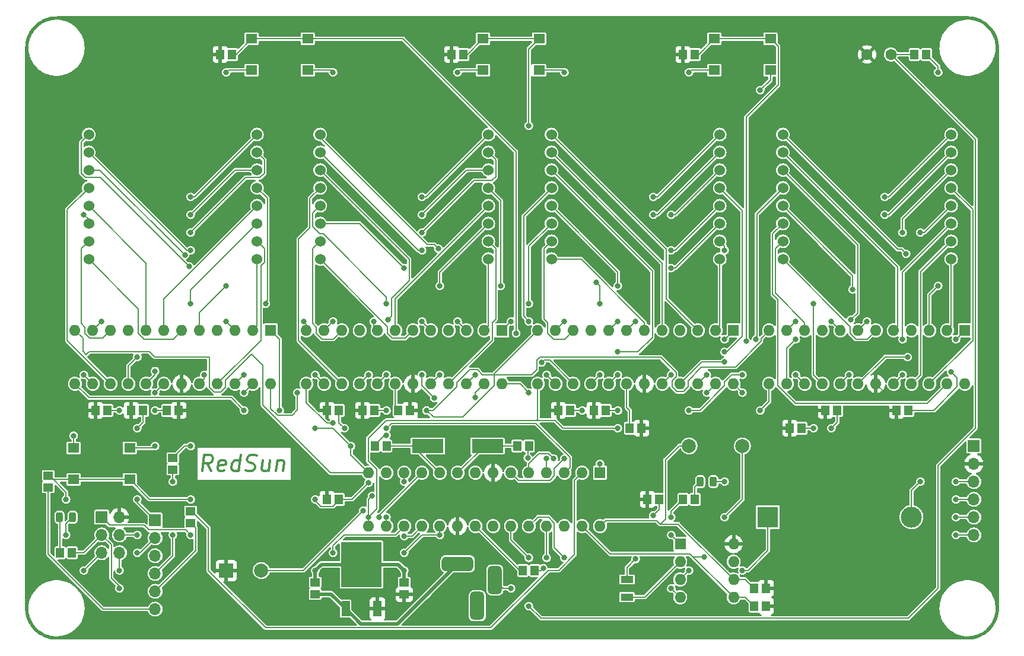
<source format=gbr>
%TF.GenerationSoftware,KiCad,Pcbnew,(6.0.5-0)*%
%TF.CreationDate,2022-07-17T16:53:02-04:00*%
%TF.ProjectId,YWS_clock,5957535f-636c-46f6-936b-2e6b69636164,rev?*%
%TF.SameCoordinates,PX4b17a20PY8a12ae0*%
%TF.FileFunction,Copper,L1,Top*%
%TF.FilePolarity,Positive*%
%FSLAX46Y46*%
G04 Gerber Fmt 4.6, Leading zero omitted, Abs format (unit mm)*
G04 Created by KiCad (PCBNEW (6.0.5-0)) date 2022-07-17 16:53:02*
%MOMM*%
%LPD*%
G01*
G04 APERTURE LIST*
G04 Aperture macros list*
%AMRoundRect*
0 Rectangle with rounded corners*
0 $1 Rounding radius*
0 $2 $3 $4 $5 $6 $7 $8 $9 X,Y pos of 4 corners*
0 Add a 4 corners polygon primitive as box body*
4,1,4,$2,$3,$4,$5,$6,$7,$8,$9,$2,$3,0*
0 Add four circle primitives for the rounded corners*
1,1,$1+$1,$2,$3*
1,1,$1+$1,$4,$5*
1,1,$1+$1,$6,$7*
1,1,$1+$1,$8,$9*
0 Add four rect primitives between the rounded corners*
20,1,$1+$1,$2,$3,$4,$5,0*
20,1,$1+$1,$4,$5,$6,$7,0*
20,1,$1+$1,$6,$7,$8,$9,0*
20,1,$1+$1,$8,$9,$2,$3,0*%
G04 Aperture macros list end*
%ADD10C,0.300000*%
%TA.AperFunction,NonConductor*%
%ADD11C,0.300000*%
%TD*%
%TA.AperFunction,ComponentPad*%
%ADD12R,1.700000X1.700000*%
%TD*%
%TA.AperFunction,ComponentPad*%
%ADD13O,1.700000X1.700000*%
%TD*%
%TA.AperFunction,ComponentPad*%
%ADD14C,2.000000*%
%TD*%
%TA.AperFunction,ComponentPad*%
%ADD15R,1.600000X1.600000*%
%TD*%
%TA.AperFunction,ComponentPad*%
%ADD16O,1.600000X1.600000*%
%TD*%
%TA.AperFunction,ComponentPad*%
%ADD17R,2.000000X2.000000*%
%TD*%
%TA.AperFunction,SMDPad,CuDef*%
%ADD18R,1.150000X1.400000*%
%TD*%
%TA.AperFunction,SMDPad,CuDef*%
%ADD19R,1.400000X1.150000*%
%TD*%
%TA.AperFunction,SMDPad,CuDef*%
%ADD20R,1.800000X1.000000*%
%TD*%
%TA.AperFunction,ComponentPad*%
%ADD21C,1.524000*%
%TD*%
%TA.AperFunction,SMDPad,CuDef*%
%ADD22R,1.600000X1.400000*%
%TD*%
%TA.AperFunction,ComponentPad*%
%ADD23C,1.600000*%
%TD*%
%TA.AperFunction,SMDPad,CuDef*%
%ADD24R,4.500000X2.000000*%
%TD*%
%TA.AperFunction,SMDPad,CuDef*%
%ADD25R,1.200000X2.200000*%
%TD*%
%TA.AperFunction,SMDPad,CuDef*%
%ADD26R,5.800000X6.400000*%
%TD*%
%TA.AperFunction,ComponentPad*%
%ADD27R,3.000000X3.000000*%
%TD*%
%TA.AperFunction,ComponentPad*%
%ADD28C,3.000000*%
%TD*%
%TA.AperFunction,SMDPad,CuDef*%
%ADD29RoundRect,0.243750X0.243750X0.456250X-0.243750X0.456250X-0.243750X-0.456250X0.243750X-0.456250X0*%
%TD*%
%TA.AperFunction,ComponentPad*%
%ADD30RoundRect,0.500000X1.750000X0.500000X-1.750000X0.500000X-1.750000X-0.500000X1.750000X-0.500000X0*%
%TD*%
%TA.AperFunction,ComponentPad*%
%ADD31RoundRect,0.500000X-0.500000X1.500000X-0.500000X-1.500000X0.500000X-1.500000X0.500000X1.500000X0*%
%TD*%
%TA.AperFunction,ViaPad*%
%ADD32C,0.812800*%
%TD*%
%TA.AperFunction,Conductor*%
%ADD33C,0.203200*%
%TD*%
%TA.AperFunction,Conductor*%
%ADD34C,0.508000*%
%TD*%
G04 APERTURE END LIST*
D10*
D11*
X28340435Y24365858D02*
X27714506Y25454429D01*
X27034149Y24365858D02*
X27319899Y26651858D01*
X28190756Y26651858D01*
X28394864Y26543000D01*
X28490114Y26434143D01*
X28571756Y26216429D01*
X28530935Y25889858D01*
X28394864Y25672143D01*
X28272399Y25563286D01*
X28041078Y25454429D01*
X27170221Y25454429D01*
X30204614Y24474715D02*
X29973292Y24365858D01*
X29537864Y24365858D01*
X29333756Y24474715D01*
X29252114Y24692429D01*
X29360971Y25563286D01*
X29497042Y25781000D01*
X29728364Y25889858D01*
X30163792Y25889858D01*
X30367899Y25781000D01*
X30449542Y25563286D01*
X30422328Y25345572D01*
X29306542Y25127858D01*
X32259292Y24365858D02*
X32545042Y26651858D01*
X32272899Y24474715D02*
X32041578Y24365858D01*
X31606149Y24365858D01*
X31402042Y24474715D01*
X31306792Y24583572D01*
X31225149Y24801286D01*
X31306792Y25454429D01*
X31442864Y25672143D01*
X31565328Y25781000D01*
X31796649Y25889858D01*
X32232078Y25889858D01*
X32436185Y25781000D01*
X33252614Y24474715D02*
X33565578Y24365858D01*
X34109864Y24365858D01*
X34341185Y24474715D01*
X34463649Y24583572D01*
X34599721Y24801286D01*
X34626935Y25019000D01*
X34545292Y25236715D01*
X34450042Y25345572D01*
X34245935Y25454429D01*
X33824114Y25563286D01*
X33620006Y25672143D01*
X33524756Y25781000D01*
X33443114Y25998715D01*
X33470328Y26216429D01*
X33606399Y26434143D01*
X33728864Y26543000D01*
X33960185Y26651858D01*
X34504471Y26651858D01*
X34817435Y26543000D01*
X36695221Y25889858D02*
X36504721Y24365858D01*
X35715506Y25889858D02*
X35565828Y24692429D01*
X35647471Y24474715D01*
X35851578Y24365858D01*
X36178149Y24365858D01*
X36409471Y24474715D01*
X36531935Y24583572D01*
X37783792Y25889858D02*
X37593292Y24365858D01*
X37756578Y25672143D02*
X37879042Y25781000D01*
X38110364Y25889858D01*
X38436935Y25889858D01*
X38641042Y25781000D01*
X38722685Y25563286D01*
X38573006Y24365858D01*
D12*
%TO.P,J4,1,Pin_1*%
%TO.N,MISO*%
X12700000Y17780000D03*
D13*
%TO.P,J4,2,Pin_2*%
%TO.N,VCC*%
X15240000Y17780000D03*
%TO.P,J4,3,Pin_3*%
%TO.N,LED_SCK*%
X12700000Y15240000D03*
%TO.P,J4,4,Pin_4*%
%TO.N,MOSI*%
X15240000Y15240000D03*
%TO.P,J4,5,Pin_5*%
%TO.N,RESET*%
X12700000Y12700000D03*
%TO.P,J4,6,Pin_6*%
%TO.N,GND*%
X15240000Y12700000D03*
%TD*%
D14*
%TO.P,TP2,1,1*%
%TO.N,SCL*%
X96520000Y27940000D03*
%TD*%
%TO.P,TP1,1,1*%
%TO.N,SDA*%
X104140000Y27940000D03*
%TD*%
D15*
%TO.P,U5,1,DIN*%
%TO.N,Net-(U5-Pad1)*%
X135895000Y44440000D03*
D16*
%TO.P,U5,2,DIG_0*%
%TO.N,Net-(D3-Pad9)*%
X133355000Y44440000D03*
%TO.P,U5,3,DIG_4*%
%TO.N,Net-(D3-Pad1)*%
X130815000Y44440000D03*
%TO.P,U5,4,GND*%
%TO.N,GND*%
X128275000Y44440000D03*
%TO.P,U5,5,DIG_6*%
%TO.N,Net-(D3-Pad2)*%
X125735000Y44440000D03*
%TO.P,U5,6,DIG_2*%
%TO.N,Net-(D3-Pad8)*%
X123195000Y44440000D03*
%TO.P,U5,7,DIG_3*%
%TO.N,Net-(D3-Pad12)*%
X120655000Y44440000D03*
%TO.P,U5,8,DIG_7*%
%TO.N,Net-(D3-Pad5)*%
X118115000Y44440000D03*
%TO.P,U5,9,GND*%
%TO.N,GND*%
X115575000Y44440000D03*
%TO.P,U5,10,DIG_5*%
%TO.N,Net-(D3-Pad7)*%
X113035000Y44440000D03*
%TO.P,U5,11,DIG_1*%
%TO.N,Net-(D3-Pad14)*%
X110495000Y44440000D03*
%TO.P,U5,12,LOAD*%
%TO.N,DISP_LOAD*%
X107955000Y44440000D03*
%TO.P,U5,13,CLK*%
%TO.N,DISP_CLK*%
X107955000Y36820000D03*
%TO.P,U5,14,SEG_A*%
%TO.N,Net-(D3-Pad16)*%
X110495000Y36820000D03*
%TO.P,U5,15,SEG_F*%
%TO.N,Net-(D3-Pad4)*%
X113035000Y36820000D03*
%TO.P,U5,16,SEG_B*%
%TO.N,Net-(D3-Pad15)*%
X115575000Y36820000D03*
%TO.P,U5,17,SEG_G*%
%TO.N,Net-(D3-Pad3)*%
X118115000Y36820000D03*
%TO.P,U5,18,ISET*%
%TO.N,Net-(R8-Pad2)*%
X120655000Y36820000D03*
%TO.P,U5,19,V+*%
%TO.N,VCC*%
X123195000Y36820000D03*
%TO.P,U5,20,SEG_C*%
%TO.N,Net-(D3-Pad11)*%
X125735000Y36820000D03*
%TO.P,U5,21,SEG_E*%
%TO.N,Net-(D3-Pad10)*%
X128275000Y36820000D03*
%TO.P,U5,22,SEG_DP*%
%TO.N,Net-(D3-Pad13)*%
X130815000Y36820000D03*
%TO.P,U5,23,SEG_D*%
%TO.N,Net-(D3-Pad6)*%
X133355000Y36820000D03*
%TO.P,U5,24,DOUT*%
%TO.N,unconnected-(U5-Pad24)*%
X135895000Y36820000D03*
%TD*%
D17*
%TO.P,BZ1,1,-*%
%TO.N,VCC*%
X30480000Y10160000D03*
D14*
%TO.P,BZ1,2,+*%
%TO.N,BUZZER*%
X35480000Y10160000D03*
%TD*%
D18*
%TO.P,C9,1*%
%TO.N,VCC*%
X11850000Y33020000D03*
%TO.P,C9,2*%
%TO.N,GND*%
X13550000Y33020000D03*
%TD*%
D19*
%TO.P,C6,1*%
%TO.N,Net-(C6-Pad1)*%
X43180000Y6770000D03*
%TO.P,C6,2*%
%TO.N,GND*%
X43180000Y8470000D03*
%TD*%
D20*
%TO.P,Y1,1,1*%
%TO.N,Net-(U3-Pad1)*%
X87650000Y8870000D03*
%TO.P,Y1,2,2*%
%TO.N,Net-(U3-Pad2)*%
X87650000Y6370000D03*
%TD*%
D15*
%TO.P,U3,1,X1*%
%TO.N,Net-(U3-Pad1)*%
X95260000Y13960000D03*
D16*
%TO.P,U3,2,X2*%
%TO.N,Net-(U3-Pad2)*%
X95260000Y11420000D03*
%TO.P,U3,3,VBAT*%
%TO.N,Net-(BT1-Pad1)*%
X95260000Y8880000D03*
%TO.P,U3,4,GND*%
%TO.N,GND*%
X95260000Y6340000D03*
%TO.P,U3,5,SDA*%
%TO.N,SDA*%
X102880000Y6340000D03*
%TO.P,U3,6,SCL*%
%TO.N,SCL*%
X102880000Y8880000D03*
%TO.P,U3,7,SQW/OUT*%
%TO.N,unconnected-(U3-Pad7)*%
X102880000Y11420000D03*
%TO.P,U3,8,VCC*%
%TO.N,VCC*%
X102880000Y13960000D03*
%TD*%
D18*
%TO.P,R16,1*%
%TO.N,LED_SCK*%
X8470000Y12700000D03*
%TO.P,R16,2*%
%TO.N,Net-(D6-Pad2)*%
X6770000Y12700000D03*
%TD*%
D21*
%TO.P,D4,1,R5*%
%TO.N,Net-(D4-Pad1)*%
X76900000Y72390000D03*
%TO.P,D4,2,R7*%
%TO.N,Net-(D4-Pad2)*%
X76900000Y69850000D03*
%TO.P,D4,3,C2*%
%TO.N,Net-(D4-Pad3)*%
X76900000Y67310000D03*
%TO.P,D4,4,C3*%
%TO.N,Net-(D4-Pad4)*%
X76900000Y64770000D03*
%TO.P,D4,5,R8*%
%TO.N,Net-(D4-Pad5)*%
X76900000Y62230000D03*
%TO.P,D4,6,C5*%
%TO.N,Net-(D4-Pad6)*%
X76900000Y59690000D03*
%TO.P,D4,7,R6*%
%TO.N,Net-(D4-Pad7)*%
X76900000Y57150000D03*
%TO.P,D4,8,R3*%
%TO.N,Net-(D4-Pad8)*%
X76900000Y54610000D03*
%TO.P,D4,9,R1*%
%TO.N,Net-(D4-Pad9)*%
X100900000Y54610000D03*
%TO.P,D4,10,C4*%
%TO.N,Net-(D4-Pad10)*%
X100900000Y57150000D03*
%TO.P,D4,11,C6*%
%TO.N,Net-(D4-Pad11)*%
X100900000Y59690000D03*
%TO.P,D4,12,R4*%
%TO.N,Net-(D4-Pad12)*%
X100900000Y62230000D03*
%TO.P,D4,13,C1*%
%TO.N,Net-(D4-Pad13)*%
X100900000Y64770000D03*
%TO.P,D4,14,R2*%
%TO.N,Net-(D4-Pad14)*%
X100900000Y67310000D03*
%TO.P,D4,15,C7*%
%TO.N,Net-(D4-Pad15)*%
X100900000Y69850000D03*
%TO.P,D4,16,C8*%
%TO.N,Net-(D4-Pad16)*%
X100900000Y72390000D03*
%TD*%
D18*
%TO.P,R5,2*%
%TO.N,SCL*%
X105830000Y7620000D03*
%TO.P,R5,1*%
%TO.N,VCC*%
X107530000Y7620000D03*
%TD*%
%TO.P,C14,1*%
%TO.N,VCC*%
X77890000Y33020000D03*
%TO.P,C14,2*%
%TO.N,GND*%
X79590000Y33020000D03*
%TD*%
D12*
%TO.P,J3,1,Pin_1*%
%TO.N,unconnected-(J3-Pad1)*%
X137160000Y27940000D03*
D13*
%TO.P,J3,2,Pin_2*%
%TO.N,VCC*%
X137160000Y25400000D03*
%TO.P,J3,3,Pin_3*%
%TO.N,GND*%
X137160000Y22860000D03*
%TO.P,J3,4,Pin_4*%
%TO.N,JOYST_X*%
X137160000Y20320000D03*
%TO.P,J3,5,Pin_5*%
%TO.N,JOYST_Y*%
X137160000Y17780000D03*
%TO.P,J3,6,Pin_6*%
%TO.N,JOYST_SW*%
X137160000Y15240000D03*
%TD*%
D18*
%TO.P,R6,1*%
%TO.N,VCC*%
X107530000Y5080000D03*
%TO.P,R6,2*%
%TO.N,SDA*%
X105830000Y5080000D03*
%TD*%
D22*
%TO.P,SW3,1,A*%
%TO.N,BTN_UP*%
X67120000Y86070000D03*
%TO.P,SW3,2,A*%
X75120000Y86070000D03*
%TO.P,SW3,3,B*%
%TO.N,GND*%
X67120000Y81570000D03*
%TO.P,SW3,4,B*%
X75120000Y81570000D03*
%TD*%
D18*
%TO.P,R13,1*%
%TO.N,VCC*%
X95670000Y83820000D03*
%TO.P,R13,2*%
%TO.N,BTN_DOWN*%
X97370000Y83820000D03*
%TD*%
%TO.P,C3,1*%
%TO.N,Net-(C3-Pad1)*%
X71980000Y27940000D03*
%TO.P,C3,2*%
%TO.N,GND*%
X73680000Y27940000D03*
%TD*%
%TO.P,R1,1*%
%TO.N,VCC*%
X44870000Y20320000D03*
%TO.P,R1,2*%
%TO.N,RESET*%
X46570000Y20320000D03*
%TD*%
D21*
%TO.P,D2,1,R5*%
%TO.N,Net-(D2-Pad1)*%
X10860000Y72390000D03*
%TO.P,D2,2,R7*%
%TO.N,Net-(D2-Pad2)*%
X10860000Y69850000D03*
%TO.P,D2,3,C2*%
%TO.N,Net-(D2-Pad3)*%
X10860000Y67310000D03*
%TO.P,D2,4,C3*%
%TO.N,Net-(D2-Pad4)*%
X10860000Y64770000D03*
%TO.P,D2,5,R8*%
%TO.N,Net-(D2-Pad5)*%
X10860000Y62230000D03*
%TO.P,D2,6,C5*%
%TO.N,Net-(D2-Pad6)*%
X10860000Y59690000D03*
%TO.P,D2,7,R6*%
%TO.N,Net-(D2-Pad7)*%
X10860000Y57150000D03*
%TO.P,D2,8,R3*%
%TO.N,Net-(D2-Pad8)*%
X10860000Y54610000D03*
%TO.P,D2,9,R1*%
%TO.N,Net-(D2-Pad9)*%
X34860000Y54610000D03*
%TO.P,D2,10,C4*%
%TO.N,Net-(D2-Pad10)*%
X34860000Y57150000D03*
%TO.P,D2,11,C6*%
%TO.N,Net-(D2-Pad11)*%
X34860000Y59690000D03*
%TO.P,D2,12,R4*%
%TO.N,Net-(D2-Pad12)*%
X34860000Y62230000D03*
%TO.P,D2,13,C1*%
%TO.N,Net-(D2-Pad13)*%
X34860000Y64770000D03*
%TO.P,D2,14,R2*%
%TO.N,Net-(D2-Pad14)*%
X34860000Y67310000D03*
%TO.P,D2,15,C7*%
%TO.N,Net-(D2-Pad15)*%
X34860000Y69850000D03*
%TO.P,D2,16,C8*%
%TO.N,Net-(D2-Pad16)*%
X34860000Y72390000D03*
%TD*%
D18*
%TO.P,C12,1*%
%TO.N,VCC*%
X82970000Y33020000D03*
%TO.P,C12,2*%
%TO.N,GND*%
X84670000Y33020000D03*
%TD*%
%TO.P,R15,1*%
%TO.N,LIGHT_SENSOR*%
X128690000Y83820000D03*
%TO.P,R15,2*%
%TO.N,GND*%
X130390000Y83820000D03*
%TD*%
%TO.P,C8,1*%
%TO.N,VCC*%
X16930000Y33020000D03*
%TO.P,C8,2*%
%TO.N,GND*%
X18630000Y33020000D03*
%TD*%
D23*
%TO.P,R14,1*%
%TO.N,VCC*%
X121920000Y83820000D03*
%TO.P,R14,2*%
%TO.N,LIGHT_SENSOR*%
X125320000Y83820000D03*
%TD*%
D18*
%TO.P,R11,1*%
%TO.N,VCC*%
X29630000Y83820000D03*
%TO.P,R11,2*%
%TO.N,BTN_SEL*%
X31330000Y83820000D03*
%TD*%
D15*
%TO.P,U2,1,~{RESET}/PC6*%
%TO.N,RESET*%
X83820000Y24120000D03*
D16*
%TO.P,U2,2,PD0*%
%TO.N,RXD*%
X81280000Y24120000D03*
%TO.P,U2,3,PD1*%
%TO.N,TXD*%
X78740000Y24120000D03*
%TO.P,U2,4,PD2*%
%TO.N,BTN_SEL*%
X76200000Y24120000D03*
%TO.P,U2,5,PD3*%
%TO.N,BTN_UP*%
X73660000Y24120000D03*
%TO.P,U2,6,PD4*%
%TO.N,BTN_DOWN*%
X71120000Y24120000D03*
%TO.P,U2,7,VCC*%
%TO.N,VCC*%
X68580000Y24120000D03*
%TO.P,U2,8,GND*%
%TO.N,GND*%
X66040000Y24120000D03*
%TO.P,U2,9,XTAL1/PB6*%
%TO.N,Net-(C3-Pad1)*%
X63500000Y24120000D03*
%TO.P,U2,10,XTAL2/PB7*%
%TO.N,Net-(C4-Pad1)*%
X60960000Y24120000D03*
%TO.P,U2,11,PD5*%
%TO.N,BUZZER*%
X58420000Y24120000D03*
%TO.P,U2,12,PD6*%
%TO.N,JOYST_SW*%
X55880000Y24120000D03*
%TO.P,U2,13,PD7*%
%TO.N,unconnected-(U2-Pad13)*%
X53340000Y24120000D03*
%TO.P,U2,14,PB0*%
%TO.N,DISP_LOAD*%
X50800000Y24120000D03*
%TO.P,U2,15,PB1*%
%TO.N,DISP_CLK*%
X50800000Y16500000D03*
%TO.P,U2,16,PB2*%
%TO.N,DISP_DATA*%
X53340000Y16500000D03*
%TO.P,U2,17,PB3*%
%TO.N,MOSI*%
X55880000Y16500000D03*
%TO.P,U2,18,PB4*%
%TO.N,MISO*%
X58420000Y16500000D03*
%TO.P,U2,19,PB5*%
%TO.N,LED_SCK*%
X60960000Y16500000D03*
%TO.P,U2,20,AVCC*%
%TO.N,VCC*%
X63500000Y16500000D03*
%TO.P,U2,21,AREF*%
%TO.N,Net-(C1-Pad1)*%
X66040000Y16500000D03*
%TO.P,U2,22,GND*%
%TO.N,GND*%
X68580000Y16500000D03*
%TO.P,U2,23,PC0*%
%TO.N,LIGHT_SENSOR*%
X71120000Y16500000D03*
%TO.P,U2,24,PC1*%
%TO.N,JOYST_X*%
X73660000Y16500000D03*
%TO.P,U2,25,PC2*%
%TO.N,JOYST_Y*%
X76200000Y16500000D03*
%TO.P,U2,26,PC3*%
%TO.N,unconnected-(U2-Pad26)*%
X78740000Y16500000D03*
%TO.P,U2,27,PC4*%
%TO.N,SDA*%
X81280000Y16500000D03*
%TO.P,U2,28,PC5*%
%TO.N,SCL*%
X83820000Y16500000D03*
%TD*%
D24*
%TO.P,Y2,1,1*%
%TO.N,Net-(C3-Pad1)*%
X67750000Y27940000D03*
%TO.P,Y2,2,2*%
%TO.N,Net-(C4-Pad1)*%
X59250000Y27940000D03*
%TD*%
D22*
%TO.P,SW2,1,A*%
%TO.N,BTN_SEL*%
X34100000Y86070000D03*
%TO.P,SW2,2,A*%
X42100000Y86070000D03*
%TO.P,SW2,3,B*%
%TO.N,GND*%
X34100000Y81570000D03*
%TO.P,SW2,4,B*%
X42100000Y81570000D03*
%TD*%
D18*
%TO.P,R10,1*%
%TO.N,VCC*%
X56730000Y33020000D03*
%TO.P,R10,2*%
%TO.N,Net-(R10-Pad2)*%
X55030000Y33020000D03*
%TD*%
D19*
%TO.P,R4,1*%
%TO.N,TXD*%
X22860000Y26250000D03*
%TO.P,R4,2*%
%TO.N,Net-(J1-Pad4)*%
X22860000Y24550000D03*
%TD*%
D22*
%TO.P,SW4,1,A*%
%TO.N,BTN_DOWN*%
X100140000Y86070000D03*
%TO.P,SW4,2,A*%
X108140000Y86070000D03*
%TO.P,SW4,3,B*%
%TO.N,GND*%
X100140000Y81570000D03*
%TO.P,SW4,4,B*%
X108140000Y81570000D03*
%TD*%
D21*
%TO.P,D5,1,R5*%
%TO.N,Net-(D5-Pad1)*%
X43880000Y72390000D03*
%TO.P,D5,2,R7*%
%TO.N,Net-(D5-Pad2)*%
X43880000Y69850000D03*
%TO.P,D5,3,C2*%
%TO.N,Net-(D5-Pad3)*%
X43880000Y67310000D03*
%TO.P,D5,4,C3*%
%TO.N,Net-(D5-Pad4)*%
X43880000Y64770000D03*
%TO.P,D5,5,R8*%
%TO.N,Net-(D5-Pad5)*%
X43880000Y62230000D03*
%TO.P,D5,6,C5*%
%TO.N,Net-(D5-Pad6)*%
X43880000Y59690000D03*
%TO.P,D5,7,R6*%
%TO.N,Net-(D5-Pad7)*%
X43880000Y57150000D03*
%TO.P,D5,8,R3*%
%TO.N,Net-(D5-Pad8)*%
X43880000Y54610000D03*
%TO.P,D5,9,R1*%
%TO.N,Net-(D5-Pad9)*%
X67880000Y54610000D03*
%TO.P,D5,10,C4*%
%TO.N,Net-(D5-Pad10)*%
X67880000Y57150000D03*
%TO.P,D5,11,C6*%
%TO.N,Net-(D5-Pad11)*%
X67880000Y59690000D03*
%TO.P,D5,12,R4*%
%TO.N,Net-(D5-Pad12)*%
X67880000Y62230000D03*
%TO.P,D5,13,C1*%
%TO.N,Net-(D5-Pad13)*%
X67880000Y64770000D03*
%TO.P,D5,14,R2*%
%TO.N,Net-(D5-Pad14)*%
X67880000Y67310000D03*
%TO.P,D5,15,C7*%
%TO.N,Net-(D5-Pad15)*%
X67880000Y69850000D03*
%TO.P,D5,16,C8*%
%TO.N,Net-(D5-Pad16)*%
X67880000Y72390000D03*
%TD*%
D12*
%TO.P,J1,1,Pin_1*%
%TO.N,GND*%
X20320000Y17355000D03*
D13*
%TO.P,J1,2,Pin_2*%
X20320000Y14815000D03*
%TO.P,J1,3,Pin_3*%
%TO.N,unconnected-(J1-Pad3)*%
X20320000Y12275000D03*
%TO.P,J1,4,Pin_4*%
%TO.N,Net-(J1-Pad4)*%
X20320000Y9735000D03*
%TO.P,J1,5,Pin_5*%
%TO.N,Net-(J1-Pad5)*%
X20320000Y7195000D03*
%TO.P,J1,6,Pin_6*%
%TO.N,Net-(C5-Pad2)*%
X20320000Y4655000D03*
%TD*%
D15*
%TO.P,U4,1,DIN*%
%TO.N,DISP_DATA*%
X36835000Y44440000D03*
D16*
%TO.P,U4,2,DIG_0*%
%TO.N,Net-(D2-Pad9)*%
X34295000Y44440000D03*
%TO.P,U4,3,DIG_4*%
%TO.N,Net-(D2-Pad1)*%
X31755000Y44440000D03*
%TO.P,U4,4,GND*%
%TO.N,GND*%
X29215000Y44440000D03*
%TO.P,U4,5,DIG_6*%
%TO.N,Net-(D2-Pad2)*%
X26675000Y44440000D03*
%TO.P,U4,6,DIG_2*%
%TO.N,Net-(D2-Pad8)*%
X24135000Y44440000D03*
%TO.P,U4,7,DIG_3*%
%TO.N,Net-(D2-Pad12)*%
X21595000Y44440000D03*
%TO.P,U4,8,DIG_7*%
%TO.N,Net-(D2-Pad5)*%
X19055000Y44440000D03*
%TO.P,U4,9,GND*%
%TO.N,GND*%
X16515000Y44440000D03*
%TO.P,U4,10,DIG_5*%
%TO.N,Net-(D2-Pad7)*%
X13975000Y44440000D03*
%TO.P,U4,11,DIG_1*%
%TO.N,Net-(D2-Pad14)*%
X11435000Y44440000D03*
%TO.P,U4,12,LOAD*%
%TO.N,DISP_LOAD*%
X8895000Y44440000D03*
%TO.P,U4,13,CLK*%
%TO.N,DISP_CLK*%
X8895000Y36820000D03*
%TO.P,U4,14,SEG_A*%
%TO.N,Net-(D2-Pad16)*%
X11435000Y36820000D03*
%TO.P,U4,15,SEG_F*%
%TO.N,Net-(D2-Pad4)*%
X13975000Y36820000D03*
%TO.P,U4,16,SEG_B*%
%TO.N,Net-(D2-Pad15)*%
X16515000Y36820000D03*
%TO.P,U4,17,SEG_G*%
%TO.N,Net-(D2-Pad3)*%
X19055000Y36820000D03*
%TO.P,U4,18,ISET*%
%TO.N,Net-(R7-Pad2)*%
X21595000Y36820000D03*
%TO.P,U4,19,V+*%
%TO.N,VCC*%
X24135000Y36820000D03*
%TO.P,U4,20,SEG_C*%
%TO.N,Net-(D2-Pad11)*%
X26675000Y36820000D03*
%TO.P,U4,21,SEG_E*%
%TO.N,Net-(D2-Pad10)*%
X29215000Y36820000D03*
%TO.P,U4,22,SEG_DP*%
%TO.N,Net-(D2-Pad13)*%
X31755000Y36820000D03*
%TO.P,U4,23,SEG_D*%
%TO.N,Net-(D2-Pad6)*%
X34295000Y36820000D03*
%TO.P,U4,24,DOUT*%
%TO.N,Net-(U4-Pad24)*%
X36835000Y36820000D03*
%TD*%
D15*
%TO.P,U6,1,DIN*%
%TO.N,Net-(U6-Pad1)*%
X102875000Y44440000D03*
D16*
%TO.P,U6,2,DIG_0*%
%TO.N,Net-(D4-Pad9)*%
X100335000Y44440000D03*
%TO.P,U6,3,DIG_4*%
%TO.N,Net-(D4-Pad1)*%
X97795000Y44440000D03*
%TO.P,U6,4,GND*%
%TO.N,GND*%
X95255000Y44440000D03*
%TO.P,U6,5,DIG_6*%
%TO.N,Net-(D4-Pad2)*%
X92715000Y44440000D03*
%TO.P,U6,6,DIG_2*%
%TO.N,Net-(D4-Pad8)*%
X90175000Y44440000D03*
%TO.P,U6,7,DIG_3*%
%TO.N,Net-(D4-Pad12)*%
X87635000Y44440000D03*
%TO.P,U6,8,DIG_7*%
%TO.N,Net-(D4-Pad5)*%
X85095000Y44440000D03*
%TO.P,U6,9,GND*%
%TO.N,GND*%
X82555000Y44440000D03*
%TO.P,U6,10,DIG_5*%
%TO.N,Net-(D4-Pad7)*%
X80015000Y44440000D03*
%TO.P,U6,11,DIG_1*%
%TO.N,Net-(D4-Pad14)*%
X77475000Y44440000D03*
%TO.P,U6,12,LOAD*%
%TO.N,DISP_LOAD*%
X74935000Y44440000D03*
%TO.P,U6,13,CLK*%
%TO.N,DISP_CLK*%
X74935000Y36820000D03*
%TO.P,U6,14,SEG_A*%
%TO.N,Net-(D4-Pad16)*%
X77475000Y36820000D03*
%TO.P,U6,15,SEG_F*%
%TO.N,Net-(D4-Pad4)*%
X80015000Y36820000D03*
%TO.P,U6,16,SEG_B*%
%TO.N,Net-(D4-Pad15)*%
X82555000Y36820000D03*
%TO.P,U6,17,SEG_G*%
%TO.N,Net-(D4-Pad3)*%
X85095000Y36820000D03*
%TO.P,U6,18,ISET*%
%TO.N,Net-(R9-Pad2)*%
X87635000Y36820000D03*
%TO.P,U6,19,V+*%
%TO.N,VCC*%
X90175000Y36820000D03*
%TO.P,U6,20,SEG_C*%
%TO.N,Net-(D4-Pad11)*%
X92715000Y36820000D03*
%TO.P,U6,21,SEG_E*%
%TO.N,Net-(D4-Pad10)*%
X95255000Y36820000D03*
%TO.P,U6,22,SEG_DP*%
%TO.N,Net-(D4-Pad13)*%
X97795000Y36820000D03*
%TO.P,U6,23,SEG_D*%
%TO.N,Net-(D4-Pad6)*%
X100335000Y36820000D03*
%TO.P,U6,24,DOUT*%
%TO.N,Net-(U5-Pad1)*%
X102875000Y36820000D03*
%TD*%
D18*
%TO.P,C13,1*%
%TO.N,VCC*%
X49950000Y33020000D03*
%TO.P,C13,2*%
%TO.N,GND*%
X51650000Y33020000D03*
%TD*%
D25*
%TO.P,U1,1,IN*%
%TO.N,Net-(C6-Pad1)*%
X47505000Y4725000D03*
D26*
%TO.P,U1,2,GND*%
%TO.N,GND*%
X49785000Y11025000D03*
D25*
%TO.P,U1,3,OUT*%
%TO.N,VCC*%
X52065000Y4725000D03*
%TD*%
D18*
%TO.P,R7,1*%
%TO.N,VCC*%
X23710000Y33020000D03*
%TO.P,R7,2*%
%TO.N,Net-(R7-Pad2)*%
X22010000Y33020000D03*
%TD*%
%TO.P,R9,1*%
%TO.N,VCC*%
X89750000Y30480000D03*
%TO.P,R9,2*%
%TO.N,Net-(R9-Pad2)*%
X88050000Y30480000D03*
%TD*%
%TO.P,C2,1*%
%TO.N,VCC*%
X90590000Y20320000D03*
%TO.P,C2,2*%
%TO.N,GND*%
X92290000Y20320000D03*
%TD*%
D27*
%TO.P,BT1,1,+*%
%TO.N,Net-(BT1-Pad1)*%
X107766314Y17779983D03*
D28*
%TO.P,BT1,2,-*%
%TO.N,GND*%
X128256314Y17779983D03*
%TD*%
D18*
%TO.P,C1,1*%
%TO.N,Net-(C1-Pad1)*%
X72810000Y10160000D03*
%TO.P,C1,2*%
%TO.N,GND*%
X74510000Y10160000D03*
%TD*%
D29*
%TO.P,D6,1,K*%
%TO.N,GND*%
X8557500Y17780000D03*
%TO.P,D6,2,A*%
%TO.N,Net-(D6-Pad2)*%
X6682500Y17780000D03*
%TD*%
D18*
%TO.P,C11,1*%
%TO.N,VCC*%
X110910000Y30480000D03*
%TO.P,C11,2*%
%TO.N,GND*%
X112610000Y30480000D03*
%TD*%
D15*
%TO.P,U7,1,DIN*%
%TO.N,Net-(U4-Pad24)*%
X69855000Y44440000D03*
D16*
%TO.P,U7,2,DIG_0*%
%TO.N,Net-(D5-Pad9)*%
X67315000Y44440000D03*
%TO.P,U7,3,DIG_4*%
%TO.N,Net-(D5-Pad1)*%
X64775000Y44440000D03*
%TO.P,U7,4,GND*%
%TO.N,GND*%
X62235000Y44440000D03*
%TO.P,U7,5,DIG_6*%
%TO.N,Net-(D5-Pad2)*%
X59695000Y44440000D03*
%TO.P,U7,6,DIG_2*%
%TO.N,Net-(D5-Pad8)*%
X57155000Y44440000D03*
%TO.P,U7,7,DIG_3*%
%TO.N,Net-(D5-Pad12)*%
X54615000Y44440000D03*
%TO.P,U7,8,DIG_7*%
%TO.N,Net-(D5-Pad5)*%
X52075000Y44440000D03*
%TO.P,U7,9,GND*%
%TO.N,GND*%
X49535000Y44440000D03*
%TO.P,U7,10,DIG_5*%
%TO.N,Net-(D5-Pad7)*%
X46995000Y44440000D03*
%TO.P,U7,11,DIG_1*%
%TO.N,Net-(D5-Pad14)*%
X44455000Y44440000D03*
%TO.P,U7,12,LOAD*%
%TO.N,DISP_LOAD*%
X41915000Y44440000D03*
%TO.P,U7,13,CLK*%
%TO.N,DISP_CLK*%
X41915000Y36820000D03*
%TO.P,U7,14,SEG_A*%
%TO.N,Net-(D5-Pad16)*%
X44455000Y36820000D03*
%TO.P,U7,15,SEG_F*%
%TO.N,Net-(D5-Pad4)*%
X46995000Y36820000D03*
%TO.P,U7,16,SEG_B*%
%TO.N,Net-(D5-Pad15)*%
X49535000Y36820000D03*
%TO.P,U7,17,SEG_G*%
%TO.N,Net-(D5-Pad3)*%
X52075000Y36820000D03*
%TO.P,U7,18,ISET*%
%TO.N,Net-(R10-Pad2)*%
X54615000Y36820000D03*
%TO.P,U7,19,V+*%
%TO.N,VCC*%
X57155000Y36820000D03*
%TO.P,U7,20,SEG_C*%
%TO.N,Net-(D5-Pad11)*%
X59695000Y36820000D03*
%TO.P,U7,21,SEG_E*%
%TO.N,Net-(D5-Pad10)*%
X62235000Y36820000D03*
%TO.P,U7,22,SEG_DP*%
%TO.N,Net-(D5-Pad13)*%
X64775000Y36820000D03*
%TO.P,U7,23,SEG_D*%
%TO.N,Net-(D5-Pad6)*%
X67315000Y36820000D03*
%TO.P,U7,24,DOUT*%
%TO.N,Net-(U6-Pad1)*%
X69855000Y36820000D03*
%TD*%
D18*
%TO.P,C15,1*%
%TO.N,VCC*%
X44870000Y33020000D03*
%TO.P,C15,2*%
%TO.N,GND*%
X46570000Y33020000D03*
%TD*%
D19*
%TO.P,C7,1*%
%TO.N,VCC*%
X55880000Y6770000D03*
%TO.P,C7,2*%
%TO.N,GND*%
X55880000Y8470000D03*
%TD*%
D18*
%TO.P,C4,1*%
%TO.N,Net-(C4-Pad1)*%
X53360000Y27940000D03*
%TO.P,C4,2*%
%TO.N,GND*%
X51660000Y27940000D03*
%TD*%
%TO.P,R8,1*%
%TO.N,VCC*%
X126150000Y33020000D03*
%TO.P,R8,2*%
%TO.N,Net-(R8-Pad2)*%
X127850000Y33020000D03*
%TD*%
D29*
%TO.P,D1,1,K*%
%TO.N,GND*%
X99997500Y22860000D03*
%TO.P,D1,2,A*%
%TO.N,Net-(D1-Pad2)*%
X98122500Y22860000D03*
%TD*%
D18*
%TO.P,R2,1*%
%TO.N,LED_SCK*%
X95670000Y20320000D03*
%TO.P,R2,2*%
%TO.N,Net-(D1-Pad2)*%
X97370000Y20320000D03*
%TD*%
D19*
%TO.P,C5,2*%
%TO.N,Net-(C5-Pad2)*%
X5080000Y22010000D03*
%TO.P,C5,1*%
%TO.N,RESET*%
X5080000Y23710000D03*
%TD*%
D18*
%TO.P,R12,1*%
%TO.N,VCC*%
X62650000Y83820000D03*
%TO.P,R12,2*%
%TO.N,BTN_UP*%
X64350000Y83820000D03*
%TD*%
%TO.P,C10,1*%
%TO.N,VCC*%
X115990000Y33020000D03*
%TO.P,C10,2*%
%TO.N,GND*%
X117690000Y33020000D03*
%TD*%
D21*
%TO.P,D3,1,R5*%
%TO.N,Net-(D3-Pad1)*%
X109920000Y72390000D03*
%TO.P,D3,2,R7*%
%TO.N,Net-(D3-Pad2)*%
X109920000Y69850000D03*
%TO.P,D3,3,C2*%
%TO.N,Net-(D3-Pad3)*%
X109920000Y67310000D03*
%TO.P,D3,4,C3*%
%TO.N,Net-(D3-Pad4)*%
X109920000Y64770000D03*
%TO.P,D3,5,R8*%
%TO.N,Net-(D3-Pad5)*%
X109920000Y62230000D03*
%TO.P,D3,6,C5*%
%TO.N,Net-(D3-Pad6)*%
X109920000Y59690000D03*
%TO.P,D3,7,R6*%
%TO.N,Net-(D3-Pad7)*%
X109920000Y57150000D03*
%TO.P,D3,8,R3*%
%TO.N,Net-(D3-Pad8)*%
X109920000Y54610000D03*
%TO.P,D3,9,R1*%
%TO.N,Net-(D3-Pad9)*%
X133920000Y54610000D03*
%TO.P,D3,10,C4*%
%TO.N,Net-(D3-Pad10)*%
X133920000Y57150000D03*
%TO.P,D3,11,C6*%
%TO.N,Net-(D3-Pad11)*%
X133920000Y59690000D03*
%TO.P,D3,12,R4*%
%TO.N,Net-(D3-Pad12)*%
X133920000Y62230000D03*
%TO.P,D3,13,C1*%
%TO.N,Net-(D3-Pad13)*%
X133920000Y64770000D03*
%TO.P,D3,14,R2*%
%TO.N,Net-(D3-Pad14)*%
X133920000Y67310000D03*
%TO.P,D3,15,C7*%
%TO.N,Net-(D3-Pad15)*%
X133920000Y69850000D03*
%TO.P,D3,16,C8*%
%TO.N,Net-(D3-Pad16)*%
X133920000Y72390000D03*
%TD*%
D22*
%TO.P,SW1,4,B*%
%TO.N,RESET*%
X16700000Y23150000D03*
%TO.P,SW1,3,B*%
X8700000Y23150000D03*
%TO.P,SW1,2,A*%
%TO.N,GND*%
X16700000Y27650000D03*
%TO.P,SW1,1,A*%
X8700000Y27650000D03*
%TD*%
D19*
%TO.P,R3,1*%
%TO.N,Net-(J1-Pad5)*%
X25400000Y16930000D03*
%TO.P,R3,2*%
%TO.N,RXD*%
X25400000Y18630000D03*
%TD*%
D30*
%TO.P,J2,1,POLE*%
%TO.N,Net-(C6-Pad1)*%
X63500000Y11120000D03*
D31*
%TO.P,J2,2,OUT*%
%TO.N,GND*%
X68800000Y8820000D03*
%TO.P,J2,3,OUT*%
%TO.N,unconnected-(J2-Pad3)*%
X66300000Y5120000D03*
%TD*%
D32*
%TO.N,LED_SCK*%
X15240000Y7620000D03*
%TO.N,SDA*%
X98648333Y12106585D03*
X101600000Y17780000D03*
%TO.N,GND*%
X75730470Y10501931D03*
X7620000Y15240000D03*
X106680000Y78740000D03*
X53340000Y29464497D03*
X101600000Y22860000D03*
X91417460Y18010699D03*
X78740000Y81280000D03*
X96520000Y81280000D03*
X8700000Y29400000D03*
X45720000Y81280000D03*
X93980000Y7620000D03*
X17780000Y20320000D03*
X47337811Y30480000D03*
X15240000Y33020000D03*
X30480000Y81280000D03*
X53340000Y33020000D03*
X17780000Y12700000D03*
X43180000Y10160000D03*
X63500000Y81280000D03*
X86360000Y33020000D03*
X15240000Y10160000D03*
X114300000Y30480000D03*
X81280000Y33020000D03*
X73512809Y26257891D03*
X129540000Y22860000D03*
X55880000Y10160000D03*
X20320000Y27940000D03*
X134620000Y22860000D03*
X116840000Y30480000D03*
X132080000Y81280000D03*
X71120000Y7620000D03*
X17780000Y30480000D03*
%TO.N,Net-(BT1-Pad1)*%
X104140000Y10160000D03*
X96520000Y10160000D03*
%TO.N,BUZZER*%
X52324497Y17780000D03*
X50038500Y18729443D03*
%TO.N,VCC*%
X124460000Y33020000D03*
X124747937Y34849300D03*
%TO.N,RESET*%
X83820000Y25400000D03*
X50800000Y22710897D03*
X10160000Y10160000D03*
X25400000Y20320000D03*
X7620000Y20320000D03*
X43180000Y20320000D03*
%TO.N,Net-(D2-Pad1)*%
X25182459Y53557541D03*
X30480000Y45720000D03*
%TO.N,Net-(D2-Pad2)*%
X25400000Y55880000D03*
X30480000Y50800000D03*
%TO.N,Net-(D2-Pad3)*%
X20320000Y38635011D03*
X24567737Y55182551D03*
%TO.N,Net-(D2-Pad6)*%
X10160000Y60960000D03*
X33020000Y35560000D03*
%TO.N,Net-(D2-Pad11)*%
X25400000Y48260000D03*
X27349189Y38100000D03*
%TO.N,Net-(D2-Pad13)*%
X33020000Y38100000D03*
X36110011Y48260000D03*
%TO.N,Net-(D2-Pad14)*%
X12700000Y45720000D03*
X25400000Y60960000D03*
%TO.N,Net-(D2-Pad15)*%
X25400000Y58420000D03*
X17780000Y40640000D03*
%TO.N,Net-(D2-Pad16)*%
X25400000Y63500000D03*
X10160000Y38100000D03*
%TO.N,Net-(D3-Pad1)*%
X127502541Y55377459D03*
X132080000Y50800000D03*
%TO.N,Net-(D3-Pad3)*%
X119597541Y45937541D03*
X119380000Y38100000D03*
%TO.N,Net-(D3-Pad4)*%
X111760000Y38100000D03*
X106089189Y43180000D03*
%TO.N,Net-(D3-Pad5)*%
X116840000Y45720000D03*
X119882541Y50297459D03*
%TO.N,Net-(D3-Pad11)*%
X127000000Y38100000D03*
X127000000Y43180000D03*
%TO.N,Net-(D3-Pad12)*%
X121920000Y45720000D03*
X129540000Y58420000D03*
%TO.N,Net-(D3-Pad14)*%
X111760000Y45720000D03*
X127000000Y58420000D03*
%TO.N,Net-(D3-Pad15)*%
X114300000Y48260000D03*
X124460000Y60960000D03*
%TO.N,Net-(D3-Pad16)*%
X111760000Y43180000D03*
X124460000Y63500000D03*
%TO.N,Net-(D4-Pad3)*%
X86360000Y38100000D03*
X86360000Y41350700D03*
%TO.N,Net-(D4-Pad4)*%
X73660000Y45720000D03*
X75489300Y39878511D03*
%TO.N,Net-(D4-Pad5)*%
X86360000Y50800000D03*
X86360000Y45720000D03*
%TO.N,Net-(D4-Pad6)*%
X73660000Y48260000D03*
X99060000Y35560000D03*
%TO.N,Net-(D4-Pad10)*%
X101600000Y55880000D03*
X101600000Y39929300D03*
%TO.N,Net-(D4-Pad11)*%
X93974092Y38105908D03*
X93980000Y53340000D03*
%TO.N,Net-(D4-Pad12)*%
X93980000Y55880000D03*
X88900000Y45720000D03*
%TO.N,Net-(D4-Pad13)*%
X101600000Y41350700D03*
X99060000Y38100000D03*
%TO.N,Net-(D4-Pad14)*%
X78740000Y45720000D03*
X93980000Y60960000D03*
%TO.N,Net-(D4-Pad15)*%
X91440000Y60960000D03*
X83820000Y38100000D03*
X83820000Y48260000D03*
X83317459Y51302541D03*
%TO.N,Net-(D4-Pad16)*%
X76200000Y38100000D03*
X91440000Y63500000D03*
%TO.N,Net-(D5-Pad1)*%
X63500000Y45720000D03*
X60742459Y56097541D03*
%TO.N,Net-(D5-Pad2)*%
X58420000Y45720000D03*
X58420000Y55880000D03*
%TO.N,Net-(D5-Pad3)*%
X53340000Y38100000D03*
X53557541Y45937541D03*
%TO.N,Net-(D5-Pad5)*%
X51510700Y45720000D03*
X53340000Y48260000D03*
%TO.N,Net-(D5-Pad6)*%
X58420000Y38100000D03*
X55880000Y53340000D03*
X60176634Y34776633D03*
X66040000Y34849300D03*
%TO.N,Net-(D5-Pad11)*%
X60960000Y50800000D03*
X60960000Y38100000D03*
%TO.N,Net-(D5-Pad13)*%
X66040000Y38100000D03*
X69657011Y50800000D03*
%TO.N,Net-(D5-Pad14)*%
X45720000Y45720000D03*
X58420000Y60960000D03*
%TO.N,Net-(D5-Pad15)*%
X58420000Y58420000D03*
X50800000Y38100000D03*
%TO.N,Net-(D5-Pad16)*%
X43180000Y38100000D03*
X58420000Y63500000D03*
%TO.N,Net-(J1-Pad4)*%
X22860000Y15240000D03*
X22860000Y22860000D03*
%TO.N,JOYST_X*%
X134620000Y20320000D03*
X78740000Y11989300D03*
%TO.N,JOYST_Y*%
X76200000Y11989300D03*
X134620000Y17780000D03*
%TO.N,JOYST_SW*%
X55880000Y22860000D03*
X134620000Y15240000D03*
%TO.N,LED_SCK*%
X60960000Y15240000D03*
X55880000Y12700000D03*
X93980000Y17780000D03*
%TO.N,TXD*%
X25400000Y27940000D03*
X53340000Y30480000D03*
%TO.N,Net-(R7-Pad2)*%
X20320000Y33020000D03*
X20320000Y35560000D03*
%TO.N,Net-(R8-Pad2)*%
X133909300Y38504453D03*
X127710700Y40640000D03*
%TO.N,BTN_SEL*%
X76200000Y26110700D03*
X71830700Y44046389D03*
%TO.N,BTN_UP*%
X77215503Y26110700D03*
X73660000Y73660000D03*
%TO.N,BTN_DOWN*%
X96520000Y33020000D03*
X78740000Y26110700D03*
X104140000Y38100000D03*
X104690011Y42880419D03*
%TO.N,LIGHT_SENSOR*%
X73660000Y11989300D03*
X73660000Y5080000D03*
%TO.N,DISP_LOAD*%
X43180000Y30480000D03*
X48260000Y27940000D03*
X41521389Y45720000D03*
X59061889Y33020000D03*
%TO.N,DISP_CLK*%
X45720000Y31190700D03*
X86360000Y30480000D03*
X50800000Y17780000D03*
X33020000Y33020000D03*
X51302541Y20822541D03*
X106680000Y33020000D03*
%TO.N,DISP_DATA*%
X38100000Y33020000D03*
X53340000Y17780000D03*
%TO.N,MOSI*%
X45720000Y12700000D03*
X17780000Y15240000D03*
%TO.N,MISO*%
X55880000Y15090897D03*
X25400000Y15240000D03*
%TO.N,Net-(U3-Pad1)*%
X93980000Y15240000D03*
X88900000Y11813611D03*
%TO.N,Net-(U4-Pad24)*%
X71120000Y45720000D03*
X40640000Y35560000D03*
%TO.N,Net-(U5-Pad1)*%
X104140000Y35560000D03*
X134620000Y43180000D03*
%TO.N,Net-(U6-Pad1)*%
X101600000Y43180000D03*
X73660000Y35560000D03*
%TD*%
D33*
%TO.N,LED_SCK*%
X15240000Y7905700D02*
X15240000Y7620000D01*
X14085689Y9060011D02*
X15240000Y7905700D01*
%TO.N,RESET*%
X12700000Y12700000D02*
X10160000Y10160000D01*
X5640000Y23150000D02*
X5080000Y23710000D01*
X8700000Y23150000D02*
X5640000Y23150000D01*
X19530000Y20320000D02*
X25400000Y20320000D01*
%TO.N,GND*%
X20030000Y27650000D02*
X20320000Y27940000D01*
X16700000Y27650000D02*
X20030000Y27650000D01*
X8700000Y27650000D02*
X8700000Y29400000D01*
%TO.N,RESET*%
X16700000Y23150000D02*
X19530000Y20320000D01*
X16700000Y23150000D02*
X8700000Y23150000D01*
%TO.N,SDA*%
X98648333Y12106585D02*
X97113415Y12106585D01*
X97113415Y12106585D02*
X96695689Y12524311D01*
X104140000Y20320000D02*
X101600000Y17780000D01*
X104140000Y27940000D02*
X104140000Y20320000D01*
%TO.N,SCL*%
X93169311Y17500689D02*
X92444311Y16775689D01*
X95105787Y27940000D02*
X93169311Y26003524D01*
X93169311Y26003524D02*
X93169311Y17500689D01*
X96520000Y27940000D02*
X95105787Y27940000D01*
%TO.N,Net-(BT1-Pad1)*%
X104140000Y10160000D02*
X104930867Y10160000D01*
X104930867Y10160000D02*
X107766314Y12995447D01*
X107766314Y12995447D02*
X107766314Y17779983D01*
%TO.N,SCL*%
X94984311Y16775689D02*
X92444311Y16775689D01*
%TO.N,Net-(U3-Pad2)*%
X87650000Y6370000D02*
X90210000Y6370000D01*
%TO.N,Net-(U3-Pad1)*%
X93980000Y15240000D02*
X95260000Y13960000D01*
%TO.N,Net-(U3-Pad2)*%
X90210000Y6370000D02*
X95260000Y11420000D01*
%TO.N,Net-(BT1-Pad1)*%
X96520000Y10160000D02*
X96520000Y10140000D01*
X96520000Y10140000D02*
X95260000Y8880000D01*
%TO.N,GND*%
X95260000Y6340000D02*
X93980000Y7620000D01*
%TO.N,SDA*%
X102880000Y6340000D02*
X104570000Y6340000D01*
X102880000Y6340000D02*
X96695689Y12524311D01*
X104570000Y6340000D02*
X105830000Y5080000D01*
X96695689Y12524311D02*
X85255689Y12524311D01*
X85255689Y12524311D02*
X81280000Y16500000D01*
%TO.N,SCL*%
X102880000Y8880000D02*
X104570000Y8880000D01*
X104570000Y8880000D02*
X105830000Y7620000D01*
X102880000Y8880000D02*
X94984311Y16775689D01*
X92444311Y16775689D02*
X91920001Y17299999D01*
X91920001Y17299999D02*
X84619999Y17299999D01*
X84619999Y17299999D02*
X83820000Y16500000D01*
%TO.N,RXD*%
X81280000Y24120000D02*
X80175689Y23015689D01*
X80175689Y23015689D02*
X80175689Y12419891D01*
X80175689Y12419891D02*
X77915798Y10160000D01*
X77915798Y10160000D02*
X76393622Y10160000D01*
X76393622Y10160000D02*
X68215302Y1981680D01*
X68215302Y1981680D02*
X36118320Y1981680D01*
X36118320Y1981680D02*
X27940000Y10160000D01*
X27940000Y10160000D02*
X27940000Y16215000D01*
X27940000Y16215000D02*
X25525000Y18630000D01*
X25525000Y18630000D02*
X25400000Y18630000D01*
D34*
%TO.N,Net-(C6-Pad1)*%
X54920000Y2540000D02*
X63500000Y11120000D01*
X45460000Y6770000D02*
X47505000Y4725000D01*
X49690000Y2540000D02*
X54920000Y2540000D01*
X43180000Y6770000D02*
X45460000Y6770000D01*
X47505000Y4725000D02*
X49690000Y2540000D01*
D33*
%TO.N,GND*%
X73512809Y27772809D02*
X73680000Y27940000D01*
D34*
X55880000Y8470000D02*
X55880000Y10160000D01*
D33*
X18205000Y12700000D02*
X17780000Y12700000D01*
X96810000Y81570000D02*
X96520000Y81280000D01*
X7620000Y16842500D02*
X7620000Y15240000D01*
X112610000Y30480000D02*
X114300000Y30480000D01*
X20320000Y17355000D02*
X17780000Y19895000D01*
X13550000Y33020000D02*
X15240000Y33020000D01*
X18630000Y33020000D02*
X18630000Y31330000D01*
X46570000Y33020000D02*
X46570000Y31247811D01*
X46570000Y31247811D02*
X47337811Y30480000D01*
D34*
X55880000Y10160000D02*
X55015000Y11025000D01*
D33*
X63790000Y81570000D02*
X63500000Y81280000D01*
X100140000Y81570000D02*
X96810000Y81570000D01*
X78450000Y81570000D02*
X78740000Y81280000D01*
X17780000Y19895000D02*
X17780000Y20320000D01*
X73512809Y26257891D02*
X73512809Y27772809D01*
X84670000Y33020000D02*
X86360000Y33020000D01*
X30770000Y81570000D02*
X30480000Y81280000D01*
X108140000Y80200000D02*
X106680000Y78740000D01*
X128256314Y17779983D02*
X128256314Y21576314D01*
D34*
X43180000Y10160000D02*
X44045000Y11025000D01*
D33*
X18630000Y31330000D02*
X17780000Y30480000D01*
X92290000Y20320000D02*
X92290000Y18883239D01*
X8557500Y17780000D02*
X7620000Y16842500D01*
X42100000Y81570000D02*
X45430000Y81570000D01*
X15240000Y12700000D02*
X15240000Y10160000D01*
X117690000Y33020000D02*
X117690000Y31330000D01*
X75120000Y81570000D02*
X78450000Y81570000D01*
X128256314Y21576314D02*
X129540000Y22860000D01*
X34100000Y81570000D02*
X30770000Y81570000D01*
X70000000Y7620000D02*
X71120000Y7620000D01*
D34*
X44045000Y11025000D02*
X49785000Y11025000D01*
X55015000Y11025000D02*
X49785000Y11025000D01*
D33*
X51650000Y33020000D02*
X53340000Y33020000D01*
X79590000Y33020000D02*
X81280000Y33020000D01*
D34*
X43180000Y8470000D02*
X43180000Y10160000D01*
D33*
X68800000Y8820000D02*
X70000000Y7620000D01*
X51660000Y27940000D02*
X51660000Y28065000D01*
X53059497Y29464497D02*
X53340000Y29464497D01*
X67120000Y81570000D02*
X63790000Y81570000D01*
X137160000Y22860000D02*
X134620000Y22860000D01*
X51660000Y28065000D02*
X53059497Y29464497D01*
X45430000Y81570000D02*
X45720000Y81280000D01*
X108140000Y81570000D02*
X108140000Y80200000D01*
X99997500Y22860000D02*
X101600000Y22860000D01*
X92290000Y18883239D02*
X91417460Y18010699D01*
X75388539Y10160000D02*
X75730470Y10501931D01*
X117690000Y31330000D02*
X116840000Y30480000D01*
X74510000Y10160000D02*
X75388539Y10160000D01*
X132080000Y82130000D02*
X132080000Y81280000D01*
X20320000Y14815000D02*
X18205000Y12700000D01*
X130390000Y83820000D02*
X132080000Y82130000D01*
%TO.N,BUZZER*%
X52324497Y17780000D02*
X52324497Y18024497D01*
X35480000Y10160000D02*
X41469057Y10160000D01*
X41469057Y10160000D02*
X50038500Y18729443D01*
X52324497Y18024497D02*
X58420000Y24120000D01*
D34*
%TO.N,VCC*%
X55525000Y4725000D02*
X52065000Y4725000D01*
D33*
X124460000Y33020000D02*
X126150000Y33020000D01*
X123195000Y36820000D02*
X124747937Y35267063D01*
X124747937Y35267063D02*
X124747937Y34849300D01*
D34*
X55880000Y5080000D02*
X55525000Y4725000D01*
X55880000Y6770000D02*
X55880000Y5080000D01*
D33*
%TO.N,Net-(C1-Pad1)*%
X72810000Y10160000D02*
X72380000Y10160000D01*
X72380000Y10160000D02*
X66040000Y16500000D01*
%TO.N,Net-(C3-Pad1)*%
X67320000Y27940000D02*
X71980000Y27940000D01*
X63500000Y24120000D02*
X67320000Y27940000D01*
%TO.N,Net-(C4-Pad1)*%
X57140000Y27940000D02*
X60960000Y24120000D01*
X53360000Y27940000D02*
X57140000Y27940000D01*
%TO.N,RESET*%
X43990689Y19315689D02*
X45690689Y19315689D01*
X46570000Y20195000D02*
X46570000Y20320000D01*
X5263622Y23710000D02*
X5080000Y23710000D01*
X7620000Y21353622D02*
X5263622Y23710000D01*
X43180000Y20126378D02*
X43990689Y19315689D01*
X83820000Y25400000D02*
X83820000Y24120000D01*
X48409103Y20320000D02*
X50800000Y22710897D01*
X45690689Y19315689D02*
X46570000Y20195000D01*
X43180000Y20320000D02*
X43180000Y20126378D01*
X46570000Y20320000D02*
X48409103Y20320000D01*
X7620000Y20320000D02*
X7620000Y21353622D01*
%TO.N,Net-(C5-Pad2)*%
X12931378Y4655000D02*
X20320000Y4655000D01*
X5080000Y22010000D02*
X5080000Y12506378D01*
X5080000Y12506378D02*
X12931378Y4655000D01*
%TO.N,Net-(D1-Pad2)*%
X98122500Y22860000D02*
X97370000Y22107500D01*
X97370000Y22107500D02*
X97370000Y20320000D01*
%TO.N,Net-(D2-Pad1)*%
X9793689Y66868318D02*
X10418318Y66243689D01*
X10860000Y72390000D02*
X9793689Y71323689D01*
X30480000Y45720000D02*
X30480000Y45715000D01*
X9793689Y71323689D02*
X9793689Y66868318D01*
X10418318Y66243689D02*
X12496311Y66243689D01*
X12496311Y66243689D02*
X25182459Y53557541D01*
X30480000Y45715000D02*
X31755000Y44440000D01*
%TO.N,Net-(D2-Pad2)*%
X24830000Y55880000D02*
X25400000Y55880000D01*
X30480000Y50800000D02*
X26675000Y46995000D01*
X26675000Y46995000D02*
X26675000Y44440000D01*
X10860000Y69850000D02*
X24830000Y55880000D01*
%TO.N,Net-(D2-Pad3)*%
X10860000Y67310000D02*
X12440288Y67310000D01*
X20320000Y38085000D02*
X19055000Y36820000D01*
X12440288Y67310000D02*
X24567737Y55182551D01*
X20320000Y38635011D02*
X20320000Y38085000D01*
%TO.N,Net-(D2-Pad4)*%
X10860000Y64770000D02*
X7790689Y61700689D01*
X7790689Y43004311D02*
X13975000Y36820000D01*
X7790689Y61700689D02*
X7790689Y43004311D01*
%TO.N,Net-(D2-Pad5)*%
X10860000Y62230000D02*
X19055000Y54035000D01*
X19055000Y54035000D02*
X19055000Y44440000D01*
%TO.N,Net-(D2-Pad6)*%
X34280000Y36820000D02*
X33020000Y35560000D01*
X10860000Y60260000D02*
X10160000Y60960000D01*
X10860000Y59690000D02*
X10860000Y60260000D01*
X34295000Y36820000D02*
X34280000Y36820000D01*
%TO.N,Net-(D2-Pad7)*%
X12870689Y43335689D02*
X13975000Y44440000D01*
X10330689Y43982578D02*
X10977578Y43335689D01*
X9793689Y56083689D02*
X9793689Y45434422D01*
X10330689Y44897422D02*
X10330689Y43982578D01*
X10977578Y43335689D02*
X12870689Y43335689D01*
X9793689Y45434422D02*
X10330689Y44897422D01*
X10860000Y57150000D02*
X9793689Y56083689D01*
%TO.N,Net-(D2-Pad8)*%
X18753267Y43180000D02*
X22875000Y43180000D01*
X17950689Y47519311D02*
X17950689Y43982578D01*
X22875000Y43180000D02*
X24135000Y44440000D01*
X10860000Y54610000D02*
X17950689Y47519311D01*
X17950689Y43982578D02*
X18753267Y43180000D01*
%TO.N,Net-(D2-Pad9)*%
X34860000Y45005000D02*
X34295000Y44440000D01*
X34860000Y54610000D02*
X34860000Y45005000D01*
%TO.N,Net-(D2-Pad10)*%
X35399311Y43004311D02*
X29215000Y36820000D01*
X34860000Y57150000D02*
X35926311Y56083689D01*
X35926311Y56083689D02*
X35926311Y54168318D01*
X35926311Y54168318D02*
X35399311Y53641318D01*
X35399311Y53641318D02*
X35399311Y43004311D01*
%TO.N,Net-(D2-Pad11)*%
X25400000Y50230000D02*
X25400000Y48260000D01*
X34860000Y59690000D02*
X25400000Y50230000D01*
X27349189Y38100000D02*
X27349189Y37494189D01*
X27349189Y37494189D02*
X26675000Y36820000D01*
%TO.N,Net-(D2-Pad12)*%
X34860000Y62230000D02*
X21595000Y48965000D01*
X21595000Y48965000D02*
X21595000Y44440000D01*
%TO.N,Net-(D2-Pad13)*%
X33020000Y38100000D02*
X33020000Y38085000D01*
X35805231Y48260000D02*
X36110011Y48260000D01*
X36332231Y63297769D02*
X36332231Y48787000D01*
X36332231Y48787000D02*
X35805231Y48260000D01*
X33020000Y38085000D02*
X31755000Y36820000D01*
X34860000Y64770000D02*
X36332231Y63297769D01*
%TO.N,Net-(D2-Pad14)*%
X12700000Y45705000D02*
X11435000Y44440000D01*
X31750000Y67310000D02*
X25400000Y60960000D01*
X34860000Y67310000D02*
X31750000Y67310000D01*
X12700000Y45720000D02*
X12700000Y45705000D01*
%TO.N,Net-(D2-Pad15)*%
X35926311Y68783689D02*
X35926311Y66868318D01*
X33223689Y66243689D02*
X25400000Y58420000D01*
X35301682Y66243689D02*
X33223689Y66243689D01*
X17780000Y40640000D02*
X16515000Y39375000D01*
X35926311Y66868318D02*
X35301682Y66243689D01*
X16515000Y39375000D02*
X16515000Y36820000D01*
X34860000Y69850000D02*
X35926311Y68783689D01*
%TO.N,Net-(D2-Pad16)*%
X34860000Y72390000D02*
X25970000Y63500000D01*
X10160000Y38100000D02*
X10160000Y38095000D01*
X25970000Y63500000D02*
X25400000Y63500000D01*
X10160000Y38095000D02*
X11435000Y36820000D01*
%TO.N,Net-(D3-Pad1)*%
X126289289Y56020711D02*
X126859289Y56020711D01*
X126859289Y56020711D02*
X127502541Y55377459D01*
X132080000Y50800000D02*
X130815000Y49535000D01*
X130815000Y49535000D02*
X130815000Y44440000D01*
X109920000Y72390000D02*
X126289289Y56020711D01*
%TO.N,Net-(D3-Pad2)*%
X126289289Y44994289D02*
X125735000Y44440000D01*
X126289289Y53480711D02*
X126289289Y44994289D01*
X109920000Y69850000D02*
X126289289Y53480711D01*
%TO.N,Net-(D3-Pad3)*%
X120593252Y56636748D02*
X120593252Y46933252D01*
X119380000Y38085000D02*
X118115000Y36820000D01*
X120593252Y46933252D02*
X119597541Y45937541D01*
X119380000Y38100000D02*
X119380000Y38085000D01*
X109920000Y67310000D02*
X120593252Y56636748D01*
%TO.N,Net-(D3-Pad4)*%
X111760000Y38100000D02*
X111760000Y38095000D01*
X106089189Y43180000D02*
X106184959Y43275770D01*
X106184959Y43275770D02*
X106184959Y61034959D01*
X106184959Y61034959D02*
X109920000Y64770000D01*
X111760000Y38095000D02*
X113035000Y36820000D01*
%TO.N,Net-(D3-Pad5)*%
X109920000Y62230000D02*
X119882541Y52267459D01*
X118115000Y44445000D02*
X116840000Y45720000D01*
X119882541Y52267459D02*
X119882541Y50297459D01*
X118115000Y44440000D02*
X118115000Y44445000D01*
%TO.N,Net-(D3-Pad6)*%
X109920000Y59690000D02*
X108447769Y58217769D01*
X111730689Y34022578D02*
X111732422Y34024311D01*
X108447769Y49584543D02*
X109220000Y48812312D01*
X109220000Y36533267D02*
X111730689Y34022578D01*
X108447769Y58217769D02*
X108447769Y49584543D01*
X130559311Y34024311D02*
X133355000Y36820000D01*
X109220000Y48812312D02*
X109220000Y36533267D01*
X111732422Y34024311D02*
X130559311Y34024311D01*
%TO.N,Net-(D3-Pad7)*%
X108853689Y49752681D02*
X113035000Y45571370D01*
X113035000Y45571370D02*
X113035000Y44440000D01*
X109920000Y57150000D02*
X108853689Y56083689D01*
X108853689Y56083689D02*
X108853689Y49752681D01*
%TO.N,Net-(D3-Pad8)*%
X119550689Y44979311D02*
X119550689Y43982578D01*
X121935000Y43180000D02*
X123195000Y44440000D01*
X119550689Y43982578D02*
X120353267Y43180000D01*
X109920000Y54610000D02*
X119550689Y44979311D01*
X120353267Y43180000D02*
X121935000Y43180000D01*
%TO.N,Net-(D3-Pad9)*%
X133920000Y54610000D02*
X133920000Y45005000D01*
X133920000Y45005000D02*
X133355000Y44440000D01*
%TO.N,Net-(D3-Pad10)*%
X129555000Y52785000D02*
X129555000Y38100000D01*
X133920000Y57150000D02*
X129555000Y52785000D01*
X129555000Y38100000D02*
X128275000Y36820000D01*
%TO.N,Net-(D3-Pad11)*%
X127570000Y53340000D02*
X127000000Y52770000D01*
X127000000Y38085000D02*
X125735000Y36820000D01*
X127000000Y52770000D02*
X127000000Y43180000D01*
X133920000Y59690000D02*
X127570000Y53340000D01*
X127000000Y38100000D02*
X127000000Y38085000D01*
%TO.N,Net-(D3-Pad12)*%
X121920000Y45705000D02*
X120655000Y44440000D01*
X133920000Y62230000D02*
X130110000Y58420000D01*
X121920000Y45720000D02*
X121920000Y45705000D01*
X130110000Y58420000D02*
X129540000Y58420000D01*
%TO.N,Net-(D3-Pad13)*%
X136999311Y61690689D02*
X136999311Y43004311D01*
X133920000Y64770000D02*
X136999311Y61690689D01*
X136999311Y43004311D02*
X130815000Y36820000D01*
%TO.N,Net-(D3-Pad14)*%
X127000000Y60390000D02*
X127000000Y58420000D01*
X111760000Y45705000D02*
X110495000Y44440000D01*
X111760000Y45720000D02*
X111760000Y45705000D01*
X133920000Y67310000D02*
X127000000Y60390000D01*
%TO.N,Net-(D3-Pad15)*%
X114300000Y48260000D02*
X114300000Y38095000D01*
X114300000Y38095000D02*
X115575000Y36820000D01*
X133920000Y69850000D02*
X125030000Y60960000D01*
X125030000Y60960000D02*
X124460000Y60960000D01*
%TO.N,Net-(D3-Pad16)*%
X125030000Y63500000D02*
X124460000Y63500000D01*
X110495000Y41915000D02*
X110495000Y36820000D01*
X133920000Y72390000D02*
X125030000Y63500000D01*
X111760000Y43180000D02*
X110495000Y41915000D01*
%TO.N,Net-(D4-Pad1)*%
X93269289Y48965711D02*
X97795000Y44440000D01*
X76900000Y72390000D02*
X93269289Y56020711D01*
X93269289Y56020711D02*
X93269289Y48965711D01*
%TO.N,Net-(D4-Pad2)*%
X92715000Y44440000D02*
X92715000Y54035000D01*
X92715000Y54035000D02*
X76900000Y69850000D01*
%TO.N,Net-(D4-Pad3)*%
X86360000Y38085000D02*
X85095000Y36820000D01*
X89204780Y41350700D02*
X86360000Y41350700D01*
X76900000Y67310000D02*
X91279311Y52930689D01*
X91279311Y43425231D02*
X89204780Y41350700D01*
X86360000Y38100000D02*
X86360000Y38085000D01*
X91279311Y52930689D02*
X91279311Y43425231D01*
%TO.N,Net-(D4-Pad4)*%
X72949289Y60819289D02*
X76900000Y64770000D01*
X75489300Y39878511D02*
X75794080Y40183291D01*
X75794080Y40183291D02*
X76651709Y40183291D01*
X76651709Y40183291D02*
X80015000Y36820000D01*
X72949289Y46430711D02*
X72949289Y60819289D01*
X73660000Y45720000D02*
X72949289Y46430711D01*
%TO.N,Net-(D4-Pad5)*%
X86360000Y52770000D02*
X86360000Y50800000D01*
X86360000Y45720000D02*
X86360000Y45705000D01*
X86360000Y45705000D02*
X85095000Y44440000D01*
X76900000Y62230000D02*
X86360000Y52770000D01*
%TO.N,Net-(D4-Pad6)*%
X99075000Y35560000D02*
X100335000Y36820000D01*
X76900000Y59690000D02*
X73660000Y56450000D01*
X73660000Y56450000D02*
X73660000Y48260000D01*
X99060000Y35560000D02*
X99075000Y35560000D01*
%TO.N,Net-(D4-Pad7)*%
X75833689Y56083689D02*
X75833689Y46086311D01*
X76900000Y57150000D02*
X75833689Y56083689D01*
X76370689Y45549311D02*
X76370689Y43982578D01*
X78755000Y43180000D02*
X80015000Y44440000D01*
X77173267Y43180000D02*
X78755000Y43180000D01*
X75833689Y46086311D02*
X76370689Y45549311D01*
X76370689Y43982578D02*
X77173267Y43180000D01*
%TO.N,Net-(D4-Pad8)*%
X81128578Y54610000D02*
X90175000Y45563578D01*
X76900000Y54610000D02*
X81128578Y54610000D01*
X90175000Y45563578D02*
X90175000Y44440000D01*
%TO.N,Net-(D4-Pad9)*%
X100900000Y45005000D02*
X100335000Y44440000D01*
X100900000Y54610000D02*
X100900000Y45005000D01*
%TO.N,Net-(D4-Pad10)*%
X101600000Y56450000D02*
X100900000Y57150000D01*
X98364300Y39929300D02*
X101600000Y39929300D01*
X95255000Y36820000D02*
X98364300Y39929300D01*
X101600000Y55880000D02*
X101600000Y56450000D01*
%TO.N,Net-(D4-Pad11)*%
X100900000Y59690000D02*
X94550000Y53340000D01*
X94550000Y53340000D02*
X93980000Y53340000D01*
X93974092Y38079092D02*
X92715000Y36820000D01*
X93974092Y38105908D02*
X93974092Y38079092D01*
%TO.N,Net-(D4-Pad12)*%
X94550000Y55880000D02*
X93980000Y55880000D01*
X88900000Y45720000D02*
X88900000Y45705000D01*
X100900000Y62230000D02*
X94550000Y55880000D01*
X88900000Y45705000D02*
X87635000Y44440000D01*
%TO.N,Net-(D4-Pad13)*%
X104140000Y43585920D02*
X101904780Y41350700D01*
X101904780Y41350700D02*
X101600000Y41350700D01*
X100900000Y64770000D02*
X104140000Y61530000D01*
X104140000Y61530000D02*
X104140000Y43585920D01*
X99060000Y38085000D02*
X97795000Y36820000D01*
X99060000Y38100000D02*
X99060000Y38085000D01*
%TO.N,Net-(D4-Pad14)*%
X94550000Y60960000D02*
X93980000Y60960000D01*
X100900000Y67310000D02*
X94550000Y60960000D01*
X78740000Y45705000D02*
X77475000Y44440000D01*
X78740000Y45720000D02*
X78740000Y45705000D01*
%TO.N,Net-(D4-Pad15)*%
X100900000Y69850000D02*
X92010000Y60960000D01*
X83820000Y38100000D02*
X83820000Y38085000D01*
X83317459Y51302541D02*
X83820000Y50800000D01*
X83820000Y38085000D02*
X82555000Y36820000D01*
X92010000Y60960000D02*
X91440000Y60960000D01*
X83820000Y50800000D02*
X83820000Y48260000D01*
%TO.N,Net-(D4-Pad16)*%
X92010000Y63500000D02*
X91440000Y63500000D01*
X76200000Y38095000D02*
X77475000Y36820000D01*
X100900000Y72390000D02*
X92010000Y63500000D01*
X76200000Y38100000D02*
X76200000Y38095000D01*
%TO.N,Net-(D5-Pad1)*%
X43880000Y71954902D02*
X59130711Y56704191D01*
X63500000Y45715000D02*
X64775000Y44440000D01*
X60135809Y56704191D02*
X60742459Y56097541D01*
X63500000Y45720000D02*
X63500000Y45715000D01*
X43880000Y72390000D02*
X43880000Y71954902D01*
X59130711Y56704191D02*
X60135809Y56704191D01*
%TO.N,Net-(D5-Pad2)*%
X43880000Y69850000D02*
X57850000Y55880000D01*
X57850000Y55880000D02*
X58420000Y55880000D01*
X58420000Y45715000D02*
X59695000Y44440000D01*
X58420000Y45720000D02*
X58420000Y45715000D01*
%TO.N,Net-(D5-Pad3)*%
X54050711Y46430711D02*
X53557541Y45937541D01*
X54050711Y48974769D02*
X54050711Y46430711D01*
X53340000Y38100000D02*
X53340000Y38085000D01*
X56590711Y51514769D02*
X54050711Y48974769D01*
X43880000Y67310000D02*
X56590711Y54599289D01*
X53340000Y38085000D02*
X52075000Y36820000D01*
X56590711Y54599289D02*
X56590711Y51514769D01*
%TO.N,Net-(D5-Pad4)*%
X40810689Y57483100D02*
X40810689Y43004311D01*
X42407769Y63297769D02*
X42407769Y59080180D01*
X42407769Y59080180D02*
X40810689Y57483100D01*
X43880000Y64770000D02*
X42407769Y63297769D01*
X40810689Y43004311D02*
X46995000Y36820000D01*
%TO.N,Net-(D5-Pad5)*%
X43880000Y62230000D02*
X42813689Y61163689D01*
X43845696Y58216311D02*
X44321682Y58216311D01*
X42813689Y61163689D02*
X42813689Y59248318D01*
X42813689Y59248318D02*
X43845696Y58216311D01*
X53340000Y49197993D02*
X53340000Y48260000D01*
X51510700Y45720000D02*
X51510700Y45004300D01*
X51510700Y45004300D02*
X52075000Y44440000D01*
X44321682Y58216311D02*
X53340000Y49197993D01*
%TO.N,Net-(D5-Pad6)*%
X49530000Y59690000D02*
X55880000Y53340000D01*
X58420000Y36533267D02*
X60176634Y34776633D01*
X66040000Y35545000D02*
X67315000Y36820000D01*
X66040000Y34849300D02*
X66040000Y35545000D01*
X43880000Y59690000D02*
X49530000Y59690000D01*
X58420000Y38100000D02*
X58420000Y36533267D01*
%TO.N,Net-(D5-Pad7)*%
X43350689Y43982578D02*
X44153267Y43180000D01*
X42813689Y45434422D02*
X43350689Y44897422D01*
X42813689Y56083689D02*
X42813689Y45434422D01*
X43880000Y57150000D02*
X42813689Y56083689D01*
X43350689Y44897422D02*
X43350689Y43982578D01*
X45735000Y43180000D02*
X46995000Y44440000D01*
X44153267Y43180000D02*
X45735000Y43180000D01*
%TO.N,Net-(D5-Pad8)*%
X43880000Y54610000D02*
X53510689Y44979311D01*
X53510689Y44979311D02*
X53510689Y43982578D01*
X53510689Y43982578D02*
X54157578Y43335689D01*
X54157578Y43335689D02*
X56050689Y43335689D01*
X56050689Y43335689D02*
X57155000Y44440000D01*
%TO.N,Net-(D5-Pad9)*%
X67880000Y54610000D02*
X67880000Y45005000D01*
X67880000Y45005000D02*
X67315000Y44440000D01*
%TO.N,Net-(D5-Pad10)*%
X68419311Y43004311D02*
X62235000Y36820000D01*
X68419311Y45559311D02*
X68419311Y43004311D01*
X68946311Y46086311D02*
X68419311Y45559311D01*
X68946311Y56083689D02*
X68946311Y46086311D01*
X67880000Y57150000D02*
X68946311Y56083689D01*
%TO.N,Net-(D5-Pad11)*%
X60960000Y52770000D02*
X60960000Y50800000D01*
X67880000Y59690000D02*
X60960000Y52770000D01*
X60960000Y38100000D02*
X60960000Y38085000D01*
X60960000Y38085000D02*
X59695000Y36820000D01*
%TO.N,Net-(D5-Pad12)*%
X54615000Y44440000D02*
X54615000Y48965000D01*
X54615000Y48965000D02*
X67880000Y62230000D01*
%TO.N,Net-(D5-Pad13)*%
X66040000Y38100000D02*
X66040000Y38085000D01*
X69657011Y62992989D02*
X69657011Y50800000D01*
X67880000Y64770000D02*
X69657011Y62992989D01*
X66040000Y38085000D02*
X64775000Y36820000D01*
%TO.N,Net-(D5-Pad14)*%
X64770000Y67310000D02*
X58420000Y60960000D01*
X45720000Y45705000D02*
X44455000Y44440000D01*
X67880000Y67310000D02*
X64770000Y67310000D01*
X45720000Y45720000D02*
X45720000Y45705000D01*
%TO.N,Net-(D5-Pad15)*%
X50800000Y38085000D02*
X49535000Y36820000D01*
X68946311Y66406311D02*
X68376311Y65836311D01*
X68376311Y65836311D02*
X65836311Y65836311D01*
X50800000Y38100000D02*
X50800000Y38085000D01*
X67880000Y69850000D02*
X68946311Y68783689D01*
X68946311Y68783689D02*
X68946311Y66406311D01*
X65836311Y65836311D02*
X58420000Y58420000D01*
%TO.N,Net-(D5-Pad16)*%
X58990000Y63500000D02*
X58420000Y63500000D01*
X67880000Y72390000D02*
X58990000Y63500000D01*
X43180000Y38100000D02*
X43180000Y38095000D01*
X43180000Y38095000D02*
X44455000Y36820000D01*
%TO.N,Net-(J1-Pad5)*%
X26110711Y12985711D02*
X26110711Y16219289D01*
X26110711Y16219289D02*
X25400000Y16930000D01*
X20320000Y7195000D02*
X26110711Y12985711D01*
%TO.N,Net-(J1-Pad4)*%
X20320000Y9735000D02*
X22860000Y12275000D01*
X22860000Y12275000D02*
X22860000Y15240000D01*
X22860000Y24550000D02*
X22860000Y22860000D01*
%TO.N,JOYST_X*%
X76481733Y17780000D02*
X74940000Y17780000D01*
X77304311Y16957422D02*
X76481733Y17780000D01*
X78740000Y11989300D02*
X77304311Y13424989D01*
X137160000Y20320000D02*
X134620000Y20320000D01*
X77304311Y13424989D02*
X77304311Y16957422D01*
X74940000Y17780000D02*
X73660000Y16500000D01*
%TO.N,JOYST_Y*%
X137160000Y17780000D02*
X134620000Y17780000D01*
X76200000Y11989300D02*
X76200000Y16500000D01*
%TO.N,JOYST_SW*%
X137160000Y15240000D02*
X134620000Y15240000D01*
X55880000Y22860000D02*
X55880000Y24120000D01*
%TO.N,LED_SCK*%
X95670000Y20320000D02*
X93980000Y18630000D01*
X10160000Y12700000D02*
X12700000Y15240000D01*
X14085689Y13854311D02*
X14085689Y9060011D01*
X58420000Y15240000D02*
X60960000Y15240000D01*
X8470000Y12700000D02*
X10160000Y12700000D01*
X55880000Y12700000D02*
X58420000Y15240000D01*
X93980000Y18630000D02*
X93980000Y17780000D01*
X60960000Y15240000D02*
X60960000Y16500000D01*
X12700000Y15240000D02*
X14085689Y13854311D01*
%TO.N,TXD*%
X74677402Y31178396D02*
X54038396Y31178396D01*
X25400000Y27940000D02*
X24550000Y27940000D01*
X79539999Y24919999D02*
X79539999Y26315799D01*
X78740000Y24120000D02*
X79539999Y24919999D01*
X24550000Y27940000D02*
X22860000Y26250000D01*
X79539999Y26315799D02*
X74677402Y31178396D01*
X54038396Y31178396D02*
X53340000Y30480000D01*
%TO.N,Net-(R9-Pad2)*%
X87635000Y36820000D02*
X87635000Y33435000D01*
X87635000Y33435000D02*
X88050000Y33020000D01*
X88050000Y33020000D02*
X88050000Y30480000D01*
%TO.N,Net-(R10-Pad2)*%
X54615000Y36820000D02*
X54615000Y33435000D01*
X54615000Y33435000D02*
X55030000Y33020000D01*
%TO.N,Net-(R7-Pad2)*%
X21580000Y36820000D02*
X20320000Y35560000D01*
X21595000Y36820000D02*
X21580000Y36820000D01*
X20320000Y33020000D02*
X22010000Y33020000D01*
%TO.N,Net-(R8-Pad2)*%
X127710700Y40640000D02*
X124475000Y40640000D01*
X133909300Y38504453D02*
X134790689Y37623064D01*
X131448111Y33020000D02*
X127850000Y33020000D01*
X134790689Y37623064D02*
X134790689Y36362578D01*
X134790689Y36362578D02*
X131448111Y33020000D01*
X124475000Y40640000D02*
X120655000Y36820000D01*
%TO.N,BTN_SEL*%
X31330000Y83820000D02*
X31850000Y83820000D01*
X31850000Y83820000D02*
X34100000Y86070000D01*
X71830711Y69947282D02*
X71830711Y44046400D01*
X34100000Y86070000D02*
X42100000Y86070000D01*
X55707993Y86070000D02*
X71830711Y69947282D01*
X42100000Y86070000D02*
X55707993Y86070000D01*
X71830711Y44046400D02*
X71830700Y44046389D01*
X76200000Y26110700D02*
X76200000Y24120000D01*
%TO.N,BTN_UP*%
X67120000Y86070000D02*
X75120000Y86070000D01*
X73660000Y25400000D02*
X73660000Y24120000D01*
X64870000Y83820000D02*
X67120000Y86070000D01*
X75120000Y86070000D02*
X73660000Y84610000D01*
X64350000Y83820000D02*
X64870000Y83820000D01*
X76504792Y26821411D02*
X75081411Y26821411D01*
X75081411Y26821411D02*
X73660000Y25400000D01*
X77215503Y26110700D02*
X76504792Y26821411D01*
X73660000Y84610000D02*
X73660000Y73660000D01*
%TO.N,BTN_DOWN*%
X104690011Y74911367D02*
X109244311Y79465667D01*
X78740000Y26110700D02*
X77304311Y24675011D01*
X77304311Y23662578D02*
X76657422Y23015689D01*
X76657422Y23015689D02*
X72224311Y23015689D01*
X104690011Y74911367D02*
X104690011Y42880419D01*
X100140000Y86070000D02*
X108140000Y86070000D01*
X98096733Y33020000D02*
X96520000Y33020000D01*
X101600000Y36523267D02*
X98096733Y33020000D01*
X97370000Y83820000D02*
X97890000Y83820000D01*
X77304311Y24675011D02*
X77304311Y23662578D01*
X97890000Y83820000D02*
X100140000Y86070000D01*
X109244311Y79465667D02*
X109244311Y84965689D01*
X104140000Y38100000D02*
X102593267Y38100000D01*
X101600000Y37106733D02*
X101600000Y36523267D01*
X102593267Y38100000D02*
X101600000Y37106733D01*
X109244311Y84965689D02*
X108140000Y86070000D01*
X72224311Y23015689D02*
X71120000Y24120000D01*
%TO.N,LIGHT_SENSOR*%
X127815689Y3355689D02*
X75384311Y3355689D01*
X137405231Y30493853D02*
X132080000Y25168622D01*
X71120000Y14529300D02*
X71120000Y16500000D01*
X132080000Y7620000D02*
X127815689Y3355689D01*
X132080000Y25168622D02*
X132080000Y7620000D01*
X128690000Y83820000D02*
X125320000Y83820000D01*
X137405231Y71734769D02*
X137405231Y30493853D01*
X73660000Y11989300D02*
X71120000Y14529300D01*
X125320000Y83820000D02*
X137405231Y71734769D01*
X75384311Y3355689D02*
X73660000Y5080000D01*
%TO.N,DISP_LOAD*%
X48260000Y27940000D02*
X48260000Y26660000D01*
X92495876Y40589222D02*
X75194913Y40589222D01*
X41915000Y44440000D02*
X41915000Y45326389D01*
X95712422Y35715689D02*
X94797578Y35715689D01*
X43180000Y30480000D02*
X45720000Y30480000D01*
X48260000Y26660000D02*
X50800000Y24120000D01*
X41915000Y45326389D02*
X41521389Y45720000D01*
X94684803Y37811536D02*
X94684803Y38400295D01*
X68750689Y36554891D02*
X64236829Y32041031D01*
X68750689Y38255689D02*
X68750689Y36554891D01*
X34087809Y41045920D02*
X35679889Y39453840D01*
X30370111Y36341536D02*
X30370111Y37328222D01*
X29693464Y35664889D02*
X30370111Y36341536D01*
X107955000Y44440000D02*
X106799900Y43284900D01*
X74067889Y38100000D02*
X67045098Y38100000D01*
X74935000Y44440000D02*
X68750689Y38255689D01*
X45720000Y30480000D02*
X48260000Y27940000D01*
X10480450Y40960450D02*
X10921511Y41401511D01*
X96359311Y36362578D02*
X95712422Y35715689D01*
X28059889Y40640000D02*
X28059889Y36341536D01*
X75194913Y40589222D02*
X74778589Y40172898D01*
X94684803Y38400295D02*
X92495876Y40589222D01*
X98300478Y39218589D02*
X96359311Y37277422D01*
X9999311Y43335689D02*
X9999311Y41441589D01*
X28736536Y35664889D02*
X29693464Y35664889D01*
X10921511Y41401511D02*
X19558489Y41401511D01*
X19558489Y41401511D02*
X20320000Y40640000D01*
X35679889Y33789113D02*
X45349002Y24120000D01*
X106799900Y42885613D02*
X103132876Y39218589D01*
X66334387Y38810711D02*
X65203978Y38810711D01*
X65203978Y38810711D02*
X63339311Y36946044D01*
X103132876Y39218589D02*
X98300478Y39218589D01*
X64236829Y32041031D02*
X60040858Y32041031D01*
X67045098Y38100000D02*
X66334387Y38810711D01*
X94150689Y36362578D02*
X94150689Y37277422D01*
X63339311Y36362578D02*
X59996733Y33020000D01*
X63339311Y36946044D02*
X63339311Y36362578D01*
X45349002Y24120000D02*
X50800000Y24120000D01*
X106799900Y43284900D02*
X106799900Y42885613D01*
X28059889Y36341536D02*
X28736536Y35664889D01*
X74778589Y40172898D02*
X74778589Y38810700D01*
X94150689Y37277422D02*
X94684803Y37811536D01*
X9999311Y41441589D02*
X10480450Y40960450D01*
X96359311Y37277422D02*
X96359311Y36362578D01*
X74778589Y38810700D02*
X74067889Y38100000D01*
X35679889Y39453840D02*
X35679889Y33789113D01*
X30370111Y37328222D02*
X34087809Y41045920D01*
X20320000Y40640000D02*
X28059889Y40640000D01*
X8895000Y44440000D02*
X9999311Y43335689D01*
X60040858Y32041031D02*
X59061889Y33020000D01*
X94797578Y35715689D02*
X94150689Y36362578D01*
X59996733Y33020000D02*
X59061889Y33020000D01*
%TO.N,DISP_CLK*%
X78546378Y30480000D02*
X77442062Y31584316D01*
X107955000Y34295000D02*
X106680000Y33020000D01*
X31190711Y34849289D02*
X33020000Y33020000D01*
X51955111Y18935111D02*
X50800000Y17780000D01*
X77442062Y31584316D02*
X74764316Y31584316D01*
X8895000Y36820000D02*
X10865711Y34849289D01*
X50729889Y25823686D02*
X51955111Y24598464D01*
X74935000Y31755000D02*
X74764316Y31584316D01*
X74935000Y36820000D02*
X74935000Y31755000D01*
X44815678Y31190700D02*
X45720000Y31190700D01*
X41915000Y36820000D02*
X41915000Y34091378D01*
X10865711Y34849289D02*
X31190711Y34849289D01*
X41915000Y34091378D02*
X44815678Y31190700D01*
X50800000Y17780000D02*
X50800000Y16500000D01*
X50729889Y28995111D02*
X50729889Y25823686D01*
X107955000Y36820000D02*
X107955000Y34295000D01*
X50800000Y20320000D02*
X50800000Y16500000D01*
X51955111Y24598464D02*
X51955111Y18935111D01*
X86360000Y30480000D02*
X78546378Y30480000D01*
X74764316Y31584316D02*
X53319094Y31584316D01*
X51302541Y20822541D02*
X50800000Y20320000D01*
X53319094Y31584316D02*
X50729889Y28995111D01*
%TO.N,DISP_DATA*%
X38100000Y43175000D02*
X38100000Y33020000D01*
X36835000Y44440000D02*
X38100000Y43175000D01*
X53340000Y17780000D02*
X53340000Y16500000D01*
%TO.N,MOSI*%
X45720000Y13668622D02*
X45720000Y12700000D01*
X54620000Y15240000D02*
X47291378Y15240000D01*
X47291378Y15240000D02*
X45720000Y13668622D01*
X55880000Y16500000D02*
X54620000Y15240000D01*
X17780000Y15240000D02*
X15240000Y15240000D01*
%TO.N,MISO*%
X13854311Y16625689D02*
X18740689Y16625689D01*
X24670689Y15969311D02*
X25400000Y15240000D01*
X19397067Y15969311D02*
X24670689Y15969311D01*
X55880000Y15090897D02*
X57010897Y15090897D01*
X12700000Y17780000D02*
X13854311Y16625689D01*
X18740689Y16625689D02*
X19397067Y15969311D01*
X57010897Y15090897D02*
X58420000Y16500000D01*
%TO.N,Net-(U3-Pad1)*%
X87650000Y8870000D02*
X87650000Y10563611D01*
X87650000Y10563611D02*
X88900000Y11813611D01*
%TO.N,Net-(U4-Pad24)*%
X36835000Y36820000D02*
X36835000Y33279902D01*
X37805613Y32309289D02*
X39895128Y32309289D01*
X39895128Y32309289D02*
X40640000Y33054161D01*
X71120000Y45720000D02*
X71120000Y45705000D01*
X40640000Y33054161D02*
X40640000Y35560000D01*
X36835000Y33279902D02*
X37805613Y32309289D01*
X71120000Y45705000D02*
X69855000Y44440000D01*
%TO.N,Net-(U5-Pad1)*%
X102880000Y36820000D02*
X104140000Y35560000D01*
X134620000Y43180000D02*
X134635000Y43180000D01*
X134635000Y43180000D02*
X135895000Y44440000D01*
X102875000Y36820000D02*
X102880000Y36820000D01*
%TO.N,Net-(U6-Pad1)*%
X101600000Y43180000D02*
X101615000Y43180000D01*
X69855000Y36820000D02*
X72400000Y36820000D01*
X101615000Y43180000D02*
X102875000Y44440000D01*
X72400000Y36820000D02*
X73660000Y35560000D01*
%TO.N,Net-(D6-Pad2)*%
X6682500Y17780000D02*
X6770000Y17692500D01*
X6770000Y17692500D02*
X6770000Y12700000D01*
%TD*%
%TA.AperFunction,Conductor*%
%TO.N,VCC*%
G36*
X136230018Y89270000D02*
G01*
X136244851Y89267690D01*
X136244855Y89267690D01*
X136253724Y89266309D01*
X136274183Y89268984D01*
X136296007Y89269928D01*
X136645965Y89254648D01*
X136656913Y89253690D01*
X137034498Y89203981D01*
X137045307Y89202074D01*
X137417114Y89119647D01*
X137427731Y89116802D01*
X137790939Y89002282D01*
X137801254Y88998529D01*
X138153123Y88852780D01*
X138163067Y88848142D01*
X138371825Y88739470D01*
X138500867Y88672295D01*
X138510387Y88666799D01*
X138831574Y88462180D01*
X138840578Y88455876D01*
X139142716Y88224038D01*
X139151137Y88216972D01*
X139431914Y87959686D01*
X139439686Y87951914D01*
X139696972Y87671137D01*
X139704038Y87662716D01*
X139935876Y87360578D01*
X139942180Y87351574D01*
X140146799Y87030387D01*
X140152294Y87020868D01*
X140309515Y86718851D01*
X140328138Y86683076D01*
X140332780Y86673123D01*
X140470346Y86341009D01*
X140478526Y86321261D01*
X140482282Y86310939D01*
X140501569Y86249771D01*
X140596802Y85947732D01*
X140599647Y85937115D01*
X140676948Y85588434D01*
X140682073Y85565315D01*
X140683981Y85554498D01*
X140711710Y85343869D01*
X140733690Y85176914D01*
X140734648Y85165965D01*
X140747852Y84863560D01*
X140749603Y84823448D01*
X140748223Y84798571D01*
X140746309Y84786276D01*
X140747473Y84777374D01*
X140747473Y84777372D01*
X140748771Y84767448D01*
X140750000Y84758054D01*
X140750436Y84754717D01*
X140751500Y84738379D01*
X140751500Y4829367D01*
X140750000Y4809982D01*
X140747690Y4795149D01*
X140747690Y4795145D01*
X140746309Y4786276D01*
X140748984Y4765817D01*
X140749928Y4743993D01*
X140735545Y4414573D01*
X140734648Y4394036D01*
X140733690Y4383087D01*
X140686453Y4024276D01*
X140683982Y4005510D01*
X140682074Y3994693D01*
X140608094Y3660989D01*
X140599647Y3622886D01*
X140596802Y3612269D01*
X140488657Y3269276D01*
X140482285Y3249068D01*
X140478529Y3238746D01*
X140344968Y2916300D01*
X140332784Y2886886D01*
X140328142Y2876933D01*
X140295309Y2813861D01*
X140152295Y2539133D01*
X140146800Y2529615D01*
X140129958Y2503178D01*
X139942180Y2208426D01*
X139935876Y2199422D01*
X139704038Y1897284D01*
X139696972Y1888863D01*
X139439686Y1608086D01*
X139431914Y1600314D01*
X139151137Y1343028D01*
X139142716Y1335962D01*
X138840578Y1104124D01*
X138831574Y1097820D01*
X138726609Y1030950D01*
X138534727Y908707D01*
X138510387Y893201D01*
X138500868Y887706D01*
X138163067Y711858D01*
X138153123Y707220D01*
X137801254Y561471D01*
X137790939Y557718D01*
X137427732Y443198D01*
X137417115Y440353D01*
X137045307Y357926D01*
X137034498Y356019D01*
X136656914Y306310D01*
X136645965Y305352D01*
X136303446Y290397D01*
X136278571Y291777D01*
X136266276Y293691D01*
X136257374Y292527D01*
X136257372Y292527D01*
X136242323Y290559D01*
X136234714Y289564D01*
X136218379Y288500D01*
X6309367Y288500D01*
X6289982Y290000D01*
X6275149Y292310D01*
X6275145Y292310D01*
X6266276Y293691D01*
X6245817Y291016D01*
X6223993Y290072D01*
X5874035Y305352D01*
X5863086Y306310D01*
X5485502Y356019D01*
X5474693Y357926D01*
X5102885Y440353D01*
X5092268Y443198D01*
X4729061Y557718D01*
X4718746Y561471D01*
X4366877Y707220D01*
X4356933Y711858D01*
X4019132Y887706D01*
X4009613Y893201D01*
X3985274Y908707D01*
X3793391Y1030950D01*
X3688426Y1097820D01*
X3679422Y1104124D01*
X3377284Y1335962D01*
X3368863Y1343028D01*
X3088086Y1600314D01*
X3080314Y1608086D01*
X2823028Y1888863D01*
X2815962Y1897284D01*
X2584124Y2199422D01*
X2577820Y2208426D01*
X2390042Y2503178D01*
X2373200Y2529615D01*
X2367705Y2539133D01*
X2224691Y2813861D01*
X2191858Y2876933D01*
X2187216Y2886886D01*
X2175033Y2916300D01*
X2041471Y3238746D01*
X2037715Y3249068D01*
X2031344Y3269276D01*
X1923198Y3612269D01*
X1920353Y3622886D01*
X1911906Y3660989D01*
X1837926Y3994693D01*
X1836018Y4005510D01*
X1833548Y4024276D01*
X1786310Y4383087D01*
X1785352Y4394036D01*
X1784455Y4414573D01*
X1770561Y4732794D01*
X1772188Y4759195D01*
X1772769Y4762648D01*
X1772770Y4762655D01*
X1773576Y4767448D01*
X1773729Y4780000D01*
X1771727Y4793981D01*
X2254883Y4793981D01*
X2255033Y4790800D01*
X2272811Y4413834D01*
X2273974Y4389167D01*
X2274445Y4386014D01*
X2274446Y4386006D01*
X2292920Y4262394D01*
X2333876Y3988354D01*
X2334662Y3985272D01*
X2334662Y3985270D01*
X2431608Y3604936D01*
X2433975Y3595648D01*
X2505097Y3401298D01*
X2558006Y3256719D01*
X2573248Y3215067D01*
X2652089Y3052700D01*
X2737442Y2876924D01*
X2750268Y2850509D01*
X2751940Y2847802D01*
X2751941Y2847800D01*
X2948458Y2529613D01*
X2963223Y2505706D01*
X2965155Y2503188D01*
X2965162Y2503178D01*
X3207991Y2186717D01*
X3209932Y2184188D01*
X3212114Y2181872D01*
X3212123Y2181862D01*
X3368597Y2015817D01*
X3487869Y1889249D01*
X3794189Y1623906D01*
X3796799Y1622071D01*
X3796805Y1622067D01*
X3996373Y1481808D01*
X4125755Y1390877D01*
X4479173Y1192548D01*
X4482087Y1191281D01*
X4482091Y1191279D01*
X4635386Y1124625D01*
X4850825Y1030950D01*
X5034813Y972232D01*
X5233860Y908707D01*
X5233869Y908705D01*
X5236904Y907736D01*
X5452469Y862309D01*
X5630339Y824826D01*
X5630344Y824825D01*
X5633458Y824169D01*
X6036427Y781104D01*
X6039614Y781087D01*
X6039620Y781087D01*
X6223626Y780124D01*
X6441685Y778982D01*
X6594498Y793696D01*
X6841918Y817520D01*
X6841923Y817521D01*
X6845083Y817825D01*
X6848202Y818448D01*
X6848207Y818449D01*
X7044157Y857604D01*
X7242491Y897235D01*
X7511745Y980068D01*
X7626794Y1015462D01*
X7626798Y1015464D01*
X7629839Y1016399D01*
X7632775Y1017639D01*
X7632780Y1017641D01*
X7837514Y1104124D01*
X8003162Y1174096D01*
X8358637Y1368714D01*
X8692626Y1598257D01*
X8722870Y1623906D01*
X8999278Y1858317D01*
X8999280Y1858319D01*
X9001708Y1860378D01*
X9282718Y2152391D01*
X9388250Y2286980D01*
X9530818Y2468803D01*
X9530822Y2468808D01*
X9532781Y2471307D01*
X9569641Y2529613D01*
X9747625Y2811158D01*
X9749334Y2813861D01*
X9750754Y2816710D01*
X9750759Y2816718D01*
X9928742Y3173698D01*
X9930162Y3176546D01*
X10060943Y3522649D01*
X10072288Y3552672D01*
X10072289Y3552675D01*
X10073412Y3555647D01*
X10074808Y3560891D01*
X10176798Y3944199D01*
X10177619Y3947284D01*
X10183704Y3985270D01*
X10241210Y4344296D01*
X10241715Y4347447D01*
X10242086Y4353869D01*
X10257743Y4625437D01*
X10265043Y4752039D01*
X10265141Y4780000D01*
X10263742Y4807624D01*
X10244799Y5181572D01*
X10244798Y5181577D01*
X10244638Y5184745D01*
X10209282Y5415797D01*
X10183821Y5582185D01*
X10183819Y5582194D01*
X10183337Y5585345D01*
X10155543Y5692816D01*
X10082664Y5974621D01*
X10082661Y5974629D01*
X10081867Y5977701D01*
X10076837Y5991300D01*
X9942376Y6354796D01*
X9942373Y6354802D01*
X9941267Y6357793D01*
X9782466Y6681946D01*
X9764386Y6718851D01*
X9764385Y6718853D01*
X9762975Y6721731D01*
X9548818Y7065788D01*
X9444907Y7200234D01*
X9302941Y7383917D01*
X9302936Y7383922D01*
X9300989Y7386442D01*
X9250489Y7439658D01*
X9024223Y7678093D01*
X9024220Y7678095D01*
X9022024Y7680410D01*
X8983808Y7713281D01*
X8717194Y7942605D01*
X8717191Y7942607D01*
X8714779Y7944682D01*
X8382401Y8176552D01*
X8081727Y8343905D01*
X8031078Y8372096D01*
X8031076Y8372097D01*
X8028293Y8373646D01*
X8025373Y8374904D01*
X8025368Y8374906D01*
X7659014Y8532684D01*
X7659004Y8532688D01*
X7656080Y8533947D01*
X7269573Y8655812D01*
X6982731Y8715214D01*
X6875855Y8737347D01*
X6875852Y8737347D01*
X6872730Y8737994D01*
X6530848Y8773324D01*
X6472769Y8779326D01*
X6472766Y8779326D01*
X6469613Y8779652D01*
X6466447Y8779658D01*
X6466438Y8779658D01*
X6266225Y8780007D01*
X6064350Y8780359D01*
X5864617Y8760423D01*
X5664274Y8740427D01*
X5664270Y8740426D01*
X5661090Y8740109D01*
X5657950Y8739470D01*
X5657949Y8739470D01*
X5267096Y8659950D01*
X5267089Y8659948D01*
X5263962Y8659312D01*
X5260916Y8658363D01*
X5260915Y8658363D01*
X5259316Y8657865D01*
X4877032Y8538797D01*
X4874092Y8537543D01*
X4507199Y8381050D01*
X4507195Y8381048D01*
X4504262Y8379797D01*
X4149468Y8183940D01*
X4146847Y8182125D01*
X4146842Y8182122D01*
X3946218Y8043203D01*
X3816283Y7953232D01*
X3813855Y7951158D01*
X3813852Y7951156D01*
X3520634Y7700724D01*
X3508118Y7690034D01*
X3505918Y7687732D01*
X3505915Y7687729D01*
X3421932Y7599846D01*
X3228128Y7397042D01*
X3226171Y7394529D01*
X3226170Y7394527D01*
X3006832Y7112774D01*
X2979181Y7077255D01*
X2977485Y7074551D01*
X2977482Y7074547D01*
X2899028Y6949480D01*
X2763824Y6733947D01*
X2584263Y6370633D01*
X2442337Y5991034D01*
X2441529Y5987955D01*
X2441527Y5987948D01*
X2343970Y5616082D01*
X2339498Y5599036D01*
X2276800Y5198651D01*
X2276629Y5195485D01*
X2276628Y5195480D01*
X2265221Y4984865D01*
X2254883Y4793981D01*
X1771727Y4793981D01*
X1769773Y4807624D01*
X1768500Y4825486D01*
X1768500Y21414936D01*
X4176300Y21414936D01*
X4188119Y21355520D01*
X4233140Y21288140D01*
X4300520Y21243119D01*
X4359936Y21231300D01*
X4648700Y21231300D01*
X4716821Y21211298D01*
X4763314Y21157642D01*
X4774700Y21105300D01*
X4774700Y12559668D01*
X4774493Y12556843D01*
X4772744Y12551750D01*
X4774500Y12504977D01*
X4774611Y12502022D01*
X4774700Y12497295D01*
X4774700Y12477985D01*
X4775592Y12473198D01*
X4775833Y12469480D01*
X4777011Y12438096D01*
X4781605Y12427404D01*
X4782525Y12423319D01*
X4786601Y12409903D01*
X4788106Y12406004D01*
X4790236Y12394567D01*
X4803453Y12373125D01*
X4811961Y12356746D01*
X4818393Y12341774D01*
X4818396Y12341770D01*
X4821906Y12333599D01*
X4825985Y12328634D01*
X4828311Y12326308D01*
X4828402Y12326193D01*
X4830223Y12324185D01*
X4830087Y12324062D01*
X4837940Y12314128D01*
X4843810Y12307655D01*
X4849915Y12297750D01*
X4872158Y12280836D01*
X4884977Y12269642D01*
X12677815Y4476804D01*
X12679669Y4474657D01*
X12682033Y4469820D01*
X12690562Y4461908D01*
X12690563Y4461907D01*
X12718529Y4435965D01*
X12721934Y4432685D01*
X12735575Y4419044D01*
X12739591Y4416289D01*
X12742385Y4413836D01*
X12765415Y4392472D01*
X12776221Y4388161D01*
X12779756Y4385926D01*
X12792129Y4379319D01*
X12795954Y4377624D01*
X12805546Y4371044D01*
X12826282Y4366123D01*
X12830053Y4365228D01*
X12847649Y4359663D01*
X12862791Y4353622D01*
X12862794Y4353621D01*
X12871051Y4350327D01*
X12877446Y4349700D01*
X12880740Y4349700D01*
X12880891Y4349682D01*
X12883598Y4349550D01*
X12883589Y4349367D01*
X12896144Y4347897D01*
X12904885Y4347470D01*
X12916205Y4344783D01*
X12927734Y4346352D01*
X12927735Y4346352D01*
X12943877Y4348549D01*
X12960868Y4349700D01*
X19217128Y4349700D01*
X19285249Y4329698D01*
X19334101Y4270301D01*
X19335555Y4265230D01*
X19430010Y4081440D01*
X19433835Y4076614D01*
X19433837Y4076611D01*
X19545907Y3935214D01*
X19558364Y3919497D01*
X19563057Y3915503D01*
X19563058Y3915502D01*
X19617110Y3869501D01*
X19715730Y3785569D01*
X19896111Y3684757D01*
X20092639Y3620901D01*
X20297826Y3596434D01*
X20303961Y3596906D01*
X20303963Y3596906D01*
X20497715Y3611815D01*
X20497718Y3611816D01*
X20503858Y3612288D01*
X20702887Y3667857D01*
X20887332Y3761027D01*
X20914899Y3782564D01*
X21045307Y3884450D01*
X21045308Y3884451D01*
X21050168Y3888248D01*
X21185191Y4044675D01*
X21287260Y4224348D01*
X21352486Y4420425D01*
X21378385Y4625437D01*
X21378602Y4640945D01*
X21378749Y4651478D01*
X21378749Y4651482D01*
X21378798Y4655000D01*
X21358633Y4860655D01*
X21352366Y4881414D01*
X21300688Y5052578D01*
X21298907Y5058477D01*
X21219404Y5208000D01*
X21204789Y5235488D01*
X21204787Y5235491D01*
X21201895Y5240930D01*
X21198005Y5245700D01*
X21198002Y5245704D01*
X21075187Y5396290D01*
X21075184Y5396293D01*
X21071292Y5401065D01*
X21066543Y5404994D01*
X20916822Y5528854D01*
X20916819Y5528856D01*
X20912072Y5532783D01*
X20730301Y5631067D01*
X20616481Y5666300D01*
X20538788Y5690350D01*
X20538785Y5690351D01*
X20532901Y5692172D01*
X20526776Y5692816D01*
X20526775Y5692816D01*
X20333520Y5713128D01*
X20333519Y5713128D01*
X20327392Y5713772D01*
X20200582Y5702232D01*
X20127742Y5695603D01*
X20127741Y5695603D01*
X20121601Y5695044D01*
X19923367Y5636700D01*
X19740241Y5540964D01*
X19579198Y5411482D01*
X19575239Y5406764D01*
X19575238Y5406763D01*
X19519104Y5339865D01*
X19446371Y5253186D01*
X19443408Y5247797D01*
X19443405Y5247792D01*
X19410475Y5187892D01*
X19346821Y5072105D01*
X19339239Y5048202D01*
X19299577Y4989319D01*
X19234376Y4961225D01*
X19219137Y4960300D01*
X13110027Y4960300D01*
X13041906Y4980302D01*
X13020932Y4997205D01*
X6436933Y11581205D01*
X6402907Y11643517D01*
X6407972Y11714332D01*
X6450519Y11771168D01*
X6517039Y11795979D01*
X6526028Y11796300D01*
X7365064Y11796300D01*
X7424480Y11808119D01*
X7445857Y11822402D01*
X7463651Y11834292D01*
X7491860Y11853140D01*
X7498752Y11863455D01*
X7498756Y11863459D01*
X7515235Y11888122D01*
X7569711Y11933650D01*
X7640154Y11942499D01*
X7704199Y11911858D01*
X7724765Y11888122D01*
X7741244Y11863459D01*
X7741248Y11863455D01*
X7748140Y11853140D01*
X7776349Y11834292D01*
X7794144Y11822402D01*
X7815520Y11808119D01*
X7874936Y11796300D01*
X9065064Y11796300D01*
X9124480Y11808119D01*
X9145857Y11822402D01*
X9163651Y11834292D01*
X9191860Y11853140D01*
X9236881Y11920520D01*
X9248700Y11979936D01*
X9248700Y12268700D01*
X9268702Y12336821D01*
X9322358Y12383314D01*
X9374700Y12394700D01*
X10106710Y12394700D01*
X10109535Y12394493D01*
X10114628Y12392744D01*
X10164357Y12394611D01*
X10169083Y12394700D01*
X10188393Y12394700D01*
X10193180Y12395592D01*
X10196898Y12395833D01*
X10228282Y12397011D01*
X10238974Y12401605D01*
X10243059Y12402525D01*
X10256475Y12406601D01*
X10260374Y12408106D01*
X10271811Y12410236D01*
X10293253Y12423453D01*
X10309632Y12431961D01*
X10324604Y12438393D01*
X10324608Y12438396D01*
X10332779Y12441906D01*
X10337744Y12445985D01*
X10340070Y12448311D01*
X10340185Y12448402D01*
X10342193Y12450223D01*
X10342316Y12450087D01*
X10352250Y12457940D01*
X10358723Y12463810D01*
X10368628Y12469915D01*
X10385542Y12492158D01*
X10396736Y12504977D01*
X12136039Y14244280D01*
X12198351Y14278306D01*
X12274294Y14270773D01*
X12276111Y14269757D01*
X12472639Y14205901D01*
X12677826Y14181434D01*
X12683961Y14181906D01*
X12683963Y14181906D01*
X12877715Y14196815D01*
X12877718Y14196816D01*
X12883858Y14197288D01*
X12949700Y14215671D01*
X13076956Y14251201D01*
X13076957Y14251201D01*
X13082887Y14252857D01*
X13116083Y14269625D01*
X13185904Y14282485D01*
X13251595Y14255556D01*
X13261987Y14246254D01*
X13743484Y13764757D01*
X13777510Y13702445D01*
X13780389Y13675662D01*
X13780389Y13396402D01*
X13760387Y13328281D01*
X13706731Y13281788D01*
X13636457Y13271684D01*
X13571877Y13301178D01*
X13556746Y13316766D01*
X13455187Y13441290D01*
X13455184Y13441293D01*
X13451292Y13446065D01*
X13446543Y13449994D01*
X13296822Y13573854D01*
X13296819Y13573856D01*
X13292072Y13577783D01*
X13110301Y13676067D01*
X13011601Y13706619D01*
X12918788Y13735350D01*
X12918785Y13735351D01*
X12912901Y13737172D01*
X12906776Y13737816D01*
X12906775Y13737816D01*
X12713520Y13758128D01*
X12713519Y13758128D01*
X12707392Y13758772D01*
X12580582Y13747232D01*
X12507742Y13740603D01*
X12507741Y13740603D01*
X12501601Y13740044D01*
X12303367Y13681700D01*
X12297902Y13678843D01*
X12292592Y13676067D01*
X12120241Y13585964D01*
X12115441Y13582104D01*
X12115440Y13582104D01*
X12085578Y13558094D01*
X11959198Y13456482D01*
X11955239Y13451764D01*
X11955238Y13451763D01*
X11840986Y13315603D01*
X11826371Y13298186D01*
X11823408Y13292797D01*
X11823405Y13292792D01*
X11748046Y13155714D01*
X11726821Y13117105D01*
X11664339Y12920136D01*
X11663653Y12914019D01*
X11663652Y12914015D01*
X11649387Y12786839D01*
X11641305Y12714783D01*
X11642464Y12700982D01*
X11658080Y12515006D01*
X11658081Y12515001D01*
X11658596Y12508867D01*
X11715555Y12310230D01*
X11728415Y12285208D01*
X11728862Y12284338D01*
X11742209Y12214607D01*
X11715738Y12148730D01*
X11705890Y12137649D01*
X11035648Y11467408D01*
X10366182Y10797942D01*
X10303870Y10763916D01*
X10260643Y10762115D01*
X10160000Y10775365D01*
X10000732Y10754397D01*
X9993105Y10751238D01*
X9993102Y10751237D01*
X9961397Y10738104D01*
X9852318Y10692922D01*
X9800305Y10653011D01*
X9753510Y10617104D01*
X9724871Y10595129D01*
X9719848Y10588583D01*
X9701308Y10564421D01*
X9627078Y10467682D01*
X9604842Y10414000D01*
X9569134Y10327792D01*
X9565603Y10319268D01*
X9544635Y10160000D01*
X9565603Y10000732D01*
X9568762Y9993105D01*
X9568763Y9993102D01*
X9588964Y9944334D01*
X9627078Y9852318D01*
X9653568Y9817795D01*
X9701056Y9755908D01*
X9724871Y9724871D01*
X9852317Y9627078D01*
X9916275Y9600586D01*
X9993102Y9568763D01*
X9993105Y9568762D01*
X10000732Y9565603D01*
X10160000Y9544635D01*
X10168188Y9545713D01*
X10311080Y9564525D01*
X10319268Y9565603D01*
X10326895Y9568762D01*
X10326898Y9568763D01*
X10403725Y9600586D01*
X10467683Y9627078D01*
X10595129Y9724871D01*
X10618945Y9755908D01*
X10666432Y9817795D01*
X10692922Y9852318D01*
X10731036Y9944334D01*
X10751237Y9993102D01*
X10751238Y9993105D01*
X10754397Y10000732D01*
X10775365Y10160000D01*
X10762115Y10260642D01*
X10773054Y10330790D01*
X10797942Y10366183D01*
X12136039Y11704280D01*
X12198351Y11738306D01*
X12274294Y11730773D01*
X12276111Y11729757D01*
X12472639Y11665901D01*
X12677826Y11641434D01*
X12683961Y11641906D01*
X12683963Y11641906D01*
X12877715Y11656815D01*
X12877718Y11656816D01*
X12883858Y11657288D01*
X13082887Y11712857D01*
X13267332Y11806027D01*
X13274265Y11811443D01*
X13425307Y11929450D01*
X13425308Y11929451D01*
X13430168Y11933248D01*
X13434196Y11937914D01*
X13434200Y11937918D01*
X13559007Y12082510D01*
X13618660Y12121008D01*
X13689656Y12121144D01*
X13749456Y12082874D01*
X13779072Y12018350D01*
X13780389Y12000180D01*
X13780389Y9113301D01*
X13780182Y9110476D01*
X13778433Y9105383D01*
X13780179Y9058877D01*
X13780300Y9055655D01*
X13780389Y9050928D01*
X13780389Y9031618D01*
X13781281Y9026831D01*
X13781522Y9023113D01*
X13782700Y8991729D01*
X13787294Y8981037D01*
X13788214Y8976952D01*
X13792290Y8963536D01*
X13793795Y8959637D01*
X13795925Y8948200D01*
X13809142Y8926758D01*
X13817650Y8910379D01*
X13824082Y8895407D01*
X13824085Y8895403D01*
X13827595Y8887232D01*
X13831674Y8882267D01*
X13834000Y8879941D01*
X13834091Y8879826D01*
X13835912Y8877818D01*
X13835776Y8877695D01*
X13843629Y8867761D01*
X13849499Y8861288D01*
X13855604Y8851383D01*
X13877847Y8834469D01*
X13890666Y8823275D01*
X14670738Y8043203D01*
X14704764Y7980891D01*
X14698052Y7905892D01*
X14645603Y7779268D01*
X14624635Y7620000D01*
X14645603Y7460732D01*
X14648762Y7453105D01*
X14648763Y7453102D01*
X14673026Y7394527D01*
X14707078Y7312318D01*
X14734288Y7276857D01*
X14793083Y7200234D01*
X14804871Y7184871D01*
X14932317Y7087078D01*
X15003974Y7057397D01*
X15073102Y7028763D01*
X15073105Y7028762D01*
X15080732Y7025603D01*
X15240000Y7004635D01*
X15248188Y7005713D01*
X15391080Y7024525D01*
X15399268Y7025603D01*
X15406895Y7028762D01*
X15406898Y7028763D01*
X15476026Y7057397D01*
X15547683Y7087078D01*
X15675129Y7184871D01*
X15686918Y7200234D01*
X15745712Y7276857D01*
X15772922Y7312318D01*
X15806974Y7394527D01*
X15831237Y7453102D01*
X15831238Y7453105D01*
X15834397Y7460732D01*
X15855365Y7620000D01*
X15834397Y7779268D01*
X15830867Y7787792D01*
X15794770Y7874936D01*
X15772922Y7927682D01*
X15692689Y8032244D01*
X15680156Y8048578D01*
X15680155Y8048579D01*
X15675129Y8055129D01*
X15547683Y8152922D01*
X15469083Y8185479D01*
X15406898Y8211237D01*
X15406895Y8211238D01*
X15399268Y8214397D01*
X15391080Y8215475D01*
X15383947Y8217386D01*
X15327461Y8249998D01*
X14427893Y9149567D01*
X14393868Y9211879D01*
X14390989Y9238662D01*
X14390989Y10012330D01*
X14410991Y10080451D01*
X14464647Y10126944D01*
X14534921Y10137048D01*
X14599501Y10107554D01*
X14637885Y10047828D01*
X14641911Y10028777D01*
X14645603Y10000732D01*
X14648762Y9993105D01*
X14648763Y9993102D01*
X14668964Y9944334D01*
X14707078Y9852318D01*
X14733568Y9817795D01*
X14781056Y9755908D01*
X14804871Y9724871D01*
X14932317Y9627078D01*
X14996275Y9600586D01*
X15073102Y9568763D01*
X15073105Y9568762D01*
X15080732Y9565603D01*
X15240000Y9544635D01*
X15248188Y9545713D01*
X15391080Y9564525D01*
X15399268Y9565603D01*
X15406895Y9568762D01*
X15406898Y9568763D01*
X15483725Y9600586D01*
X15547683Y9627078D01*
X15675129Y9724871D01*
X15698945Y9755908D01*
X15746432Y9817795D01*
X15772922Y9852318D01*
X15811036Y9944334D01*
X15831237Y9993102D01*
X15831238Y9993105D01*
X15834397Y10000732D01*
X15855365Y10160000D01*
X15834397Y10319268D01*
X15830867Y10327792D01*
X15795158Y10414000D01*
X15772922Y10467682D01*
X15701176Y10561184D01*
X15680156Y10588578D01*
X15680155Y10588579D01*
X15675129Y10595129D01*
X15594594Y10656926D01*
X15552729Y10714261D01*
X15545300Y10756886D01*
X15545300Y11597134D01*
X15565302Y11665255D01*
X15618958Y11711748D01*
X15619042Y11711784D01*
X15622887Y11712857D01*
X15807332Y11806027D01*
X15814265Y11811443D01*
X15965307Y11929450D01*
X15965308Y11929451D01*
X15970168Y11933248D01*
X16105191Y12089675D01*
X16111345Y12100507D01*
X16155587Y12178387D01*
X16207260Y12269348D01*
X16272486Y12465425D01*
X16298385Y12670437D01*
X16298798Y12700000D01*
X16278633Y12905655D01*
X16275171Y12917124D01*
X16220688Y13097578D01*
X16218907Y13103477D01*
X16143701Y13244919D01*
X16124789Y13280488D01*
X16124787Y13280491D01*
X16121895Y13285930D01*
X16118005Y13290700D01*
X16118002Y13290704D01*
X15995187Y13441290D01*
X15995184Y13441293D01*
X15991292Y13446065D01*
X15986543Y13449994D01*
X15836822Y13573854D01*
X15836819Y13573856D01*
X15832072Y13577783D01*
X15650301Y13676067D01*
X15551601Y13706619D01*
X15458788Y13735350D01*
X15458785Y13735351D01*
X15452901Y13737172D01*
X15446776Y13737816D01*
X15446775Y13737816D01*
X15253520Y13758128D01*
X15253519Y13758128D01*
X15247392Y13758772D01*
X15120582Y13747232D01*
X15047742Y13740603D01*
X15047741Y13740603D01*
X15041601Y13740044D01*
X14843367Y13681700D01*
X14837902Y13678843D01*
X14832592Y13676067D01*
X14660241Y13585964D01*
X14598772Y13536541D01*
X14595942Y13534266D01*
X14530319Y13507169D01*
X14460465Y13519852D01*
X14408556Y13568288D01*
X14390989Y13632462D01*
X14390989Y13801030D01*
X14391196Y13803849D01*
X14392944Y13808940D01*
X14391078Y13858653D01*
X14390989Y13863379D01*
X14390989Y13882704D01*
X14390098Y13887490D01*
X14389856Y13891219D01*
X14389114Y13910969D01*
X14388678Y13922593D01*
X14384086Y13933282D01*
X14383167Y13937359D01*
X14379088Y13950786D01*
X14377583Y13954685D01*
X14375453Y13966122D01*
X14362236Y13987564D01*
X14353728Y14003943D01*
X14347296Y14018915D01*
X14347293Y14018919D01*
X14343783Y14027090D01*
X14339704Y14032055D01*
X14337378Y14034381D01*
X14337287Y14034496D01*
X14335466Y14036504D01*
X14335602Y14036627D01*
X14327749Y14046561D01*
X14321879Y14053034D01*
X14315774Y14062939D01*
X14293544Y14079843D01*
X14280715Y14091044D01*
X13695737Y14676023D01*
X13661712Y14738335D01*
X13666724Y14808404D01*
X13667260Y14809348D01*
X13670540Y14819206D01*
X13708001Y14931821D01*
X13732486Y15005425D01*
X13758385Y15210437D01*
X13758798Y15240000D01*
X13738633Y15445655D01*
X13736121Y15453977D01*
X13680688Y15637578D01*
X13678907Y15643477D01*
X13613849Y15765834D01*
X13584789Y15820488D01*
X13584787Y15820491D01*
X13581895Y15825930D01*
X13578005Y15830700D01*
X13578002Y15830704D01*
X13455187Y15981290D01*
X13455184Y15981293D01*
X13451292Y15986065D01*
X13446543Y15989994D01*
X13296822Y16113854D01*
X13296819Y16113856D01*
X13292072Y16117783D01*
X13110301Y16216067D01*
X12990491Y16253154D01*
X12918788Y16275350D01*
X12918785Y16275351D01*
X12912901Y16277172D01*
X12906776Y16277816D01*
X12906775Y16277816D01*
X12713520Y16298128D01*
X12713519Y16298128D01*
X12707392Y16298772D01*
X12585761Y16287703D01*
X12507742Y16280603D01*
X12507741Y16280603D01*
X12501601Y16280044D01*
X12303367Y16221700D01*
X12120241Y16125964D01*
X12115441Y16122104D01*
X12115440Y16122104D01*
X12109458Y16117294D01*
X11959198Y15996482D01*
X11955239Y15991764D01*
X11955238Y15991763D01*
X11908619Y15936205D01*
X11826371Y15838186D01*
X11823408Y15832797D01*
X11823405Y15832792D01*
X11736730Y15675129D01*
X11726821Y15657105D01*
X11664339Y15460136D01*
X11663653Y15454019D01*
X11663652Y15454015D01*
X11644057Y15279315D01*
X11641305Y15254783D01*
X11641821Y15248639D01*
X11658080Y15055006D01*
X11658081Y15055001D01*
X11658596Y15048867D01*
X11715555Y14850230D01*
X11726317Y14829290D01*
X11728862Y14824338D01*
X11742209Y14754607D01*
X11715738Y14688730D01*
X11705890Y14677649D01*
X10886893Y13858653D01*
X10070445Y13042205D01*
X10008133Y13008179D01*
X9981350Y13005300D01*
X9374700Y13005300D01*
X9306579Y13025302D01*
X9260086Y13078958D01*
X9248700Y13131300D01*
X9248700Y13420064D01*
X9236881Y13479480D01*
X9191860Y13546860D01*
X9151460Y13573854D01*
X9134798Y13584987D01*
X9134797Y13584987D01*
X9124480Y13591881D01*
X9065064Y13603700D01*
X7874936Y13603700D01*
X7815520Y13591881D01*
X7805203Y13584987D01*
X7805202Y13584987D01*
X7788540Y13573854D01*
X7748140Y13546860D01*
X7741248Y13536545D01*
X7741244Y13536541D01*
X7724765Y13511878D01*
X7670289Y13466350D01*
X7599846Y13457501D01*
X7535801Y13488142D01*
X7515235Y13511878D01*
X7498756Y13536541D01*
X7498752Y13536545D01*
X7491860Y13546860D01*
X7451460Y13573854D01*
X7434798Y13584987D01*
X7434797Y13584987D01*
X7424480Y13591881D01*
X7365064Y13603700D01*
X7201300Y13603700D01*
X7133179Y13623702D01*
X7086686Y13677358D01*
X7075300Y13729700D01*
X7075300Y14633445D01*
X7095302Y14701566D01*
X7148958Y14748059D01*
X7219232Y14758163D01*
X7278003Y14733408D01*
X7312317Y14707078D01*
X7386525Y14676340D01*
X7453102Y14648763D01*
X7453105Y14648762D01*
X7460732Y14645603D01*
X7620000Y14624635D01*
X7628188Y14625713D01*
X7771080Y14644525D01*
X7779268Y14645603D01*
X7786895Y14648762D01*
X7786898Y14648763D01*
X7853475Y14676340D01*
X7927683Y14707078D01*
X8055129Y14804871D01*
X8062403Y14814350D01*
X8120325Y14889837D01*
X8152922Y14932318D01*
X8189512Y15020655D01*
X8211237Y15073102D01*
X8211238Y15073105D01*
X8214397Y15080732D01*
X8216814Y15099087D01*
X8234287Y15231812D01*
X8234287Y15231813D01*
X8235365Y15240000D01*
X8214397Y15399268D01*
X8210867Y15407792D01*
X8175823Y15492394D01*
X8152922Y15547682D01*
X8087299Y15633204D01*
X8060156Y15668578D01*
X8060155Y15668579D01*
X8055129Y15675129D01*
X7974594Y15736926D01*
X7932729Y15794261D01*
X7925300Y15836886D01*
X7925300Y16663851D01*
X7945302Y16731972D01*
X7962205Y16752946D01*
X8068969Y16859710D01*
X8131281Y16893736D01*
X8199811Y16889497D01*
X8228959Y16879261D01*
X8236601Y16878539D01*
X8236604Y16878538D01*
X8251156Y16877163D01*
X8260284Y16876300D01*
X8854716Y16876300D01*
X8863844Y16877163D01*
X8878396Y16878538D01*
X8878399Y16878539D01*
X8886041Y16879261D01*
X9012990Y16923843D01*
X9020565Y16929438D01*
X9020567Y16929439D01*
X9113648Y16998189D01*
X9121219Y17003781D01*
X9129355Y17014796D01*
X9195561Y17104433D01*
X9195562Y17104435D01*
X9201157Y17112010D01*
X9245739Y17238959D01*
X9246507Y17247078D01*
X9248421Y17267334D01*
X9248700Y17270284D01*
X9248700Y18289716D01*
X9247837Y18298844D01*
X9246462Y18313396D01*
X9246461Y18313399D01*
X9245739Y18321041D01*
X9201157Y18447990D01*
X9194794Y18456606D01*
X9126811Y18548648D01*
X9121219Y18556219D01*
X9102324Y18570175D01*
X9020567Y18630561D01*
X9020565Y18630562D01*
X9012990Y18636157D01*
X8886041Y18680739D01*
X8878399Y18681461D01*
X8878396Y18681462D01*
X8863844Y18682837D01*
X8854716Y18683700D01*
X8260284Y18683700D01*
X8251156Y18682837D01*
X8236604Y18681462D01*
X8236601Y18681461D01*
X8228959Y18680739D01*
X8102010Y18636157D01*
X8094435Y18630562D01*
X8094433Y18630561D01*
X8012676Y18570175D01*
X7993781Y18556219D01*
X7988189Y18548648D01*
X7920207Y18456606D01*
X7913843Y18447990D01*
X7869261Y18321041D01*
X7868539Y18313399D01*
X7868538Y18313396D01*
X7867163Y18298844D01*
X7866300Y18289716D01*
X7866300Y17572750D01*
X7846298Y17504629D01*
X7829395Y17483655D01*
X7588795Y17243055D01*
X7526483Y17209029D01*
X7455668Y17214094D01*
X7398832Y17256641D01*
X7374021Y17323161D01*
X7373700Y17332150D01*
X7373700Y18289716D01*
X7372837Y18298844D01*
X7371462Y18313396D01*
X7371461Y18313399D01*
X7370739Y18321041D01*
X7326157Y18447990D01*
X7319794Y18456606D01*
X7251811Y18548648D01*
X7246219Y18556219D01*
X7227324Y18570175D01*
X7145567Y18630561D01*
X7145565Y18630562D01*
X7137990Y18636157D01*
X7011041Y18680739D01*
X7003399Y18681461D01*
X7003396Y18681462D01*
X6988844Y18682837D01*
X6979716Y18683700D01*
X6385284Y18683700D01*
X6376156Y18682837D01*
X6361604Y18681462D01*
X6361601Y18681461D01*
X6353959Y18680739D01*
X6227010Y18636157D01*
X6219435Y18630562D01*
X6219433Y18630561D01*
X6137676Y18570175D01*
X6118781Y18556219D01*
X6113189Y18548648D01*
X6045207Y18456606D01*
X6038843Y18447990D01*
X5994261Y18321041D01*
X5993539Y18313399D01*
X5993538Y18313396D01*
X5992163Y18298844D01*
X5991300Y18289716D01*
X5991300Y17270284D01*
X5991579Y17267334D01*
X5993494Y17247078D01*
X5994261Y17238959D01*
X6038843Y17112010D01*
X6044438Y17104435D01*
X6044439Y17104433D01*
X6110645Y17014796D01*
X6118781Y17003781D01*
X6126352Y16998189D01*
X6219433Y16929439D01*
X6219435Y16929438D01*
X6227010Y16923843D01*
X6353959Y16879261D01*
X6361605Y16878538D01*
X6365707Y16877638D01*
X6427957Y16843499D01*
X6461869Y16781125D01*
X6464700Y16754566D01*
X6464700Y13729700D01*
X6444698Y13661579D01*
X6391042Y13615086D01*
X6338700Y13603700D01*
X6174936Y13603700D01*
X6115520Y13591881D01*
X6105203Y13584987D01*
X6105202Y13584987D01*
X6088540Y13573854D01*
X6048140Y13546860D01*
X6003119Y13479480D01*
X5991300Y13420064D01*
X5991300Y12331028D01*
X5971298Y12262907D01*
X5917642Y12216414D01*
X5847368Y12206310D01*
X5782788Y12235804D01*
X5776205Y12241933D01*
X5422205Y12595933D01*
X5388179Y12658245D01*
X5385300Y12685028D01*
X5385300Y21105300D01*
X5405302Y21173421D01*
X5458958Y21219914D01*
X5511300Y21231300D01*
X5800064Y21231300D01*
X5859480Y21243119D01*
X5926860Y21288140D01*
X5971881Y21355520D01*
X5983700Y21414936D01*
X5983700Y22253973D01*
X6003702Y22322094D01*
X6057358Y22368587D01*
X6127632Y22378691D01*
X6192212Y22349197D01*
X6198793Y22343070D01*
X6739699Y21802163D01*
X7277795Y21264067D01*
X7311821Y21201755D01*
X7314700Y21174972D01*
X7314700Y20916887D01*
X7294698Y20848766D01*
X7265404Y20816924D01*
X7184871Y20755129D01*
X7087078Y20627682D01*
X7064842Y20574000D01*
X7033631Y20498649D01*
X7025603Y20479268D01*
X7004635Y20320000D01*
X7025603Y20160732D01*
X7028762Y20153105D01*
X7028763Y20153102D01*
X7047797Y20107151D01*
X7087078Y20012318D01*
X7092105Y20005767D01*
X7176945Y19895201D01*
X7184871Y19884871D01*
X7312317Y19787078D01*
X7386525Y19756340D01*
X7453102Y19728763D01*
X7453105Y19728762D01*
X7460732Y19725603D01*
X7620000Y19704635D01*
X7628188Y19705713D01*
X7771080Y19724525D01*
X7779268Y19725603D01*
X7786895Y19728762D01*
X7786898Y19728763D01*
X7853475Y19756340D01*
X7927683Y19787078D01*
X8055129Y19884871D01*
X8063056Y19895201D01*
X8147895Y20005767D01*
X8152922Y20012318D01*
X8192203Y20107151D01*
X8211237Y20153102D01*
X8211238Y20153105D01*
X8214397Y20160732D01*
X8235365Y20320000D01*
X8214397Y20479268D01*
X8206370Y20498649D01*
X8175158Y20574000D01*
X8152922Y20627682D01*
X8055129Y20755129D01*
X7974594Y20816926D01*
X7932729Y20874261D01*
X7925300Y20916886D01*
X7925300Y21300332D01*
X7925507Y21303157D01*
X7927256Y21308250D01*
X7925389Y21357979D01*
X7925300Y21362705D01*
X7925300Y21382015D01*
X7924408Y21386802D01*
X7924167Y21390521D01*
X7923899Y21397665D01*
X7922989Y21421904D01*
X7918395Y21432596D01*
X7917475Y21436681D01*
X7913399Y21450097D01*
X7911894Y21453996D01*
X7909764Y21465433D01*
X7896547Y21486875D01*
X7888039Y21503254D01*
X7881606Y21518228D01*
X7881604Y21518231D01*
X7878094Y21526401D01*
X7874016Y21531366D01*
X7871687Y21533695D01*
X7871599Y21533807D01*
X7869773Y21535820D01*
X7869909Y21535944D01*
X7862062Y21545871D01*
X7856189Y21552348D01*
X7850085Y21562250D01*
X7827855Y21579154D01*
X7815027Y21590355D01*
X6775777Y22629605D01*
X6741751Y22691917D01*
X6746816Y22762732D01*
X6789363Y22819568D01*
X6855883Y22844379D01*
X6864872Y22844700D01*
X7570300Y22844700D01*
X7638421Y22824698D01*
X7684914Y22771042D01*
X7696300Y22718700D01*
X7696300Y22429936D01*
X7708119Y22370520D01*
X7715013Y22360203D01*
X7715013Y22360202D01*
X7720320Y22352260D01*
X7753140Y22303140D01*
X7820520Y22258119D01*
X7879936Y22246300D01*
X9520064Y22246300D01*
X9579480Y22258119D01*
X9646860Y22303140D01*
X9679680Y22352260D01*
X9684987Y22360202D01*
X9684987Y22360203D01*
X9691881Y22370520D01*
X9703700Y22429936D01*
X9703700Y22718700D01*
X9723702Y22786821D01*
X9777358Y22833314D01*
X9829700Y22844700D01*
X15570300Y22844700D01*
X15638421Y22824698D01*
X15684914Y22771042D01*
X15696300Y22718700D01*
X15696300Y22429936D01*
X15708119Y22370520D01*
X15715013Y22360203D01*
X15715013Y22360202D01*
X15720320Y22352260D01*
X15753140Y22303140D01*
X15820520Y22258119D01*
X15879936Y22246300D01*
X17119751Y22246300D01*
X17187872Y22226298D01*
X17208846Y22209395D01*
X19276437Y20141804D01*
X19278290Y20139658D01*
X19280655Y20134820D01*
X19289184Y20126908D01*
X19289185Y20126907D01*
X19317151Y20100965D01*
X19320556Y20097685D01*
X19334197Y20084044D01*
X19338213Y20081289D01*
X19341007Y20078836D01*
X19364037Y20057472D01*
X19374843Y20053161D01*
X19378378Y20050926D01*
X19390751Y20044319D01*
X19394576Y20042624D01*
X19404168Y20036044D01*
X19426129Y20030832D01*
X19428675Y20030228D01*
X19446271Y20024663D01*
X19461413Y20018622D01*
X19461416Y20018621D01*
X19469673Y20015327D01*
X19476068Y20014700D01*
X19479362Y20014700D01*
X19479513Y20014682D01*
X19482220Y20014550D01*
X19482211Y20014367D01*
X19494766Y20012897D01*
X19503507Y20012470D01*
X19514827Y20009783D01*
X19526356Y20011352D01*
X19526357Y20011352D01*
X19542499Y20013549D01*
X19559490Y20014700D01*
X24803113Y20014700D01*
X24871234Y19994698D01*
X24903076Y19965404D01*
X24956945Y19895201D01*
X24964871Y19884871D01*
X25092317Y19787078D01*
X25166525Y19756340D01*
X25233102Y19728763D01*
X25233105Y19728762D01*
X25240732Y19725603D01*
X25400000Y19704635D01*
X25408188Y19705713D01*
X25551080Y19724525D01*
X25559268Y19725603D01*
X25566895Y19728762D01*
X25566898Y19728763D01*
X25633475Y19756340D01*
X25707683Y19787078D01*
X25835129Y19884871D01*
X25843056Y19895201D01*
X25927895Y20005767D01*
X25932922Y20012318D01*
X25972203Y20107151D01*
X25991237Y20153102D01*
X25991238Y20153105D01*
X25994397Y20160732D01*
X26015365Y20320000D01*
X25994397Y20479268D01*
X25986370Y20498649D01*
X25955158Y20574000D01*
X25932922Y20627682D01*
X25835129Y20755129D01*
X25707683Y20852922D01*
X25592848Y20900488D01*
X25566898Y20911237D01*
X25566895Y20911238D01*
X25559268Y20914397D01*
X25400000Y20935365D01*
X25240732Y20914397D01*
X25233105Y20911238D01*
X25233102Y20911237D01*
X25166525Y20883660D01*
X25092318Y20852922D01*
X24964871Y20755129D01*
X24959848Y20748583D01*
X24903076Y20674596D01*
X24845738Y20632729D01*
X24803113Y20625300D01*
X19708649Y20625300D01*
X19640528Y20645302D01*
X19619554Y20662205D01*
X17740605Y22541155D01*
X17706579Y22603467D01*
X17703700Y22630250D01*
X17703700Y23870064D01*
X17691881Y23929480D01*
X17674872Y23954936D01*
X21956300Y23954936D01*
X21968119Y23895520D01*
X21975013Y23885203D01*
X21975013Y23885202D01*
X21976237Y23883370D01*
X22013140Y23828140D01*
X22080520Y23783119D01*
X22139936Y23771300D01*
X22428700Y23771300D01*
X22496821Y23751298D01*
X22543314Y23697642D01*
X22554700Y23645300D01*
X22554700Y23456887D01*
X22534698Y23388766D01*
X22505404Y23356924D01*
X22450107Y23314493D01*
X22424871Y23295129D01*
X22419848Y23288583D01*
X22406537Y23271236D01*
X22327078Y23167682D01*
X22305795Y23116300D01*
X22283912Y23063469D01*
X22265603Y23019268D01*
X22244635Y22860000D01*
X22265603Y22700732D01*
X22327078Y22552318D01*
X22333987Y22543314D01*
X22416945Y22435201D01*
X22424871Y22424871D01*
X22552317Y22327078D01*
X22610109Y22303140D01*
X22693102Y22268763D01*
X22693105Y22268762D01*
X22700732Y22265603D01*
X22708920Y22264525D01*
X22757579Y22258119D01*
X22860000Y22244635D01*
X22868188Y22245713D01*
X22917508Y22252206D01*
X22962421Y22258119D01*
X23011080Y22264525D01*
X23019268Y22265603D01*
X23026895Y22268762D01*
X23026898Y22268763D01*
X23109891Y22303140D01*
X23167683Y22327078D01*
X23295129Y22424871D01*
X23303056Y22435201D01*
X23386013Y22543314D01*
X23392922Y22552318D01*
X23454397Y22700732D01*
X23475365Y22860000D01*
X23454397Y23019268D01*
X23436089Y23063469D01*
X23414205Y23116300D01*
X23408087Y23131070D01*
X26352586Y23131070D01*
X39687415Y23131070D01*
X39687415Y27668930D01*
X26352586Y27668930D01*
X26352586Y23131070D01*
X23408087Y23131070D01*
X23392922Y23167682D01*
X23324767Y23256504D01*
X23300156Y23288578D01*
X23300155Y23288579D01*
X23295129Y23295129D01*
X23214594Y23356926D01*
X23172729Y23414261D01*
X23165300Y23456886D01*
X23165300Y23645300D01*
X23185302Y23713421D01*
X23238958Y23759914D01*
X23291300Y23771300D01*
X23580064Y23771300D01*
X23639480Y23783119D01*
X23706860Y23828140D01*
X23743763Y23883370D01*
X23744987Y23885202D01*
X23744987Y23885203D01*
X23751881Y23895520D01*
X23763700Y23954936D01*
X23763700Y25145064D01*
X23751881Y25204480D01*
X23740514Y25221493D01*
X23719898Y25252347D01*
X23706860Y25271860D01*
X23696545Y25278752D01*
X23696541Y25278756D01*
X23671878Y25295235D01*
X23626350Y25349711D01*
X23617501Y25420154D01*
X23648142Y25484199D01*
X23671878Y25504765D01*
X23696541Y25521244D01*
X23696545Y25521248D01*
X23706860Y25528140D01*
X23751881Y25595520D01*
X23763700Y25654936D01*
X23763700Y26669750D01*
X23783702Y26737871D01*
X23800605Y26758846D01*
X24639556Y27597796D01*
X24701868Y27631821D01*
X24728651Y27634700D01*
X24803113Y27634700D01*
X24871234Y27614698D01*
X24903076Y27585404D01*
X24940621Y27536475D01*
X24964871Y27504871D01*
X25092317Y27407078D01*
X25166524Y27376341D01*
X25233102Y27348763D01*
X25233105Y27348762D01*
X25240732Y27345603D01*
X25400000Y27324635D01*
X25408188Y27325713D01*
X25551080Y27344525D01*
X25559268Y27345603D01*
X25566895Y27348762D01*
X25566898Y27348763D01*
X25633476Y27376341D01*
X25707683Y27407078D01*
X25835129Y27504871D01*
X25859380Y27536475D01*
X25927895Y27625767D01*
X25932922Y27632318D01*
X25979717Y27745291D01*
X25991237Y27773102D01*
X25991238Y27773105D01*
X25994397Y27780732D01*
X26015365Y27940000D01*
X25994397Y28099268D01*
X25991237Y28106899D01*
X25955488Y28193202D01*
X25932922Y28247682D01*
X25843763Y28363877D01*
X25840156Y28368578D01*
X25840155Y28368579D01*
X25835129Y28375129D01*
X25707683Y28472922D01*
X25633252Y28503752D01*
X25566898Y28531237D01*
X25566895Y28531238D01*
X25559268Y28534397D01*
X25400000Y28555365D01*
X25240732Y28534397D01*
X25233105Y28531238D01*
X25233102Y28531237D01*
X25166748Y28503752D01*
X25092318Y28472922D01*
X24964871Y28375129D01*
X24959848Y28368583D01*
X24903076Y28294596D01*
X24845738Y28252729D01*
X24803113Y28245300D01*
X24603290Y28245300D01*
X24600465Y28245507D01*
X24595372Y28247256D01*
X24545644Y28245389D01*
X24540917Y28245300D01*
X24521607Y28245300D01*
X24516820Y28244408D01*
X24513102Y28244167D01*
X24481718Y28242989D01*
X24471026Y28238395D01*
X24466941Y28237475D01*
X24453525Y28233399D01*
X24449626Y28231894D01*
X24438189Y28229764D01*
X24416747Y28216547D01*
X24400368Y28208039D01*
X24385396Y28201607D01*
X24385392Y28201604D01*
X24377221Y28198094D01*
X24372256Y28194015D01*
X24369930Y28191689D01*
X24369815Y28191598D01*
X24367807Y28189777D01*
X24367684Y28189913D01*
X24357750Y28182060D01*
X24351277Y28176190D01*
X24341372Y28170085D01*
X24324458Y28147842D01*
X24313264Y28135023D01*
X23243845Y27065605D01*
X23181533Y27031579D01*
X23154750Y27028700D01*
X22139936Y27028700D01*
X22080520Y27016881D01*
X22070203Y27009987D01*
X22070202Y27009987D01*
X22062102Y27004575D01*
X22013140Y26971860D01*
X21968119Y26904480D01*
X21956300Y26845064D01*
X21956300Y25654936D01*
X21968119Y25595520D01*
X22013140Y25528140D01*
X22023455Y25521248D01*
X22023459Y25521244D01*
X22048122Y25504765D01*
X22093650Y25450289D01*
X22102499Y25379846D01*
X22071858Y25315801D01*
X22048122Y25295235D01*
X22023459Y25278756D01*
X22023455Y25278752D01*
X22013140Y25271860D01*
X22000102Y25252347D01*
X21979487Y25221493D01*
X21968119Y25204480D01*
X21956300Y25145064D01*
X21956300Y23954936D01*
X17674872Y23954936D01*
X17646860Y23996860D01*
X17579480Y24041881D01*
X17520064Y24053700D01*
X15879936Y24053700D01*
X15820520Y24041881D01*
X15753140Y23996860D01*
X15708119Y23929480D01*
X15696300Y23870064D01*
X15696300Y23581300D01*
X15676298Y23513179D01*
X15622642Y23466686D01*
X15570300Y23455300D01*
X9829700Y23455300D01*
X9761579Y23475302D01*
X9715086Y23528958D01*
X9703700Y23581300D01*
X9703700Y23870064D01*
X9691881Y23929480D01*
X9646860Y23996860D01*
X9579480Y24041881D01*
X9520064Y24053700D01*
X7879936Y24053700D01*
X7820520Y24041881D01*
X7753140Y23996860D01*
X7708119Y23929480D01*
X7696300Y23870064D01*
X7696300Y23581300D01*
X7676298Y23513179D01*
X7622642Y23466686D01*
X7570300Y23455300D01*
X6109700Y23455300D01*
X6041579Y23475302D01*
X5995086Y23528958D01*
X5983700Y23581300D01*
X5983700Y24305064D01*
X5971881Y24364480D01*
X5926860Y24431860D01*
X5859480Y24476881D01*
X5800064Y24488700D01*
X4359936Y24488700D01*
X4300520Y24476881D01*
X4233140Y24431860D01*
X4188119Y24364480D01*
X4176300Y24305064D01*
X4176300Y23114936D01*
X4188119Y23055520D01*
X4233140Y22988140D01*
X4243455Y22981248D01*
X4243459Y22981244D01*
X4268122Y22964765D01*
X4313650Y22910289D01*
X4322499Y22839846D01*
X4291858Y22775801D01*
X4268122Y22755235D01*
X4243459Y22738756D01*
X4243455Y22738752D01*
X4233140Y22731860D01*
X4188119Y22664480D01*
X4176300Y22605064D01*
X4176300Y21414936D01*
X1768500Y21414936D01*
X1768500Y26929936D01*
X7696300Y26929936D01*
X7708119Y26870520D01*
X7753140Y26803140D01*
X7820520Y26758119D01*
X7879936Y26746300D01*
X9520064Y26746300D01*
X9579480Y26758119D01*
X9646860Y26803140D01*
X9691881Y26870520D01*
X9703700Y26929936D01*
X15696300Y26929936D01*
X15708119Y26870520D01*
X15753140Y26803140D01*
X15820520Y26758119D01*
X15879936Y26746300D01*
X17520064Y26746300D01*
X17579480Y26758119D01*
X17646860Y26803140D01*
X17691881Y26870520D01*
X17703700Y26929936D01*
X17703700Y27218700D01*
X17723702Y27286821D01*
X17777358Y27333314D01*
X17829700Y27344700D01*
X19976710Y27344700D01*
X19979535Y27344493D01*
X19984628Y27342744D01*
X20034357Y27344611D01*
X20039083Y27344700D01*
X20058393Y27344700D01*
X20063180Y27345592D01*
X20066898Y27345833D01*
X20098282Y27347011D01*
X20102373Y27348769D01*
X20155673Y27347698D01*
X20160732Y27345603D01*
X20320000Y27324635D01*
X20328188Y27325713D01*
X20471080Y27344525D01*
X20479268Y27345603D01*
X20486895Y27348762D01*
X20486898Y27348763D01*
X20553476Y27376341D01*
X20627683Y27407078D01*
X20755129Y27504871D01*
X20779380Y27536475D01*
X20847895Y27625767D01*
X20852922Y27632318D01*
X20899717Y27745291D01*
X20911237Y27773102D01*
X20911238Y27773105D01*
X20914397Y27780732D01*
X20935365Y27940000D01*
X20914397Y28099268D01*
X20911237Y28106899D01*
X20875488Y28193202D01*
X20852922Y28247682D01*
X20763763Y28363877D01*
X20760156Y28368578D01*
X20760155Y28368579D01*
X20755129Y28375129D01*
X20627683Y28472922D01*
X20553252Y28503752D01*
X20486898Y28531237D01*
X20486895Y28531238D01*
X20479268Y28534397D01*
X20320000Y28555365D01*
X20160732Y28534397D01*
X20153105Y28531238D01*
X20153102Y28531237D01*
X20086748Y28503752D01*
X20012318Y28472922D01*
X19884871Y28375129D01*
X19879848Y28368583D01*
X19876237Y28363877D01*
X19787078Y28247682D01*
X19725603Y28099268D01*
X19724525Y28091080D01*
X19724525Y28091079D01*
X19721072Y28064853D01*
X19692349Y27999926D01*
X19633084Y27960835D01*
X19596150Y27955300D01*
X17829700Y27955300D01*
X17761579Y27975302D01*
X17715086Y28028958D01*
X17703700Y28081300D01*
X17703700Y28370064D01*
X17691881Y28429480D01*
X17646860Y28496860D01*
X17579480Y28541881D01*
X17520064Y28553700D01*
X15879936Y28553700D01*
X15820520Y28541881D01*
X15753140Y28496860D01*
X15708119Y28429480D01*
X15696300Y28370064D01*
X15696300Y26929936D01*
X9703700Y26929936D01*
X9703700Y28370064D01*
X9691881Y28429480D01*
X9646860Y28496860D01*
X9579480Y28541881D01*
X9520064Y28553700D01*
X9131300Y28553700D01*
X9063179Y28573702D01*
X9016686Y28627358D01*
X9005300Y28679700D01*
X9005300Y28803114D01*
X9025302Y28871235D01*
X9054592Y28903073D01*
X9135129Y28964871D01*
X9148742Y28982611D01*
X9187480Y29033096D01*
X9232922Y29092318D01*
X9280828Y29207974D01*
X9291237Y29233102D01*
X9291238Y29233105D01*
X9294397Y29240732D01*
X9315365Y29400000D01*
X9298731Y29526351D01*
X9295475Y29551080D01*
X9294397Y29559268D01*
X9287343Y29576300D01*
X9236082Y29700052D01*
X9232922Y29707682D01*
X9135129Y29835129D01*
X9007683Y29932922D01*
X8912741Y29972248D01*
X8866898Y29991237D01*
X8866895Y29991238D01*
X8859268Y29994397D01*
X8700000Y30015365D01*
X8540732Y29994397D01*
X8533105Y29991238D01*
X8533102Y29991237D01*
X8466525Y29963660D01*
X8392318Y29932922D01*
X8264871Y29835129D01*
X8167078Y29707682D01*
X8163918Y29700052D01*
X8112658Y29576300D01*
X8105603Y29559268D01*
X8104525Y29551080D01*
X8101269Y29526351D01*
X8084635Y29400000D01*
X8105603Y29240732D01*
X8108762Y29233105D01*
X8108763Y29233102D01*
X8119172Y29207974D01*
X8167078Y29092318D01*
X8212520Y29033096D01*
X8251259Y28982611D01*
X8264871Y28964871D01*
X8345406Y28903074D01*
X8387271Y28845739D01*
X8394700Y28803114D01*
X8394700Y28679700D01*
X8374698Y28611579D01*
X8321042Y28565086D01*
X8268700Y28553700D01*
X7879936Y28553700D01*
X7820520Y28541881D01*
X7753140Y28496860D01*
X7708119Y28429480D01*
X7696300Y28370064D01*
X7696300Y26929936D01*
X1768500Y26929936D01*
X1768500Y30480000D01*
X17164635Y30480000D01*
X17185603Y30320732D01*
X17188762Y30313105D01*
X17188763Y30313102D01*
X17210354Y30260978D01*
X17247078Y30172318D01*
X17344871Y30044871D01*
X17472317Y29947078D01*
X17518634Y29927893D01*
X17613102Y29888763D01*
X17613105Y29888762D01*
X17620732Y29885603D01*
X17780000Y29864635D01*
X17788188Y29865713D01*
X17931080Y29884525D01*
X17939268Y29885603D01*
X17946895Y29888762D01*
X17946898Y29888763D01*
X18041366Y29927893D01*
X18087683Y29947078D01*
X18215129Y30044871D01*
X18312922Y30172318D01*
X18349646Y30260978D01*
X18371237Y30313102D01*
X18371238Y30313105D01*
X18374397Y30320732D01*
X18395365Y30480000D01*
X18382115Y30580642D01*
X18393054Y30650790D01*
X18417942Y30686183D01*
X18808196Y31076437D01*
X18810343Y31078291D01*
X18815180Y31080655D01*
X18849035Y31117151D01*
X18852315Y31120556D01*
X18865957Y31134198D01*
X18868716Y31138219D01*
X18871142Y31140982D01*
X18892528Y31164037D01*
X18896840Y31174844D01*
X18899077Y31178383D01*
X18905689Y31190767D01*
X18907378Y31194578D01*
X18913957Y31204169D01*
X18919776Y31228688D01*
X18925338Y31246274D01*
X18931378Y31261412D01*
X18931379Y31261418D01*
X18934673Y31269673D01*
X18935300Y31276068D01*
X18935300Y31279364D01*
X18935318Y31279517D01*
X18935450Y31282220D01*
X18935633Y31282211D01*
X18937103Y31294768D01*
X18937530Y31303507D01*
X18940217Y31314828D01*
X18938580Y31326860D01*
X18936451Y31342500D01*
X18935300Y31359491D01*
X18935300Y31990300D01*
X18955302Y32058421D01*
X19008958Y32104914D01*
X19061300Y32116300D01*
X19225064Y32116300D01*
X19284480Y32128119D01*
X19351860Y32173140D01*
X19396881Y32240520D01*
X19408700Y32299936D01*
X19408700Y33020000D01*
X19704635Y33020000D01*
X19705713Y33011812D01*
X19719189Y32909455D01*
X19725603Y32860732D01*
X19728762Y32853105D01*
X19728763Y32853102D01*
X19734332Y32839658D01*
X19787078Y32712318D01*
X19792105Y32705767D01*
X19859859Y32617468D01*
X19884871Y32584871D01*
X20012317Y32487078D01*
X20086525Y32456340D01*
X20153102Y32428763D01*
X20153105Y32428762D01*
X20160732Y32425603D01*
X20320000Y32404635D01*
X20328188Y32405713D01*
X20471080Y32424525D01*
X20479268Y32425603D01*
X20486895Y32428762D01*
X20486898Y32428763D01*
X20553475Y32456340D01*
X20627683Y32487078D01*
X20755129Y32584871D01*
X20777933Y32614589D01*
X20816924Y32665404D01*
X20874262Y32707271D01*
X20916887Y32714700D01*
X21105300Y32714700D01*
X21173421Y32694698D01*
X21219914Y32641042D01*
X21231300Y32588700D01*
X21231300Y32299936D01*
X21243119Y32240520D01*
X21288140Y32173140D01*
X21355520Y32128119D01*
X21414936Y32116300D01*
X22589753Y32116300D01*
X22657874Y32096298D01*
X22690580Y32065865D01*
X22766719Y31964272D01*
X22779276Y31951715D01*
X22881351Y31875214D01*
X22896946Y31866676D01*
X23017394Y31821522D01*
X23032649Y31817895D01*
X23083514Y31812369D01*
X23090328Y31812000D01*
X23437885Y31812000D01*
X23453124Y31816475D01*
X23454329Y31817865D01*
X23456000Y31825548D01*
X23456000Y31830116D01*
X23964000Y31830116D01*
X23968475Y31814877D01*
X23969865Y31813672D01*
X23977548Y31812001D01*
X24329669Y31812001D01*
X24336490Y31812371D01*
X24387352Y31817895D01*
X24402604Y31821521D01*
X24523054Y31866676D01*
X24538649Y31875214D01*
X24640724Y31951715D01*
X24653285Y31964276D01*
X24729786Y32066351D01*
X24738324Y32081946D01*
X24783478Y32202394D01*
X24787105Y32217649D01*
X24792631Y32268514D01*
X24793000Y32275328D01*
X24793000Y32747885D01*
X24788525Y32763124D01*
X24787135Y32764329D01*
X24779452Y32766000D01*
X23982115Y32766000D01*
X23966876Y32761525D01*
X23965671Y32760135D01*
X23964000Y32752452D01*
X23964000Y31830116D01*
X23456000Y31830116D01*
X23456000Y33292115D01*
X23964000Y33292115D01*
X23968475Y33276876D01*
X23969865Y33275671D01*
X23977548Y33274000D01*
X24774884Y33274000D01*
X24790123Y33278475D01*
X24791328Y33279865D01*
X24792999Y33287548D01*
X24792999Y33764669D01*
X24792629Y33771490D01*
X24787105Y33822352D01*
X24783479Y33837604D01*
X24738324Y33958054D01*
X24729786Y33973649D01*
X24653285Y34075724D01*
X24640724Y34088285D01*
X24538649Y34164786D01*
X24523054Y34173324D01*
X24402606Y34218478D01*
X24387351Y34222105D01*
X24336486Y34227631D01*
X24329672Y34228000D01*
X23982115Y34228000D01*
X23966876Y34223525D01*
X23965671Y34222135D01*
X23964000Y34214452D01*
X23964000Y33292115D01*
X23456000Y33292115D01*
X23456000Y34209884D01*
X23451525Y34225123D01*
X23450135Y34226328D01*
X23442452Y34227999D01*
X23090331Y34227999D01*
X23083510Y34227629D01*
X23032648Y34222105D01*
X23017396Y34218479D01*
X22896946Y34173324D01*
X22881351Y34164786D01*
X22779276Y34088285D01*
X22766719Y34075728D01*
X22690580Y33974135D01*
X22633720Y33931620D01*
X22589753Y33923700D01*
X21414936Y33923700D01*
X21355520Y33911881D01*
X21288140Y33866860D01*
X21243119Y33799480D01*
X21231300Y33740064D01*
X21231300Y33451300D01*
X21211298Y33383179D01*
X21157642Y33336686D01*
X21105300Y33325300D01*
X20916887Y33325300D01*
X20848766Y33345302D01*
X20816924Y33374596D01*
X20760156Y33448578D01*
X20760155Y33448579D01*
X20755129Y33455129D01*
X20627683Y33552922D01*
X20530899Y33593011D01*
X20486898Y33611237D01*
X20486895Y33611238D01*
X20479268Y33614397D01*
X20320000Y33635365D01*
X20160732Y33614397D01*
X20153105Y33611238D01*
X20153102Y33611237D01*
X20086525Y33583659D01*
X20012318Y33552922D01*
X19884871Y33455129D01*
X19787078Y33327682D01*
X19759963Y33262221D01*
X19730376Y33190790D01*
X19725603Y33179268D01*
X19704635Y33020000D01*
X19408700Y33020000D01*
X19408700Y33740064D01*
X19396881Y33799480D01*
X19351860Y33866860D01*
X19284480Y33911881D01*
X19225064Y33923700D01*
X18050247Y33923700D01*
X17982126Y33943702D01*
X17949420Y33974135D01*
X17873281Y34075728D01*
X17860724Y34088285D01*
X17758649Y34164786D01*
X17743054Y34173324D01*
X17622606Y34218478D01*
X17607351Y34222105D01*
X17556486Y34227631D01*
X17549672Y34228000D01*
X17202115Y34228000D01*
X17186876Y34223525D01*
X17185671Y34222135D01*
X17184000Y34214452D01*
X17184000Y31830116D01*
X17188475Y31814877D01*
X17189865Y31813672D01*
X17197548Y31812001D01*
X17549669Y31812001D01*
X17556490Y31812371D01*
X17607352Y31817895D01*
X17622604Y31821521D01*
X17743054Y31866676D01*
X17758649Y31875214D01*
X17860724Y31951715D01*
X17873281Y31964272D01*
X17949420Y32065865D01*
X18006280Y32108380D01*
X18050247Y32116300D01*
X18198700Y32116300D01*
X18266821Y32096298D01*
X18313314Y32042642D01*
X18324700Y31990300D01*
X18324700Y31508650D01*
X18304698Y31440529D01*
X18287795Y31419555D01*
X17986182Y31117942D01*
X17923870Y31083916D01*
X17880643Y31082115D01*
X17780000Y31095365D01*
X17620732Y31074397D01*
X17613105Y31071238D01*
X17613102Y31071237D01*
X17579485Y31057312D01*
X17472318Y31012922D01*
X17344871Y30915129D01*
X17247078Y30787682D01*
X17224842Y30734000D01*
X17190376Y30650790D01*
X17185603Y30639268D01*
X17164635Y30480000D01*
X1768500Y30480000D01*
X1768500Y32275331D01*
X10767001Y32275331D01*
X10767371Y32268510D01*
X10772895Y32217648D01*
X10776521Y32202396D01*
X10821676Y32081946D01*
X10830214Y32066351D01*
X10906715Y31964276D01*
X10919276Y31951715D01*
X11021351Y31875214D01*
X11036946Y31866676D01*
X11157394Y31821522D01*
X11172649Y31817895D01*
X11223514Y31812369D01*
X11230328Y31812000D01*
X11577885Y31812000D01*
X11593124Y31816475D01*
X11594329Y31817865D01*
X11596000Y31825548D01*
X11596000Y31830116D01*
X12104000Y31830116D01*
X12108475Y31814877D01*
X12109865Y31813672D01*
X12117548Y31812001D01*
X12469669Y31812001D01*
X12476490Y31812371D01*
X12527352Y31817895D01*
X12542604Y31821521D01*
X12663054Y31866676D01*
X12678649Y31875214D01*
X12780724Y31951715D01*
X12793281Y31964272D01*
X12869420Y32065865D01*
X12926280Y32108380D01*
X12970247Y32116300D01*
X14145064Y32116300D01*
X14204480Y32128119D01*
X14271860Y32173140D01*
X14316881Y32240520D01*
X14328700Y32299936D01*
X14328700Y32588700D01*
X14348702Y32656821D01*
X14402358Y32703314D01*
X14454700Y32714700D01*
X14643113Y32714700D01*
X14711234Y32694698D01*
X14743076Y32665404D01*
X14782068Y32614589D01*
X14804871Y32584871D01*
X14932317Y32487078D01*
X15006525Y32456340D01*
X15073102Y32428763D01*
X15073105Y32428762D01*
X15080732Y32425603D01*
X15240000Y32404635D01*
X15248188Y32405713D01*
X15391080Y32424525D01*
X15399268Y32425603D01*
X15406895Y32428762D01*
X15406898Y32428763D01*
X15473475Y32456340D01*
X15547683Y32487078D01*
X15644298Y32561213D01*
X15710517Y32586814D01*
X15780066Y32572549D01*
X15830862Y32522948D01*
X15847001Y32461251D01*
X15847001Y32275331D01*
X15847371Y32268510D01*
X15852895Y32217648D01*
X15856521Y32202396D01*
X15901676Y32081946D01*
X15910214Y32066351D01*
X15986715Y31964276D01*
X15999276Y31951715D01*
X16101351Y31875214D01*
X16116946Y31866676D01*
X16237394Y31821522D01*
X16252649Y31817895D01*
X16303514Y31812369D01*
X16310328Y31812000D01*
X16657885Y31812000D01*
X16673124Y31816475D01*
X16674329Y31817865D01*
X16676000Y31825548D01*
X16676000Y34209884D01*
X16671525Y34225123D01*
X16670135Y34226328D01*
X16662452Y34227999D01*
X16310331Y34227999D01*
X16303510Y34227629D01*
X16252648Y34222105D01*
X16237396Y34218479D01*
X16116946Y34173324D01*
X16101351Y34164786D01*
X15999276Y34088285D01*
X15986715Y34075724D01*
X15910214Y33973649D01*
X15901676Y33958054D01*
X15856522Y33837606D01*
X15852895Y33822351D01*
X15847369Y33771486D01*
X15847000Y33764672D01*
X15847000Y33578750D01*
X15826998Y33510629D01*
X15773342Y33464136D01*
X15703068Y33454032D01*
X15644296Y33478788D01*
X15602800Y33510629D01*
X15547683Y33552922D01*
X15450899Y33593011D01*
X15406898Y33611237D01*
X15406895Y33611238D01*
X15399268Y33614397D01*
X15240000Y33635365D01*
X15080732Y33614397D01*
X15073105Y33611238D01*
X15073102Y33611237D01*
X15006525Y33583659D01*
X14932318Y33552922D01*
X14804871Y33455129D01*
X14799848Y33448583D01*
X14743076Y33374596D01*
X14685738Y33332729D01*
X14643113Y33325300D01*
X14454700Y33325300D01*
X14386579Y33345302D01*
X14340086Y33398958D01*
X14328700Y33451300D01*
X14328700Y33740064D01*
X14316881Y33799480D01*
X14271860Y33866860D01*
X14204480Y33911881D01*
X14145064Y33923700D01*
X12970247Y33923700D01*
X12902126Y33943702D01*
X12869420Y33974135D01*
X12793281Y34075728D01*
X12780724Y34088285D01*
X12678649Y34164786D01*
X12663054Y34173324D01*
X12542606Y34218478D01*
X12527351Y34222105D01*
X12476486Y34227631D01*
X12469672Y34228000D01*
X12122115Y34228000D01*
X12106876Y34223525D01*
X12105671Y34222135D01*
X12104000Y34214452D01*
X12104000Y31830116D01*
X11596000Y31830116D01*
X11596000Y32747885D01*
X11591525Y32763124D01*
X11590135Y32764329D01*
X11582452Y32766000D01*
X10785116Y32766000D01*
X10769877Y32761525D01*
X10768672Y32760135D01*
X10767001Y32752452D01*
X10767001Y32275331D01*
X1768500Y32275331D01*
X1768500Y33292115D01*
X10767000Y33292115D01*
X10771475Y33276876D01*
X10772865Y33275671D01*
X10780548Y33274000D01*
X11577885Y33274000D01*
X11593124Y33278475D01*
X11594329Y33279865D01*
X11596000Y33287548D01*
X11596000Y34209884D01*
X11591525Y34225123D01*
X11590135Y34226328D01*
X11582452Y34227999D01*
X11230331Y34227999D01*
X11223510Y34227629D01*
X11172648Y34222105D01*
X11157396Y34218479D01*
X11036946Y34173324D01*
X11021351Y34164786D01*
X10919276Y34088285D01*
X10906715Y34075724D01*
X10830214Y33973649D01*
X10821676Y33958054D01*
X10776522Y33837606D01*
X10772895Y33822351D01*
X10767369Y33771486D01*
X10767000Y33764672D01*
X10767000Y33292115D01*
X1768500Y33292115D01*
X1768500Y61715861D01*
X7480472Y61715861D01*
X7482041Y61704332D01*
X7482041Y61704331D01*
X7484238Y61688189D01*
X7485389Y61671198D01*
X7485389Y43057601D01*
X7485182Y43054776D01*
X7483433Y43049683D01*
X7485231Y43001796D01*
X7485300Y42999955D01*
X7485389Y42995228D01*
X7485389Y42975918D01*
X7486281Y42971131D01*
X7486522Y42967413D01*
X7487700Y42936029D01*
X7492294Y42925337D01*
X7493214Y42921252D01*
X7497290Y42907836D01*
X7498795Y42903937D01*
X7500925Y42892500D01*
X7513103Y42872744D01*
X7514142Y42871058D01*
X7522650Y42854679D01*
X7529082Y42839707D01*
X7529085Y42839703D01*
X7532595Y42831532D01*
X7536674Y42826567D01*
X7539000Y42824241D01*
X7539091Y42824126D01*
X7540912Y42822118D01*
X7540776Y42821995D01*
X7548629Y42812061D01*
X7554499Y42805588D01*
X7560604Y42795683D01*
X7582847Y42778769D01*
X7595666Y42767575D01*
X13017516Y37345725D01*
X13051542Y37283413D01*
X13045311Y37218165D01*
X13048001Y37217312D01*
X12988483Y37029691D01*
X12966542Y36834082D01*
X12967058Y36827938D01*
X12982042Y36649505D01*
X12983013Y36637936D01*
X12984712Y36632011D01*
X13035568Y36454653D01*
X13035569Y36454651D01*
X13037268Y36448726D01*
X13040996Y36441473D01*
X13124424Y36279139D01*
X13124427Y36279134D01*
X13127242Y36273657D01*
X13249506Y36119398D01*
X13254200Y36115403D01*
X13322961Y36056883D01*
X13399403Y35991825D01*
X13404781Y35988819D01*
X13404783Y35988818D01*
X13504723Y35932964D01*
X13571226Y35895797D01*
X13577085Y35893893D01*
X13577088Y35893892D01*
X13625876Y35878040D01*
X13758427Y35834971D01*
X13764537Y35834242D01*
X13764539Y35834242D01*
X13854081Y35823565D01*
X13953878Y35811665D01*
X13960013Y35812137D01*
X13960015Y35812137D01*
X14143992Y35826293D01*
X14143996Y35826294D01*
X14150134Y35826766D01*
X14339719Y35879699D01*
X14515411Y35968448D01*
X14521590Y35973275D01*
X14665659Y36085834D01*
X14665660Y36085835D01*
X14670520Y36089632D01*
X14785923Y36223329D01*
X14795112Y36233974D01*
X14795112Y36233975D01*
X14799136Y36238636D01*
X14804490Y36248060D01*
X14893316Y36404420D01*
X14893318Y36404425D01*
X14896362Y36409783D01*
X14958493Y36596556D01*
X14969205Y36681350D01*
X14982721Y36788336D01*
X14982722Y36788345D01*
X14983163Y36791839D01*
X14983556Y36820000D01*
X14964348Y37015896D01*
X14962031Y37023572D01*
X14936950Y37106642D01*
X14907456Y37204331D01*
X14815048Y37378126D01*
X14732764Y37479016D01*
X14694537Y37525888D01*
X14694534Y37525891D01*
X14690642Y37530663D01*
X14685893Y37534592D01*
X14543727Y37652202D01*
X14543723Y37652204D01*
X14538977Y37656131D01*
X14365831Y37749751D01*
X14238054Y37789304D01*
X14183685Y37806134D01*
X14183682Y37806135D01*
X14177798Y37807956D01*
X14171673Y37808600D01*
X14171672Y37808600D01*
X13988169Y37827887D01*
X13988168Y37827887D01*
X13982041Y37828531D01*
X13910329Y37822005D01*
X13792153Y37811251D01*
X13792149Y37811250D01*
X13786015Y37810692D01*
X13597188Y37755117D01*
X13591728Y37752263D01*
X13586014Y37749954D01*
X13584958Y37752567D01*
X13527220Y37741054D01*
X13461141Y37767017D01*
X13449296Y37777463D01*
X10680299Y40546461D01*
X10646273Y40608773D01*
X10651338Y40679589D01*
X10679417Y40718913D01*
X10677590Y40720448D01*
X10702473Y40750050D01*
X10709829Y40758070D01*
X11011065Y41059306D01*
X11073377Y41093332D01*
X11100160Y41096211D01*
X17120028Y41096211D01*
X17188149Y41076209D01*
X17234642Y41022553D01*
X17244746Y40952279D01*
X17236437Y40921993D01*
X17189985Y40809846D01*
X17185603Y40799268D01*
X17184525Y40791080D01*
X17179947Y40756303D01*
X17164635Y40640000D01*
X17177885Y40539358D01*
X17166946Y40469211D01*
X17142058Y40433817D01*
X16733953Y40025713D01*
X16336796Y39628556D01*
X16334656Y39626709D01*
X16329820Y39624345D01*
X16321908Y39615816D01*
X16321907Y39615815D01*
X16295978Y39587863D01*
X16292698Y39584458D01*
X16279043Y39570803D01*
X16276286Y39566784D01*
X16273834Y39563992D01*
X16260384Y39549493D01*
X16260382Y39549490D01*
X16252472Y39540963D01*
X16248162Y39530161D01*
X16245932Y39526633D01*
X16239316Y39514240D01*
X16237627Y39510428D01*
X16231044Y39500832D01*
X16226630Y39482233D01*
X16225226Y39476317D01*
X16219663Y39458730D01*
X16210327Y39435327D01*
X16209700Y39428932D01*
X16209700Y39425636D01*
X16209682Y39425483D01*
X16209550Y39422780D01*
X16209367Y39422789D01*
X16207897Y39410232D01*
X16207470Y39401493D01*
X16204783Y39390172D01*
X16206352Y39378643D01*
X16206352Y39378642D01*
X16208549Y39362500D01*
X16209700Y39345509D01*
X16209700Y37868753D01*
X16189698Y37800632D01*
X16136450Y37756528D01*
X16137188Y37755117D01*
X15962752Y37663924D01*
X15957952Y37660064D01*
X15957951Y37660064D01*
X15935557Y37642059D01*
X15809350Y37540586D01*
X15682827Y37389801D01*
X15588001Y37217312D01*
X15528483Y37029691D01*
X15506542Y36834082D01*
X15507058Y36827938D01*
X15522042Y36649505D01*
X15523013Y36637936D01*
X15524712Y36632011D01*
X15575568Y36454653D01*
X15575569Y36454651D01*
X15577268Y36448726D01*
X15580996Y36441473D01*
X15664424Y36279139D01*
X15664427Y36279134D01*
X15667242Y36273657D01*
X15789506Y36119398D01*
X15794200Y36115403D01*
X15862961Y36056883D01*
X15939403Y35991825D01*
X15944781Y35988819D01*
X15944783Y35988818D01*
X16044723Y35932964D01*
X16111226Y35895797D01*
X16117085Y35893893D01*
X16117088Y35893892D01*
X16165876Y35878040D01*
X16298427Y35834971D01*
X16304537Y35834242D01*
X16304539Y35834242D01*
X16394081Y35823565D01*
X16493878Y35811665D01*
X16500013Y35812137D01*
X16500015Y35812137D01*
X16683992Y35826293D01*
X16683996Y35826294D01*
X16690134Y35826766D01*
X16879719Y35879699D01*
X17055411Y35968448D01*
X17061590Y35973275D01*
X17205659Y36085834D01*
X17205660Y36085835D01*
X17210520Y36089632D01*
X17325923Y36223329D01*
X17335112Y36233974D01*
X17335112Y36233975D01*
X17339136Y36238636D01*
X17344490Y36248060D01*
X17433316Y36404420D01*
X17433318Y36404425D01*
X17436362Y36409783D01*
X17498493Y36596556D01*
X17509205Y36681350D01*
X17522721Y36788336D01*
X17522722Y36788345D01*
X17523163Y36791839D01*
X17523556Y36820000D01*
X17504348Y37015896D01*
X17502031Y37023572D01*
X17476950Y37106642D01*
X17447456Y37204331D01*
X17355048Y37378126D01*
X17272764Y37479016D01*
X17234537Y37525888D01*
X17234534Y37525891D01*
X17230642Y37530663D01*
X17225893Y37534592D01*
X17083727Y37652202D01*
X17083723Y37652204D01*
X17078977Y37656131D01*
X16905831Y37749751D01*
X16899947Y37751572D01*
X16897474Y37752612D01*
X16842427Y37797448D01*
X16820300Y37868767D01*
X16820300Y39196351D01*
X16840302Y39264472D01*
X16857205Y39285446D01*
X17573817Y40002058D01*
X17636129Y40036084D01*
X17679357Y40037885D01*
X17780000Y40024635D01*
X17788188Y40025713D01*
X17931080Y40044525D01*
X17939268Y40045603D01*
X17946895Y40048762D01*
X17946898Y40048763D01*
X18023228Y40080380D01*
X18087683Y40107078D01*
X18215129Y40204871D01*
X18229236Y40223255D01*
X18299402Y40314698D01*
X18312922Y40332318D01*
X18354964Y40433817D01*
X18371237Y40473102D01*
X18371238Y40473105D01*
X18374397Y40480732D01*
X18380040Y40523591D01*
X18394287Y40631812D01*
X18394287Y40631813D01*
X18395365Y40640000D01*
X18380053Y40756303D01*
X18375475Y40791080D01*
X18374397Y40799268D01*
X18370016Y40809846D01*
X18323563Y40921993D01*
X18315974Y40992583D01*
X18347754Y41056070D01*
X18408812Y41092297D01*
X18439972Y41096211D01*
X19379840Y41096211D01*
X19447961Y41076209D01*
X19468935Y41059306D01*
X20066437Y40461804D01*
X20068291Y40459657D01*
X20070655Y40454820D01*
X20079184Y40446908D01*
X20079185Y40446907D01*
X20107151Y40420965D01*
X20110556Y40417685D01*
X20124197Y40404044D01*
X20128213Y40401289D01*
X20131007Y40398836D01*
X20154037Y40377472D01*
X20164843Y40373161D01*
X20168378Y40370926D01*
X20180751Y40364319D01*
X20184576Y40362624D01*
X20194168Y40356044D01*
X20216129Y40350832D01*
X20218675Y40350228D01*
X20236271Y40344663D01*
X20251413Y40338622D01*
X20251416Y40338621D01*
X20259673Y40335327D01*
X20266068Y40334700D01*
X20269362Y40334700D01*
X20269513Y40334682D01*
X20272220Y40334550D01*
X20272211Y40334367D01*
X20284766Y40332897D01*
X20293507Y40332470D01*
X20304827Y40329783D01*
X20316356Y40331352D01*
X20316357Y40331352D01*
X20332499Y40333549D01*
X20349490Y40334700D01*
X27628589Y40334700D01*
X27696710Y40314698D01*
X27743203Y40261042D01*
X27754589Y40208700D01*
X27754589Y38781018D01*
X27734587Y38712897D01*
X27680931Y38666404D01*
X27610657Y38656300D01*
X27580375Y38664608D01*
X27508457Y38694397D01*
X27349189Y38715365D01*
X27189921Y38694397D01*
X27182294Y38691238D01*
X27182291Y38691237D01*
X27118006Y38664609D01*
X27041507Y38632922D01*
X26914060Y38535129D01*
X26816267Y38407682D01*
X26786144Y38334959D01*
X26760400Y38272806D01*
X26754792Y38259268D01*
X26733824Y38100000D01*
X26734902Y38091813D01*
X26734902Y38091812D01*
X26751407Y37966441D01*
X26740468Y37896292D01*
X26693339Y37843194D01*
X26637910Y37824515D01*
X26486015Y37810692D01*
X26297188Y37755117D01*
X26122752Y37663924D01*
X26117952Y37660064D01*
X26117951Y37660064D01*
X26095557Y37642059D01*
X25969350Y37540586D01*
X25842827Y37389801D01*
X25748001Y37217312D01*
X25688483Y37029691D01*
X25683784Y36987797D01*
X25656313Y36922331D01*
X25597810Y36882108D01*
X25526847Y36879900D01*
X25465957Y36916408D01*
X25434469Y36980041D01*
X25433048Y36990860D01*
X25428528Y37042520D01*
X25426625Y37053312D01*
X25370236Y37263761D01*
X25366490Y37274053D01*
X25274414Y37471511D01*
X25268931Y37481007D01*
X25143972Y37659467D01*
X25136916Y37667875D01*
X24982875Y37821916D01*
X24974467Y37828972D01*
X24796007Y37953931D01*
X24786511Y37959414D01*
X24589053Y38051490D01*
X24578761Y38055236D01*
X24406497Y38101394D01*
X24392401Y38101058D01*
X24389000Y38093116D01*
X24389000Y35552033D01*
X24392973Y35538502D01*
X24401522Y35537273D01*
X24578761Y35584764D01*
X24589053Y35588510D01*
X24786511Y35680586D01*
X24796007Y35686069D01*
X24974467Y35811028D01*
X24982875Y35818084D01*
X25136916Y35972125D01*
X25143972Y35980533D01*
X25268931Y36158993D01*
X25274414Y36168489D01*
X25366490Y36365947D01*
X25370236Y36376239D01*
X25426625Y36586688D01*
X25428528Y36597481D01*
X25432050Y36637738D01*
X25457913Y36703857D01*
X25515416Y36745497D01*
X25586303Y36749438D01*
X25648068Y36714430D01*
X25681501Y36649505D01*
X25682497Y36644078D01*
X25683013Y36637936D01*
X25684712Y36632012D01*
X25684712Y36632010D01*
X25735568Y36454653D01*
X25735569Y36454651D01*
X25737268Y36448726D01*
X25740996Y36441473D01*
X25824424Y36279139D01*
X25824427Y36279134D01*
X25827242Y36273657D01*
X25949506Y36119398D01*
X25954200Y36115403D01*
X26022961Y36056883D01*
X26099403Y35991825D01*
X26104781Y35988819D01*
X26104783Y35988818D01*
X26204723Y35932964D01*
X26271226Y35895797D01*
X26277085Y35893893D01*
X26277088Y35893892D01*
X26325876Y35878040D01*
X26458427Y35834971D01*
X26464537Y35834242D01*
X26464539Y35834242D01*
X26554081Y35823565D01*
X26653878Y35811665D01*
X26660013Y35812137D01*
X26660015Y35812137D01*
X26843992Y35826293D01*
X26843996Y35826294D01*
X26850134Y35826766D01*
X27039719Y35879699D01*
X27215411Y35968448D01*
X27221590Y35973275D01*
X27365659Y36085834D01*
X27365660Y36085835D01*
X27370520Y36089632D01*
X27485923Y36223329D01*
X27495112Y36233974D01*
X27495112Y36233975D01*
X27499136Y36238636D01*
X27504493Y36248065D01*
X27529965Y36292904D01*
X27581005Y36342255D01*
X27650623Y36356177D01*
X27716716Y36330251D01*
X27756845Y36274722D01*
X27756900Y36273254D01*
X27760685Y36264443D01*
X27762274Y36258937D01*
X27766490Y36245061D01*
X27767995Y36241162D01*
X27770125Y36229725D01*
X27783342Y36208283D01*
X27791850Y36191904D01*
X27798282Y36176932D01*
X27798285Y36176928D01*
X27801795Y36168757D01*
X27805874Y36163792D01*
X27808200Y36161466D01*
X27808291Y36161351D01*
X27810112Y36159343D01*
X27809976Y36159220D01*
X27817829Y36149286D01*
X27823699Y36142813D01*
X27829804Y36132908D01*
X27852047Y36115994D01*
X27864866Y36104800D01*
X28482973Y35486693D01*
X28484827Y35484546D01*
X28487191Y35479709D01*
X28495720Y35471797D01*
X28495721Y35471796D01*
X28523687Y35445854D01*
X28527092Y35442574D01*
X28540733Y35428933D01*
X28544749Y35426178D01*
X28547543Y35423725D01*
X28570573Y35402361D01*
X28581379Y35398050D01*
X28584914Y35395815D01*
X28603391Y35385949D01*
X28605515Y35384492D01*
X28650374Y35329464D01*
X28658362Y35258918D01*
X28626942Y35195253D01*
X28566090Y35158681D01*
X28534240Y35154589D01*
X21001014Y35154589D01*
X20932893Y35174591D01*
X20886400Y35228247D01*
X20876296Y35298521D01*
X20884605Y35328807D01*
X20911237Y35393102D01*
X20911238Y35393105D01*
X20914397Y35400732D01*
X20916020Y35413056D01*
X20934287Y35551812D01*
X20935365Y35560000D01*
X20922115Y35660642D01*
X20933054Y35730790D01*
X20957942Y35766183D01*
X21058757Y35866998D01*
X21121069Y35901024D01*
X21190680Y35894117D01*
X21191226Y35895797D01*
X21378427Y35834971D01*
X21384537Y35834242D01*
X21384539Y35834242D01*
X21474081Y35823565D01*
X21573878Y35811665D01*
X21580013Y35812137D01*
X21580015Y35812137D01*
X21763992Y35826293D01*
X21763996Y35826294D01*
X21770134Y35826766D01*
X21959719Y35879699D01*
X22135411Y35968448D01*
X22141590Y35973275D01*
X22285659Y36085834D01*
X22285660Y36085835D01*
X22290520Y36089632D01*
X22405923Y36223329D01*
X22415112Y36233974D01*
X22415112Y36233975D01*
X22419136Y36238636D01*
X22424490Y36248060D01*
X22513316Y36404420D01*
X22513318Y36404425D01*
X22516362Y36409783D01*
X22578493Y36596556D01*
X22586147Y36657141D01*
X22614527Y36722214D01*
X22673587Y36761616D01*
X22744573Y36762833D01*
X22804948Y36725478D01*
X22835544Y36661413D01*
X22836673Y36652328D01*
X22841472Y36597480D01*
X22843375Y36586688D01*
X22899764Y36376239D01*
X22903510Y36365947D01*
X22995586Y36168489D01*
X23001069Y36158993D01*
X23126028Y35980533D01*
X23133084Y35972125D01*
X23287125Y35818084D01*
X23295533Y35811028D01*
X23473993Y35686069D01*
X23483489Y35680586D01*
X23680947Y35588510D01*
X23691239Y35584764D01*
X23863503Y35538606D01*
X23877599Y35538942D01*
X23881000Y35546884D01*
X23881000Y38087967D01*
X23877027Y38101498D01*
X23868478Y38102727D01*
X23691239Y38055236D01*
X23680947Y38051490D01*
X23483489Y37959414D01*
X23473993Y37953931D01*
X23295533Y37828972D01*
X23287125Y37821916D01*
X23133084Y37667875D01*
X23126028Y37659467D01*
X23001069Y37481007D01*
X22995586Y37471511D01*
X22903510Y37274053D01*
X22899764Y37263761D01*
X22843375Y37053312D01*
X22841470Y37042509D01*
X22837375Y36995708D01*
X22811512Y36929590D01*
X22754008Y36887950D01*
X22683121Y36884010D01*
X22621357Y36919020D01*
X22588325Y36981864D01*
X22586456Y36994396D01*
X22584950Y37009761D01*
X22584949Y37009766D01*
X22584348Y37015896D01*
X22582031Y37023572D01*
X22556950Y37106642D01*
X22527456Y37204331D01*
X22435048Y37378126D01*
X22352764Y37479016D01*
X22314537Y37525888D01*
X22314534Y37525891D01*
X22310642Y37530663D01*
X22305893Y37534592D01*
X22163727Y37652202D01*
X22163723Y37652204D01*
X22158977Y37656131D01*
X21985831Y37749751D01*
X21858054Y37789304D01*
X21803685Y37806134D01*
X21803682Y37806135D01*
X21797798Y37807956D01*
X21791673Y37808600D01*
X21791672Y37808600D01*
X21608169Y37827887D01*
X21608168Y37827887D01*
X21602041Y37828531D01*
X21530329Y37822005D01*
X21412153Y37811251D01*
X21412149Y37811250D01*
X21406015Y37810692D01*
X21217188Y37755117D01*
X21042752Y37663924D01*
X21037952Y37660064D01*
X21037951Y37660064D01*
X21015557Y37642059D01*
X20889350Y37540586D01*
X20762827Y37389801D01*
X20668001Y37217312D01*
X20608483Y37029691D01*
X20586542Y36834082D01*
X20587058Y36827938D01*
X20602042Y36649505D01*
X20603013Y36637936D01*
X20657268Y36448726D01*
X20660085Y36443245D01*
X20661212Y36440400D01*
X20667694Y36369700D01*
X20633157Y36304917D01*
X20526182Y36197942D01*
X20463870Y36163916D01*
X20420643Y36162115D01*
X20320000Y36175365D01*
X20311812Y36174287D01*
X20206102Y36160370D01*
X20160732Y36154397D01*
X20153104Y36151237D01*
X20153099Y36151236D01*
X20068941Y36116377D01*
X19998352Y36108788D01*
X19934865Y36140568D01*
X19898638Y36201626D01*
X19901172Y36272577D01*
X19911164Y36295015D01*
X19976362Y36409783D01*
X20038493Y36596556D01*
X20049205Y36681350D01*
X20062721Y36788336D01*
X20062722Y36788345D01*
X20063163Y36791839D01*
X20063556Y36820000D01*
X20044348Y37015896D01*
X20042031Y37023572D01*
X20016950Y37106642D01*
X19987456Y37204331D01*
X19985018Y37208917D01*
X19977587Y37279186D01*
X20012451Y37345692D01*
X20498196Y37831437D01*
X20500343Y37833291D01*
X20505180Y37835655D01*
X20514763Y37845985D01*
X20539035Y37872151D01*
X20542315Y37875556D01*
X20555956Y37889197D01*
X20558711Y37893213D01*
X20561166Y37896009D01*
X20574615Y37910507D01*
X20582528Y37919037D01*
X20586839Y37929843D01*
X20589074Y37933378D01*
X20595681Y37945751D01*
X20597376Y37949576D01*
X20603956Y37959168D01*
X20609772Y37983675D01*
X20615337Y38001271D01*
X20621378Y38016413D01*
X20621379Y38016416D01*
X20624673Y38024673D01*
X20625300Y38031068D01*
X20625300Y38034362D01*
X20625318Y38034513D01*
X20625450Y38037220D01*
X20625634Y38037211D01*
X20628707Y38063465D01*
X20629799Y38068065D01*
X20664994Y38129723D01*
X20675687Y38138924D01*
X20677574Y38140372D01*
X20755129Y38199882D01*
X20852922Y38327329D01*
X20888296Y38412729D01*
X20911237Y38468113D01*
X20911238Y38468116D01*
X20914397Y38475743D01*
X20935365Y38635011D01*
X20918930Y38759851D01*
X20915475Y38786091D01*
X20914397Y38794279D01*
X20910162Y38804505D01*
X20880388Y38876384D01*
X20852922Y38942693D01*
X20784129Y39032346D01*
X20760156Y39063589D01*
X20760155Y39063590D01*
X20755129Y39070140D01*
X20627683Y39167933D01*
X20553475Y39198671D01*
X20486898Y39226248D01*
X20486895Y39226249D01*
X20479268Y39229408D01*
X20320000Y39250376D01*
X20160732Y39229408D01*
X20153105Y39226249D01*
X20153102Y39226248D01*
X20086525Y39198671D01*
X20012318Y39167933D01*
X19884871Y39070140D01*
X19879848Y39063594D01*
X19870857Y39051877D01*
X19787078Y38942693D01*
X19759612Y38876384D01*
X19729839Y38804505D01*
X19725603Y38794279D01*
X19724525Y38786091D01*
X19721070Y38759851D01*
X19704635Y38635011D01*
X19725603Y38475743D01*
X19728762Y38468116D01*
X19728763Y38468113D01*
X19751704Y38412729D01*
X19787078Y38327329D01*
X19792105Y38320778D01*
X19868945Y38220637D01*
X19894545Y38154416D01*
X19880280Y38084867D01*
X19858078Y38054838D01*
X19580686Y37777446D01*
X19518375Y37743422D01*
X19445938Y37750096D01*
X19445831Y37749751D01*
X19444201Y37750256D01*
X19444199Y37750256D01*
X19399169Y37764195D01*
X19263685Y37806134D01*
X19263682Y37806135D01*
X19257798Y37807956D01*
X19251673Y37808600D01*
X19251672Y37808600D01*
X19068169Y37827887D01*
X19068168Y37827887D01*
X19062041Y37828531D01*
X18990329Y37822005D01*
X18872153Y37811251D01*
X18872149Y37811250D01*
X18866015Y37810692D01*
X18677188Y37755117D01*
X18502752Y37663924D01*
X18497952Y37660064D01*
X18497951Y37660064D01*
X18475557Y37642059D01*
X18349350Y37540586D01*
X18222827Y37389801D01*
X18128001Y37217312D01*
X18068483Y37029691D01*
X18046542Y36834082D01*
X18047058Y36827938D01*
X18062042Y36649505D01*
X18063013Y36637936D01*
X18064712Y36632011D01*
X18115568Y36454653D01*
X18115569Y36454651D01*
X18117268Y36448726D01*
X18120996Y36441473D01*
X18204424Y36279139D01*
X18204427Y36279134D01*
X18207242Y36273657D01*
X18329506Y36119398D01*
X18334200Y36115403D01*
X18402961Y36056883D01*
X18479403Y35991825D01*
X18484781Y35988819D01*
X18484783Y35988818D01*
X18584723Y35932964D01*
X18651226Y35895797D01*
X18657085Y35893893D01*
X18657088Y35893892D01*
X18705876Y35878040D01*
X18838427Y35834971D01*
X18844537Y35834242D01*
X18844539Y35834242D01*
X18934081Y35823565D01*
X19033878Y35811665D01*
X19040013Y35812137D01*
X19040015Y35812137D01*
X19223992Y35826293D01*
X19223996Y35826294D01*
X19230134Y35826766D01*
X19419719Y35879699D01*
X19587354Y35964378D01*
X19657175Y35977238D01*
X19722866Y35950309D01*
X19763570Y35892139D01*
X19766363Y35821198D01*
X19760573Y35803694D01*
X19730376Y35730790D01*
X19725603Y35719268D01*
X19704635Y35560000D01*
X19705713Y35551812D01*
X19723981Y35413056D01*
X19725603Y35400732D01*
X19728762Y35393105D01*
X19728763Y35393102D01*
X19755395Y35328807D01*
X19762984Y35258217D01*
X19731204Y35194730D01*
X19670146Y35158503D01*
X19638986Y35154589D01*
X11044360Y35154589D01*
X10976239Y35174591D01*
X10955265Y35191494D01*
X9851572Y36295187D01*
X9817546Y36357499D01*
X9821109Y36424054D01*
X9822358Y36427807D01*
X9878493Y36596556D01*
X9889205Y36681350D01*
X9902721Y36788336D01*
X9902722Y36788345D01*
X9903163Y36791839D01*
X9903556Y36820000D01*
X9884348Y37015896D01*
X9882031Y37023572D01*
X9856950Y37106642D01*
X9827456Y37204331D01*
X9756516Y37337750D01*
X9737837Y37372881D01*
X9723518Y37442418D01*
X9749066Y37508659D01*
X9806371Y37550572D01*
X9877238Y37554849D01*
X9897304Y37548444D01*
X10000732Y37505603D01*
X10160000Y37484635D01*
X10256225Y37497303D01*
X10326373Y37486364D01*
X10361765Y37461476D01*
X10477516Y37345725D01*
X10511542Y37283413D01*
X10505311Y37218165D01*
X10508001Y37217312D01*
X10448483Y37029691D01*
X10426542Y36834082D01*
X10427058Y36827938D01*
X10442042Y36649505D01*
X10443013Y36637936D01*
X10444712Y36632011D01*
X10495568Y36454653D01*
X10495569Y36454651D01*
X10497268Y36448726D01*
X10500996Y36441473D01*
X10584424Y36279139D01*
X10584427Y36279134D01*
X10587242Y36273657D01*
X10709506Y36119398D01*
X10714200Y36115403D01*
X10782961Y36056883D01*
X10859403Y35991825D01*
X10864781Y35988819D01*
X10864783Y35988818D01*
X10964723Y35932964D01*
X11031226Y35895797D01*
X11037085Y35893893D01*
X11037088Y35893892D01*
X11085876Y35878040D01*
X11218427Y35834971D01*
X11224537Y35834242D01*
X11224539Y35834242D01*
X11314081Y35823565D01*
X11413878Y35811665D01*
X11420013Y35812137D01*
X11420015Y35812137D01*
X11603992Y35826293D01*
X11603996Y35826294D01*
X11610134Y35826766D01*
X11799719Y35879699D01*
X11975411Y35968448D01*
X11981590Y35973275D01*
X12125659Y36085834D01*
X12125660Y36085835D01*
X12130520Y36089632D01*
X12245923Y36223329D01*
X12255112Y36233974D01*
X12255112Y36233975D01*
X12259136Y36238636D01*
X12264490Y36248060D01*
X12353316Y36404420D01*
X12353318Y36404425D01*
X12356362Y36409783D01*
X12418493Y36596556D01*
X12429205Y36681350D01*
X12442721Y36788336D01*
X12442722Y36788345D01*
X12443163Y36791839D01*
X12443556Y36820000D01*
X12424348Y37015896D01*
X12422031Y37023572D01*
X12396950Y37106642D01*
X12367456Y37204331D01*
X12275048Y37378126D01*
X12192764Y37479016D01*
X12154537Y37525888D01*
X12154534Y37525891D01*
X12150642Y37530663D01*
X12145893Y37534592D01*
X12003727Y37652202D01*
X12003723Y37652204D01*
X11998977Y37656131D01*
X11825831Y37749751D01*
X11698054Y37789304D01*
X11643685Y37806134D01*
X11643682Y37806135D01*
X11637798Y37807956D01*
X11631673Y37808600D01*
X11631672Y37808600D01*
X11448169Y37827887D01*
X11448168Y37827887D01*
X11442041Y37828531D01*
X11370329Y37822005D01*
X11252153Y37811251D01*
X11252149Y37811250D01*
X11246015Y37810692D01*
X11057188Y37755117D01*
X11051723Y37752260D01*
X11046016Y37749954D01*
X11044959Y37752569D01*
X10987232Y37741053D01*
X10921151Y37767010D01*
X10909297Y37777463D01*
X10797361Y37889399D01*
X10763335Y37951711D01*
X10761534Y37994940D01*
X10774287Y38091812D01*
X10774287Y38091813D01*
X10775365Y38100000D01*
X10754397Y38259268D01*
X10748790Y38272806D01*
X10723045Y38334959D01*
X10692922Y38407682D01*
X10624950Y38496265D01*
X10600156Y38528578D01*
X10600155Y38528579D01*
X10595129Y38535129D01*
X10467683Y38632922D01*
X10376044Y38670880D01*
X10326898Y38691237D01*
X10326895Y38691238D01*
X10319268Y38694397D01*
X10160000Y38715365D01*
X10000732Y38694397D01*
X9993105Y38691238D01*
X9993102Y38691237D01*
X9928817Y38664609D01*
X9852318Y38632922D01*
X9724871Y38535129D01*
X9627078Y38407682D01*
X9596955Y38334959D01*
X9571211Y38272806D01*
X9565603Y38259268D01*
X9544635Y38100000D01*
X9565603Y37940732D01*
X9568762Y37933105D01*
X9568763Y37933102D01*
X9612495Y37827524D01*
X9620084Y37756934D01*
X9588305Y37693447D01*
X9527246Y37657220D01*
X9456295Y37659754D01*
X9436157Y37668470D01*
X9366532Y37706116D01*
X9285831Y37749751D01*
X9158054Y37789304D01*
X9103685Y37806134D01*
X9103682Y37806135D01*
X9097798Y37807956D01*
X9091673Y37808600D01*
X9091672Y37808600D01*
X8908169Y37827887D01*
X8908168Y37827887D01*
X8902041Y37828531D01*
X8830329Y37822005D01*
X8712153Y37811251D01*
X8712149Y37811250D01*
X8706015Y37810692D01*
X8517188Y37755117D01*
X8342752Y37663924D01*
X8337952Y37660064D01*
X8337951Y37660064D01*
X8315557Y37642059D01*
X8189350Y37540586D01*
X8062827Y37389801D01*
X7968001Y37217312D01*
X7908483Y37029691D01*
X7886542Y36834082D01*
X7887058Y36827938D01*
X7902042Y36649505D01*
X7903013Y36637936D01*
X7904712Y36632011D01*
X7955568Y36454653D01*
X7955569Y36454651D01*
X7957268Y36448726D01*
X7960996Y36441473D01*
X8044424Y36279139D01*
X8044427Y36279134D01*
X8047242Y36273657D01*
X8169506Y36119398D01*
X8174200Y36115403D01*
X8242961Y36056883D01*
X8319403Y35991825D01*
X8324781Y35988819D01*
X8324783Y35988818D01*
X8424723Y35932964D01*
X8491226Y35895797D01*
X8497085Y35893893D01*
X8497088Y35893892D01*
X8545876Y35878040D01*
X8678427Y35834971D01*
X8684537Y35834242D01*
X8684539Y35834242D01*
X8774081Y35823565D01*
X8873878Y35811665D01*
X8880013Y35812137D01*
X8880015Y35812137D01*
X9063992Y35826293D01*
X9063996Y35826294D01*
X9070134Y35826766D01*
X9259719Y35879699D01*
X9273863Y35886844D01*
X9343682Y35899705D01*
X9409374Y35872776D01*
X9419768Y35863473D01*
X10612148Y34671093D01*
X10614002Y34668946D01*
X10616366Y34664109D01*
X10624895Y34656197D01*
X10624896Y34656196D01*
X10652862Y34630254D01*
X10656267Y34626974D01*
X10669908Y34613333D01*
X10673924Y34610578D01*
X10676718Y34608125D01*
X10699748Y34586761D01*
X10710554Y34582450D01*
X10714089Y34580215D01*
X10726462Y34573608D01*
X10730287Y34571913D01*
X10739879Y34565333D01*
X10761840Y34560121D01*
X10764386Y34559517D01*
X10781982Y34553952D01*
X10797124Y34547911D01*
X10797127Y34547910D01*
X10805384Y34544616D01*
X10811779Y34543989D01*
X10815073Y34543989D01*
X10815224Y34543971D01*
X10817931Y34543839D01*
X10817922Y34543656D01*
X10830477Y34542186D01*
X10839218Y34541759D01*
X10850538Y34539072D01*
X10862067Y34540641D01*
X10862068Y34540641D01*
X10878210Y34542838D01*
X10895201Y34543989D01*
X31012062Y34543989D01*
X31080183Y34523987D01*
X31101157Y34507084D01*
X32382058Y33226183D01*
X32416084Y33163871D01*
X32417885Y33120643D01*
X32404635Y33020000D01*
X32405713Y33011812D01*
X32419189Y32909455D01*
X32425603Y32860732D01*
X32428762Y32853105D01*
X32428763Y32853102D01*
X32434332Y32839658D01*
X32487078Y32712318D01*
X32492105Y32705767D01*
X32559859Y32617468D01*
X32584871Y32584871D01*
X32712317Y32487078D01*
X32786525Y32456340D01*
X32853102Y32428763D01*
X32853105Y32428762D01*
X32860732Y32425603D01*
X33020000Y32404635D01*
X33028188Y32405713D01*
X33171080Y32424525D01*
X33179268Y32425603D01*
X33186895Y32428762D01*
X33186898Y32428763D01*
X33253475Y32456340D01*
X33327683Y32487078D01*
X33455129Y32584871D01*
X33480142Y32617468D01*
X33547895Y32705767D01*
X33552922Y32712318D01*
X33605668Y32839658D01*
X33611237Y32853102D01*
X33611238Y32853105D01*
X33614397Y32860732D01*
X33620812Y32909455D01*
X33634287Y33011812D01*
X33635365Y33020000D01*
X33614397Y33179268D01*
X33609625Y33190790D01*
X33580037Y33262221D01*
X33552922Y33327682D01*
X33455129Y33455129D01*
X33327683Y33552922D01*
X33230899Y33593011D01*
X33186898Y33611237D01*
X33186895Y33611238D01*
X33179268Y33614397D01*
X33020000Y33635365D01*
X32919358Y33622115D01*
X32849210Y33633054D01*
X32813817Y33657942D01*
X32150353Y34321407D01*
X31444271Y35027489D01*
X31442420Y35029634D01*
X31440056Y35034469D01*
X31403574Y35068311D01*
X31400169Y35071591D01*
X31386514Y35085246D01*
X31382495Y35088003D01*
X31379703Y35090455D01*
X31365204Y35103905D01*
X31365201Y35103907D01*
X31356674Y35111817D01*
X31345872Y35116127D01*
X31342344Y35118357D01*
X31329951Y35124973D01*
X31326139Y35126662D01*
X31316543Y35133245D01*
X31292028Y35139063D01*
X31274441Y35144626D01*
X31251038Y35153962D01*
X31244643Y35154589D01*
X31241347Y35154589D01*
X31241194Y35154607D01*
X31238491Y35154739D01*
X31238500Y35154922D01*
X31225943Y35156392D01*
X31217204Y35156819D01*
X31205883Y35159506D01*
X31194354Y35157937D01*
X31194353Y35157937D01*
X31178211Y35155740D01*
X31161220Y35154589D01*
X29892033Y35154589D01*
X29823912Y35174591D01*
X29777419Y35228247D01*
X29767315Y35298521D01*
X29796809Y35363101D01*
X29825929Y35387856D01*
X29826729Y35388349D01*
X29843096Y35396850D01*
X29858068Y35403282D01*
X29858072Y35403285D01*
X29866243Y35406795D01*
X29871208Y35410874D01*
X29873534Y35413200D01*
X29873649Y35413291D01*
X29875657Y35415112D01*
X29875780Y35414976D01*
X29885714Y35422829D01*
X29892187Y35428699D01*
X29902092Y35434804D01*
X29919006Y35457047D01*
X29930200Y35469866D01*
X30548307Y36087973D01*
X30550454Y36089827D01*
X30555291Y36092191D01*
X30568593Y36106530D01*
X30589146Y36128687D01*
X30592426Y36132092D01*
X30606067Y36145733D01*
X30608822Y36149749D01*
X30611277Y36152545D01*
X30611823Y36153134D01*
X30632639Y36175573D01*
X30636950Y36186379D01*
X30639185Y36189914D01*
X30645792Y36202287D01*
X30647487Y36206112D01*
X30654067Y36215704D01*
X30659883Y36240211D01*
X30665447Y36257806D01*
X30666822Y36261253D01*
X30672108Y36274501D01*
X30715928Y36330360D01*
X30782991Y36353661D01*
X30852007Y36337006D01*
X30901205Y36285404D01*
X30907242Y36273657D01*
X31029506Y36119398D01*
X31034200Y36115403D01*
X31102961Y36056883D01*
X31179403Y35991825D01*
X31184781Y35988819D01*
X31184783Y35988818D01*
X31284723Y35932964D01*
X31351226Y35895797D01*
X31357085Y35893893D01*
X31357088Y35893892D01*
X31405876Y35878040D01*
X31538427Y35834971D01*
X31544537Y35834242D01*
X31544539Y35834242D01*
X31634081Y35823565D01*
X31733878Y35811665D01*
X31740013Y35812137D01*
X31740015Y35812137D01*
X31923992Y35826293D01*
X31923996Y35826294D01*
X31930134Y35826766D01*
X32119719Y35879699D01*
X32287354Y35964378D01*
X32357175Y35977238D01*
X32422866Y35950309D01*
X32463570Y35892139D01*
X32466363Y35821198D01*
X32460573Y35803694D01*
X32430376Y35730790D01*
X32425603Y35719268D01*
X32404635Y35560000D01*
X32405713Y35551812D01*
X32423981Y35413056D01*
X32425603Y35400732D01*
X32428762Y35393105D01*
X32428763Y35393102D01*
X32448181Y35346224D01*
X32487078Y35252318D01*
X32518198Y35211762D01*
X32564301Y35151679D01*
X32584871Y35124871D01*
X32712317Y35027078D01*
X32776772Y35000380D01*
X32853102Y34968763D01*
X32853105Y34968762D01*
X32860732Y34965603D01*
X33020000Y34944635D01*
X33028188Y34945713D01*
X33171080Y34964525D01*
X33179268Y34965603D01*
X33186895Y34968762D01*
X33186898Y34968763D01*
X33263228Y35000380D01*
X33327683Y35027078D01*
X33455129Y35124871D01*
X33475700Y35151679D01*
X33521802Y35211762D01*
X33552922Y35252318D01*
X33591819Y35346224D01*
X33611237Y35393102D01*
X33611238Y35393105D01*
X33614397Y35400732D01*
X33616020Y35413056D01*
X33634287Y35551812D01*
X33635365Y35560000D01*
X33622115Y35660642D01*
X33633054Y35730790D01*
X33657942Y35766183D01*
X33758757Y35866998D01*
X33821069Y35901024D01*
X33890680Y35894117D01*
X33891226Y35895797D01*
X34078427Y35834971D01*
X34084537Y35834242D01*
X34084539Y35834242D01*
X34174081Y35823565D01*
X34273878Y35811665D01*
X34280013Y35812137D01*
X34280015Y35812137D01*
X34463992Y35826293D01*
X34463996Y35826294D01*
X34470134Y35826766D01*
X34659719Y35879699D01*
X34835411Y35968448D01*
X34841590Y35973275D01*
X34985659Y36085834D01*
X34985660Y36085835D01*
X34990520Y36089632D01*
X35105923Y36223329D01*
X35115112Y36233974D01*
X35115112Y36233975D01*
X35119136Y36238636D01*
X35124493Y36248065D01*
X35139033Y36273661D01*
X35190072Y36323012D01*
X35259690Y36336934D01*
X35325784Y36311008D01*
X35367369Y36253465D01*
X35374589Y36211424D01*
X35374589Y33842403D01*
X35374382Y33839578D01*
X35372633Y33834485D01*
X35374183Y33793199D01*
X35374500Y33784757D01*
X35374589Y33780030D01*
X35374589Y33760720D01*
X35375481Y33755933D01*
X35375722Y33752215D01*
X35376900Y33720831D01*
X35381494Y33710139D01*
X35382414Y33706054D01*
X35386490Y33692638D01*
X35387995Y33688739D01*
X35390125Y33677302D01*
X35402059Y33657942D01*
X35403342Y33655860D01*
X35411850Y33639481D01*
X35418282Y33624509D01*
X35418285Y33624505D01*
X35421795Y33616334D01*
X35425874Y33611369D01*
X35428200Y33609043D01*
X35428291Y33608928D01*
X35430112Y33606920D01*
X35429976Y33606797D01*
X35437829Y33596863D01*
X35443699Y33590390D01*
X35449804Y33580485D01*
X35472047Y33563571D01*
X35484866Y33552377D01*
X40292989Y28744253D01*
X45095442Y23941800D01*
X45097293Y23939655D01*
X45099657Y23934820D01*
X45108186Y23926908D01*
X45108187Y23926907D01*
X45136139Y23900978D01*
X45139544Y23897698D01*
X45153199Y23884043D01*
X45157218Y23881286D01*
X45160010Y23878834D01*
X45174507Y23865385D01*
X45174512Y23865382D01*
X45183039Y23857472D01*
X45193843Y23853162D01*
X45197389Y23850920D01*
X45209757Y23844316D01*
X45213580Y23842622D01*
X45223170Y23836043D01*
X45234484Y23833358D01*
X45234487Y23833357D01*
X45247684Y23830226D01*
X45265279Y23824661D01*
X45288675Y23815327D01*
X45295070Y23814700D01*
X45298366Y23814700D01*
X45298519Y23814682D01*
X45301222Y23814550D01*
X45301213Y23814367D01*
X45313770Y23812897D01*
X45322509Y23812470D01*
X45333830Y23809783D01*
X45345359Y23811352D01*
X45345360Y23811352D01*
X45361502Y23813549D01*
X45378493Y23814700D01*
X49751451Y23814700D01*
X49819572Y23794698D01*
X49863517Y23746295D01*
X49949424Y23579139D01*
X49949427Y23579134D01*
X49952242Y23573657D01*
X50074506Y23419398D01*
X50079200Y23415403D01*
X50214873Y23299936D01*
X50224403Y23291825D01*
X50273813Y23264211D01*
X50323518Y23213520D01*
X50337927Y23144001D01*
X50312305Y23077521D01*
X50267078Y23018579D01*
X50251341Y22980586D01*
X50209259Y22878991D01*
X50205603Y22870165D01*
X50204525Y22861977D01*
X50197145Y22805922D01*
X50184635Y22710897D01*
X50197770Y22611131D01*
X50197885Y22610256D01*
X50186946Y22540107D01*
X50162058Y22504714D01*
X49237299Y21579956D01*
X48319548Y20662205D01*
X48257236Y20628179D01*
X48230453Y20625300D01*
X47474700Y20625300D01*
X47406579Y20645302D01*
X47360086Y20698958D01*
X47348700Y20751300D01*
X47348700Y21040064D01*
X47336881Y21099480D01*
X47291860Y21166860D01*
X47224480Y21211881D01*
X47165064Y21223700D01*
X45990247Y21223700D01*
X45922126Y21243702D01*
X45889420Y21274135D01*
X45813281Y21375728D01*
X45800724Y21388285D01*
X45698649Y21464786D01*
X45683054Y21473324D01*
X45562606Y21518478D01*
X45547351Y21522105D01*
X45496486Y21527631D01*
X45489672Y21528000D01*
X45142115Y21528000D01*
X45126876Y21523525D01*
X45125671Y21522135D01*
X45124000Y21514452D01*
X45124000Y20192000D01*
X45103998Y20123879D01*
X45050342Y20077386D01*
X44998000Y20066000D01*
X44742000Y20066000D01*
X44673879Y20086002D01*
X44627386Y20139658D01*
X44616000Y20192000D01*
X44616000Y21509884D01*
X44611525Y21525123D01*
X44610135Y21526328D01*
X44602452Y21527999D01*
X44250331Y21527999D01*
X44243510Y21527629D01*
X44192648Y21522105D01*
X44177396Y21518479D01*
X44056946Y21473324D01*
X44041351Y21464786D01*
X43939276Y21388285D01*
X43926715Y21375724D01*
X43850214Y21273649D01*
X43841676Y21258054D01*
X43796522Y21137606D01*
X43792895Y21122351D01*
X43787369Y21071486D01*
X43787000Y21064672D01*
X43787000Y20878750D01*
X43766998Y20810629D01*
X43713342Y20764136D01*
X43643068Y20754032D01*
X43584296Y20778788D01*
X43542800Y20810629D01*
X43487683Y20852922D01*
X43372848Y20900488D01*
X43346898Y20911237D01*
X43346895Y20911238D01*
X43339268Y20914397D01*
X43180000Y20935365D01*
X43020732Y20914397D01*
X43013105Y20911238D01*
X43013102Y20911237D01*
X42946525Y20883660D01*
X42872318Y20852922D01*
X42744871Y20755129D01*
X42647078Y20627682D01*
X42624842Y20574000D01*
X42593631Y20498649D01*
X42585603Y20479268D01*
X42564635Y20320000D01*
X42585603Y20160732D01*
X42588762Y20153105D01*
X42588763Y20153102D01*
X42607797Y20107151D01*
X42647078Y20012318D01*
X42652105Y20005767D01*
X42736945Y19895201D01*
X42744871Y19884871D01*
X42872317Y19787078D01*
X42946525Y19756340D01*
X43013102Y19728763D01*
X43013105Y19728762D01*
X43020732Y19725603D01*
X43126060Y19711737D01*
X43190987Y19683015D01*
X43198709Y19675910D01*
X43737126Y19137493D01*
X43738980Y19135346D01*
X43741344Y19130509D01*
X43749873Y19122597D01*
X43749874Y19122596D01*
X43777840Y19096654D01*
X43781245Y19093374D01*
X43794886Y19079733D01*
X43798902Y19076978D01*
X43801696Y19074525D01*
X43824726Y19053161D01*
X43835532Y19048850D01*
X43839067Y19046615D01*
X43851440Y19040008D01*
X43855265Y19038313D01*
X43864857Y19031733D01*
X43886818Y19026521D01*
X43889364Y19025917D01*
X43906960Y19020352D01*
X43922102Y19014311D01*
X43922105Y19014310D01*
X43930362Y19011016D01*
X43936757Y19010389D01*
X43940051Y19010389D01*
X43940202Y19010371D01*
X43942909Y19010239D01*
X43942900Y19010056D01*
X43955455Y19008586D01*
X43964196Y19008159D01*
X43975516Y19005472D01*
X43987045Y19007041D01*
X43987046Y19007041D01*
X44003188Y19009238D01*
X44020179Y19010389D01*
X45637399Y19010389D01*
X45640224Y19010182D01*
X45645317Y19008433D01*
X45695046Y19010300D01*
X45699772Y19010389D01*
X45719082Y19010389D01*
X45723869Y19011281D01*
X45727587Y19011522D01*
X45758971Y19012700D01*
X45769663Y19017294D01*
X45773748Y19018214D01*
X45787164Y19022290D01*
X45791063Y19023795D01*
X45802500Y19025925D01*
X45823942Y19039142D01*
X45840321Y19047650D01*
X45855293Y19054082D01*
X45855297Y19054085D01*
X45863468Y19057595D01*
X45868433Y19061674D01*
X45870759Y19064000D01*
X45870874Y19064091D01*
X45872882Y19065912D01*
X45873005Y19065776D01*
X45882939Y19073629D01*
X45889412Y19079499D01*
X45899317Y19085604D01*
X45916231Y19107847D01*
X45927425Y19120666D01*
X46186154Y19379395D01*
X46248466Y19413421D01*
X46275249Y19416300D01*
X47165064Y19416300D01*
X47224480Y19428119D01*
X47242509Y19440165D01*
X47258913Y19451126D01*
X47291860Y19473140D01*
X47336881Y19540520D01*
X47348700Y19599936D01*
X47348700Y19888700D01*
X47368702Y19956821D01*
X47422358Y20003314D01*
X47474700Y20014700D01*
X48355813Y20014700D01*
X48358638Y20014493D01*
X48363731Y20012744D01*
X48413460Y20014611D01*
X48418186Y20014700D01*
X48437496Y20014700D01*
X48442283Y20015592D01*
X48446001Y20015833D01*
X48477385Y20017011D01*
X48488077Y20021605D01*
X48492162Y20022525D01*
X48505578Y20026601D01*
X48509477Y20028106D01*
X48520914Y20030236D01*
X48542356Y20043453D01*
X48558735Y20051961D01*
X48573707Y20058393D01*
X48573711Y20058396D01*
X48581882Y20061906D01*
X48586847Y20065985D01*
X48589173Y20068311D01*
X48589288Y20068402D01*
X48591296Y20070223D01*
X48591419Y20070087D01*
X48601353Y20077940D01*
X48607826Y20083810D01*
X48617731Y20089915D01*
X48634645Y20112158D01*
X48645839Y20124977D01*
X50593818Y22072955D01*
X50656130Y22106981D01*
X50699357Y22108782D01*
X50800000Y22095532D01*
X50808188Y22096610D01*
X50951080Y22115422D01*
X50959268Y22116500D01*
X50966895Y22119659D01*
X50966898Y22119660D01*
X51052892Y22155280D01*
X51107683Y22177975D01*
X51235129Y22275768D01*
X51268271Y22318959D01*
X51299917Y22360202D01*
X51332922Y22403215D01*
X51387384Y22534698D01*
X51391237Y22543999D01*
X51391238Y22544002D01*
X51394397Y22551629D01*
X51398889Y22585749D01*
X51427611Y22650677D01*
X51486877Y22689768D01*
X51557868Y22690613D01*
X51618047Y22652943D01*
X51648306Y22588717D01*
X51649811Y22569303D01*
X51649811Y21527638D01*
X51629809Y21459517D01*
X51576153Y21413024D01*
X51505879Y21402920D01*
X51475597Y21411228D01*
X51469445Y21413776D01*
X51469439Y21413778D01*
X51461809Y21416938D01*
X51424089Y21421904D01*
X51310729Y21436828D01*
X51302541Y21437906D01*
X51294353Y21436828D01*
X51180994Y21421904D01*
X51143273Y21416938D01*
X51135646Y21413779D01*
X51135643Y21413778D01*
X51074098Y21388285D01*
X50994859Y21355463D01*
X50867412Y21257670D01*
X50862389Y21251124D01*
X50841346Y21223700D01*
X50769619Y21130223D01*
X50708144Y20981809D01*
X50687176Y20822541D01*
X50700426Y20721899D01*
X50689487Y20651752D01*
X50664599Y20616359D01*
X50621800Y20573560D01*
X50619655Y20571709D01*
X50614820Y20569345D01*
X50606908Y20560816D01*
X50606907Y20560815D01*
X50580978Y20532863D01*
X50577698Y20529458D01*
X50564043Y20515803D01*
X50561286Y20511784D01*
X50558834Y20508992D01*
X50545384Y20494493D01*
X50545382Y20494490D01*
X50537472Y20485963D01*
X50533162Y20475161D01*
X50530932Y20471633D01*
X50524316Y20459240D01*
X50522627Y20455428D01*
X50516044Y20445832D01*
X50513358Y20434513D01*
X50510226Y20421317D01*
X50504663Y20403730D01*
X50495327Y20380327D01*
X50494700Y20373932D01*
X50494700Y20370636D01*
X50494682Y20370483D01*
X50494550Y20367780D01*
X50494367Y20367789D01*
X50492897Y20355232D01*
X50492470Y20346493D01*
X50489783Y20335172D01*
X50491352Y20323643D01*
X50491352Y20323642D01*
X50493549Y20307500D01*
X50494700Y20290509D01*
X50494700Y19389420D01*
X50474698Y19321299D01*
X50421042Y19274806D01*
X50350768Y19264702D01*
X50320483Y19273011D01*
X50205401Y19320679D01*
X50205396Y19320680D01*
X50197768Y19323840D01*
X50038500Y19344808D01*
X49879232Y19323840D01*
X49871605Y19320681D01*
X49871602Y19320680D01*
X49809118Y19294798D01*
X49730818Y19262365D01*
X49603371Y19164572D01*
X49598348Y19158026D01*
X49582593Y19137493D01*
X49505578Y19037125D01*
X49493117Y19007041D01*
X49448456Y18899219D01*
X49444103Y18888711D01*
X49443025Y18880523D01*
X49435105Y18820365D01*
X49423135Y18729443D01*
X49436385Y18628801D01*
X49425446Y18558654D01*
X49400558Y18523261D01*
X41379502Y10502205D01*
X41317190Y10468179D01*
X41290407Y10465300D01*
X36740020Y10465300D01*
X36671899Y10485302D01*
X36625406Y10538958D01*
X36618751Y10557099D01*
X36613744Y10574853D01*
X36608565Y10593216D01*
X36510720Y10791626D01*
X36501231Y10804334D01*
X36450358Y10872460D01*
X36378356Y10968883D01*
X36243906Y11093168D01*
X36220151Y11115127D01*
X36215906Y11119051D01*
X36102342Y11190704D01*
X36033694Y11234018D01*
X36033689Y11234020D01*
X36028810Y11237099D01*
X35823334Y11319076D01*
X35817674Y11320202D01*
X35817670Y11320203D01*
X35612027Y11361108D01*
X35612024Y11361108D01*
X35606360Y11362235D01*
X35600585Y11362311D01*
X35600581Y11362311D01*
X35489855Y11363760D01*
X35385154Y11365130D01*
X35379457Y11364151D01*
X35379456Y11364151D01*
X35172815Y11328644D01*
X35172812Y11328643D01*
X35167125Y11327666D01*
X34959574Y11251097D01*
X34907643Y11220201D01*
X34774420Y11140942D01*
X34774417Y11140940D01*
X34769452Y11137986D01*
X34603126Y10992122D01*
X34599551Y10987587D01*
X34599550Y10987586D01*
X34508792Y10872460D01*
X34466167Y10818391D01*
X34463479Y10813282D01*
X34461549Y10809613D01*
X34363162Y10622610D01*
X34361449Y10617093D01*
X34299776Y10418475D01*
X34297559Y10411336D01*
X34271557Y10191644D01*
X34286026Y9970893D01*
X34340481Y9756475D01*
X34433099Y9555572D01*
X34441371Y9543867D01*
X34548212Y9392691D01*
X34560778Y9374910D01*
X34564920Y9370875D01*
X34660090Y9278165D01*
X34719242Y9220542D01*
X34724046Y9217332D01*
X34775963Y9182642D01*
X34903183Y9097636D01*
X34908486Y9095358D01*
X34908489Y9095356D01*
X35076643Y9023112D01*
X35106443Y9010309D01*
X35171880Y8995502D01*
X35316576Y8962760D01*
X35316579Y8962760D01*
X35322212Y8961485D01*
X35327983Y8961258D01*
X35327985Y8961258D01*
X35396461Y8958568D01*
X35543267Y8952800D01*
X35652735Y8968672D01*
X35756488Y8983715D01*
X35756493Y8983716D01*
X35762202Y8984544D01*
X35767666Y8986399D01*
X35767671Y8986400D01*
X35948513Y9047788D01*
X35971686Y9055654D01*
X36164704Y9163749D01*
X36206791Y9198752D01*
X36298484Y9275013D01*
X36334791Y9305209D01*
X36438766Y9430225D01*
X36472560Y9470858D01*
X36476251Y9475296D01*
X36584346Y9668314D01*
X36618592Y9769202D01*
X36659429Y9827277D01*
X36725181Y9854056D01*
X36737905Y9854700D01*
X41415767Y9854700D01*
X41418592Y9854493D01*
X41423685Y9852744D01*
X41473414Y9854611D01*
X41478140Y9854700D01*
X41497450Y9854700D01*
X41502237Y9855592D01*
X41505955Y9855833D01*
X41537339Y9857011D01*
X41548031Y9861605D01*
X41552116Y9862525D01*
X41565532Y9866601D01*
X41569431Y9868106D01*
X41580868Y9870236D01*
X41602310Y9883453D01*
X41618689Y9891961D01*
X41633661Y9898393D01*
X41633665Y9898396D01*
X41641836Y9901906D01*
X41646801Y9905985D01*
X41649127Y9908311D01*
X41649242Y9908402D01*
X41651250Y9910223D01*
X41651373Y9910087D01*
X41661307Y9917940D01*
X41667780Y9923810D01*
X41677685Y9929915D01*
X41694599Y9952158D01*
X41705793Y9964977D01*
X45199605Y13458789D01*
X45261917Y13492815D01*
X45332732Y13487750D01*
X45389568Y13445203D01*
X45414379Y13378683D01*
X45414700Y13369694D01*
X45414700Y13296887D01*
X45394698Y13228766D01*
X45365404Y13196924D01*
X45311698Y13155714D01*
X45284871Y13135129D01*
X45279848Y13128583D01*
X45266534Y13111232D01*
X45187078Y13007682D01*
X45162219Y12947667D01*
X45129134Y12867792D01*
X45125603Y12859268D01*
X45104635Y12700000D01*
X45125603Y12540732D01*
X45128762Y12533105D01*
X45128763Y12533102D01*
X45148181Y12486224D01*
X45187078Y12392318D01*
X45232134Y12333599D01*
X45276945Y12275201D01*
X45284871Y12264871D01*
X45412317Y12167078D01*
X45486524Y12136341D01*
X45553102Y12108763D01*
X45553105Y12108762D01*
X45560732Y12105603D01*
X45720000Y12084635D01*
X45728188Y12085713D01*
X45730437Y12086009D01*
X45879268Y12105603D01*
X45886895Y12108762D01*
X45886898Y12108763D01*
X45953476Y12136341D01*
X46027683Y12167078D01*
X46155129Y12264871D01*
X46163056Y12275201D01*
X46207866Y12333599D01*
X46252922Y12392318D01*
X46291819Y12486224D01*
X46311237Y12533102D01*
X46311238Y12533105D01*
X46314397Y12540732D01*
X46335365Y12700000D01*
X46314397Y12859268D01*
X46310867Y12867792D01*
X46277781Y12947667D01*
X46252922Y13007682D01*
X46173466Y13111232D01*
X46160156Y13128578D01*
X46160155Y13128579D01*
X46155129Y13135129D01*
X46074594Y13196926D01*
X46032729Y13254261D01*
X46025300Y13296886D01*
X46025300Y13489973D01*
X46045302Y13558094D01*
X46062205Y13579068D01*
X46466205Y13983068D01*
X46528517Y14017094D01*
X46599332Y14012029D01*
X46656168Y13969482D01*
X46680979Y13902962D01*
X46681300Y13893973D01*
X46681300Y11608700D01*
X46661298Y11540579D01*
X46607642Y11494086D01*
X46555300Y11482700D01*
X44079650Y11482700D01*
X44064840Y11483573D01*
X44030461Y11487642D01*
X44021197Y11485950D01*
X44021196Y11485950D01*
X43971771Y11476923D01*
X43967865Y11476273D01*
X43918214Y11468809D01*
X43918211Y11468808D01*
X43908898Y11467408D01*
X43902286Y11464233D01*
X43895069Y11462915D01*
X43886711Y11458573D01*
X43886710Y11458573D01*
X43842129Y11435415D01*
X43838588Y11433646D01*
X43793322Y11411910D01*
X43793321Y11411909D01*
X43784828Y11407831D01*
X43779521Y11402925D01*
X43779311Y11402783D01*
X43772932Y11399470D01*
X43767806Y11395091D01*
X43729944Y11357229D01*
X43726378Y11353800D01*
X43690677Y11320799D01*
X43690674Y11320796D01*
X43683762Y11314406D01*
X43680023Y11307969D01*
X43674347Y11301632D01*
X43173485Y10800770D01*
X43111173Y10766744D01*
X43100836Y10764943D01*
X43046338Y10757768D01*
X43020732Y10754397D01*
X43013105Y10751238D01*
X43013102Y10751237D01*
X42981397Y10738104D01*
X42872318Y10692922D01*
X42820305Y10653011D01*
X42773510Y10617104D01*
X42744871Y10595129D01*
X42739848Y10588583D01*
X42721308Y10564421D01*
X42647078Y10467682D01*
X42624842Y10414000D01*
X42589134Y10327792D01*
X42585603Y10319268D01*
X42564635Y10160000D01*
X42585603Y10000732D01*
X42588762Y9993105D01*
X42588763Y9993102D01*
X42608964Y9944334D01*
X42647078Y9852318D01*
X42652105Y9845767D01*
X42652107Y9845763D01*
X42696263Y9788217D01*
X42721863Y9721997D01*
X42722300Y9711514D01*
X42722300Y9374700D01*
X42702298Y9306579D01*
X42648642Y9260086D01*
X42596300Y9248700D01*
X42459936Y9248700D01*
X42400520Y9236881D01*
X42333140Y9191860D01*
X42288119Y9124480D01*
X42276300Y9065064D01*
X42276300Y7874936D01*
X42288119Y7815520D01*
X42333140Y7748140D01*
X42343455Y7741248D01*
X42343459Y7741244D01*
X42368122Y7724765D01*
X42413650Y7670289D01*
X42422499Y7599846D01*
X42391858Y7535801D01*
X42368122Y7515235D01*
X42343459Y7498756D01*
X42343455Y7498752D01*
X42333140Y7491860D01*
X42313592Y7462604D01*
X42302169Y7445507D01*
X42288119Y7424480D01*
X42276300Y7365064D01*
X42276300Y6174936D01*
X42288119Y6115520D01*
X42333140Y6048140D01*
X42400520Y6003119D01*
X42459936Y5991300D01*
X43900064Y5991300D01*
X43959480Y6003119D01*
X44026860Y6048140D01*
X44071881Y6115520D01*
X44083700Y6174936D01*
X44083700Y6186300D01*
X44103702Y6254421D01*
X44157358Y6300914D01*
X44209700Y6312300D01*
X45218225Y6312300D01*
X45286346Y6292298D01*
X45307320Y6275395D01*
X46664395Y4918319D01*
X46698421Y4856007D01*
X46701300Y4829224D01*
X46701300Y3604936D01*
X46713119Y3545520D01*
X46758140Y3478140D01*
X46825520Y3433119D01*
X46884936Y3421300D01*
X48109224Y3421300D01*
X48177345Y3401298D01*
X48198319Y3384395D01*
X49080639Y2502075D01*
X49114665Y2439763D01*
X49109600Y2368948D01*
X49067053Y2312112D01*
X49000533Y2287301D01*
X48991544Y2286980D01*
X36296969Y2286980D01*
X36228848Y2306982D01*
X36207874Y2323885D01*
X30094855Y8436905D01*
X30060829Y8499217D01*
X30065894Y8570032D01*
X30108441Y8626868D01*
X30174961Y8651679D01*
X30183950Y8652000D01*
X30207885Y8652000D01*
X30223124Y8656475D01*
X30224329Y8657865D01*
X30226000Y8665548D01*
X30226000Y8670116D01*
X30734000Y8670116D01*
X30738475Y8654877D01*
X30739865Y8653672D01*
X30747548Y8652001D01*
X31524669Y8652001D01*
X31531490Y8652371D01*
X31582352Y8657895D01*
X31597604Y8661521D01*
X31718054Y8706676D01*
X31733649Y8715214D01*
X31835724Y8791715D01*
X31848285Y8804276D01*
X31924786Y8906351D01*
X31933324Y8921946D01*
X31978478Y9042394D01*
X31982105Y9057649D01*
X31987631Y9108514D01*
X31988000Y9115328D01*
X31988000Y9887885D01*
X31983525Y9903124D01*
X31982135Y9904329D01*
X31974452Y9906000D01*
X30752115Y9906000D01*
X30736876Y9901525D01*
X30735671Y9900135D01*
X30734000Y9892452D01*
X30734000Y8670116D01*
X30226000Y8670116D01*
X30226000Y9887885D01*
X30221525Y9903124D01*
X30220135Y9904329D01*
X30212452Y9906000D01*
X28990116Y9906000D01*
X28974877Y9901525D01*
X28973672Y9900135D01*
X28972001Y9892452D01*
X28972001Y9863949D01*
X28951999Y9795828D01*
X28898343Y9749335D01*
X28828069Y9739231D01*
X28763489Y9768725D01*
X28756906Y9774854D01*
X28282205Y10249555D01*
X28248179Y10311867D01*
X28245300Y10338650D01*
X28245300Y10432115D01*
X28972000Y10432115D01*
X28976475Y10416876D01*
X28977865Y10415671D01*
X28985548Y10414000D01*
X30207885Y10414000D01*
X30223124Y10418475D01*
X30224329Y10419865D01*
X30226000Y10427548D01*
X30226000Y10432115D01*
X30734000Y10432115D01*
X30738475Y10416876D01*
X30739865Y10415671D01*
X30747548Y10414000D01*
X31969884Y10414000D01*
X31985123Y10418475D01*
X31986328Y10419865D01*
X31987999Y10427548D01*
X31987999Y11204669D01*
X31987629Y11211496D01*
X31982105Y11262352D01*
X31978479Y11277604D01*
X31933324Y11398054D01*
X31924786Y11413649D01*
X31848285Y11515724D01*
X31835724Y11528285D01*
X31733649Y11604786D01*
X31718054Y11613324D01*
X31597606Y11658478D01*
X31582351Y11662105D01*
X31531486Y11667631D01*
X31524672Y11668000D01*
X30752115Y11668000D01*
X30736876Y11663525D01*
X30735671Y11662135D01*
X30734000Y11654452D01*
X30734000Y10432115D01*
X30226000Y10432115D01*
X30226000Y11649884D01*
X30221525Y11665123D01*
X30220135Y11666328D01*
X30212452Y11667999D01*
X29435331Y11667999D01*
X29428510Y11667629D01*
X29377648Y11662105D01*
X29362396Y11658479D01*
X29241946Y11613324D01*
X29226351Y11604786D01*
X29124276Y11528285D01*
X29111715Y11515724D01*
X29035214Y11413649D01*
X29026676Y11398054D01*
X28981522Y11277606D01*
X28977895Y11262351D01*
X28972370Y11211496D01*
X28972000Y11204672D01*
X28972000Y10432115D01*
X28245300Y10432115D01*
X28245300Y16161710D01*
X28245507Y16164535D01*
X28247256Y16169628D01*
X28245389Y16219357D01*
X28245300Y16224083D01*
X28245300Y16243393D01*
X28244408Y16248180D01*
X28244167Y16251899D01*
X28243866Y16259919D01*
X28242989Y16283282D01*
X28238395Y16293974D01*
X28237475Y16298059D01*
X28233399Y16311475D01*
X28231894Y16315374D01*
X28229764Y16326811D01*
X28216547Y16348253D01*
X28208039Y16364632D01*
X28201606Y16379606D01*
X28201604Y16379609D01*
X28198094Y16387779D01*
X28194016Y16392744D01*
X28191687Y16395073D01*
X28191599Y16395185D01*
X28189773Y16397198D01*
X28189909Y16397322D01*
X28182062Y16407249D01*
X28176189Y16413726D01*
X28170085Y16423628D01*
X28147855Y16440532D01*
X28135027Y16451733D01*
X26340605Y18246155D01*
X26306579Y18308467D01*
X26303700Y18335250D01*
X26303700Y19225064D01*
X26291881Y19284480D01*
X26246860Y19351860D01*
X26213574Y19374101D01*
X26189798Y19389987D01*
X26189797Y19389987D01*
X26179480Y19396881D01*
X26120064Y19408700D01*
X24679936Y19408700D01*
X24620520Y19396881D01*
X24610203Y19389987D01*
X24610202Y19389987D01*
X24586426Y19374101D01*
X24553140Y19351860D01*
X24508119Y19284480D01*
X24496300Y19225064D01*
X24496300Y18034936D01*
X24508119Y17975520D01*
X24553140Y17908140D01*
X24563455Y17901248D01*
X24563459Y17901244D01*
X24588122Y17884765D01*
X24633650Y17830289D01*
X24642499Y17759846D01*
X24611858Y17695801D01*
X24588122Y17675235D01*
X24563459Y17658756D01*
X24563455Y17658752D01*
X24553140Y17651860D01*
X24540045Y17632262D01*
X24521273Y17604166D01*
X24508119Y17584480D01*
X24496300Y17525064D01*
X24496300Y16400611D01*
X24476298Y16332490D01*
X24422642Y16285997D01*
X24370300Y16274611D01*
X21485325Y16274611D01*
X21417204Y16294613D01*
X21370711Y16348269D01*
X21360607Y16418543D01*
X21362484Y16425400D01*
X21361881Y16425520D01*
X21366748Y16449988D01*
X21373700Y16484936D01*
X21373700Y18225064D01*
X21361881Y18284480D01*
X21316860Y18351860D01*
X21249480Y18396881D01*
X21190064Y18408700D01*
X19750249Y18408700D01*
X19682128Y18428702D01*
X19661154Y18445605D01*
X18296199Y19810561D01*
X18262173Y19872873D01*
X18267238Y19943689D01*
X18285331Y19976359D01*
X18307893Y20005763D01*
X18307895Y20005767D01*
X18312922Y20012318D01*
X18352203Y20107151D01*
X18371237Y20153102D01*
X18371238Y20153105D01*
X18374397Y20160732D01*
X18395365Y20320000D01*
X18374397Y20479268D01*
X18366370Y20498649D01*
X18335158Y20574000D01*
X18312922Y20627682D01*
X18215129Y20755129D01*
X18087683Y20852922D01*
X17972848Y20900488D01*
X17946898Y20911237D01*
X17946895Y20911238D01*
X17939268Y20914397D01*
X17780000Y20935365D01*
X17620732Y20914397D01*
X17613105Y20911238D01*
X17613102Y20911237D01*
X17546525Y20883660D01*
X17472318Y20852922D01*
X17344871Y20755129D01*
X17247078Y20627682D01*
X17224842Y20574000D01*
X17193631Y20498649D01*
X17185603Y20479268D01*
X17164635Y20320000D01*
X17185603Y20160732D01*
X17188762Y20153105D01*
X17188763Y20153102D01*
X17207797Y20107151D01*
X17247078Y20012318D01*
X17252105Y20005767D01*
X17336945Y19895201D01*
X17344871Y19884871D01*
X17465763Y19792107D01*
X17472317Y19787078D01*
X17471230Y19785661D01*
X17513243Y19741598D01*
X17517016Y19733601D01*
X17518392Y19730398D01*
X17518395Y19730393D01*
X17521906Y19722221D01*
X17525985Y19717256D01*
X17528311Y19714930D01*
X17528402Y19714815D01*
X17530223Y19712807D01*
X17530087Y19712684D01*
X17537940Y19702750D01*
X17543810Y19696277D01*
X17549915Y19686372D01*
X17572158Y19669458D01*
X17584977Y19658264D01*
X19229395Y18013846D01*
X19263421Y17951534D01*
X19266300Y17924751D01*
X19266300Y16836028D01*
X19246298Y16767907D01*
X19192642Y16721414D01*
X19122368Y16711310D01*
X19057788Y16740804D01*
X19051205Y16746933D01*
X18994249Y16803889D01*
X18992398Y16806034D01*
X18990034Y16810869D01*
X18978528Y16821543D01*
X18953552Y16844711D01*
X18950147Y16847991D01*
X18936492Y16861646D01*
X18932473Y16864403D01*
X18929681Y16866855D01*
X18915182Y16880305D01*
X18915179Y16880307D01*
X18906652Y16888217D01*
X18895850Y16892527D01*
X18892322Y16894757D01*
X18879929Y16901373D01*
X18876117Y16903062D01*
X18866521Y16909645D01*
X18842006Y16915463D01*
X18824419Y16921026D01*
X18801016Y16930362D01*
X18794621Y16930989D01*
X18791325Y16930989D01*
X18791172Y16931007D01*
X18788469Y16931139D01*
X18788478Y16931322D01*
X18775921Y16932792D01*
X18767182Y16933219D01*
X18755861Y16935906D01*
X18744332Y16934337D01*
X18744331Y16934337D01*
X18728189Y16932140D01*
X18711198Y16930989D01*
X16540267Y16930989D01*
X16472146Y16950991D01*
X16425653Y17004647D01*
X16415549Y17074921D01*
X16426072Y17110239D01*
X16518654Y17308781D01*
X16522400Y17319073D01*
X16573158Y17508503D01*
X16572822Y17522599D01*
X16564880Y17526000D01*
X15112000Y17526000D01*
X15043879Y17546002D01*
X14997386Y17599658D01*
X14986000Y17652000D01*
X14986000Y18052115D01*
X15494000Y18052115D01*
X15498475Y18036876D01*
X15499865Y18035671D01*
X15507548Y18034000D01*
X16559731Y18034000D01*
X16573262Y18037973D01*
X16574491Y18046522D01*
X16522400Y18240927D01*
X16518654Y18251219D01*
X16422881Y18456606D01*
X16417398Y18466102D01*
X16287421Y18651729D01*
X16280365Y18660137D01*
X16120137Y18820365D01*
X16111729Y18827421D01*
X15926102Y18957398D01*
X15916607Y18962881D01*
X15711219Y19058654D01*
X15700927Y19062400D01*
X15511497Y19113158D01*
X15497401Y19112822D01*
X15494000Y19104880D01*
X15494000Y18052115D01*
X14986000Y18052115D01*
X14986000Y19099731D01*
X14982027Y19113262D01*
X14973478Y19114491D01*
X14779073Y19062400D01*
X14768781Y19058654D01*
X14563394Y18962881D01*
X14553898Y18957398D01*
X14368271Y18827421D01*
X14359863Y18820365D01*
X14199635Y18660137D01*
X14192579Y18651729D01*
X14062602Y18466102D01*
X14057119Y18456606D01*
X13993895Y18321020D01*
X13946978Y18267735D01*
X13878701Y18248274D01*
X13810741Y18268816D01*
X13764675Y18322838D01*
X13753700Y18374270D01*
X13753700Y18650064D01*
X13741881Y18709480D01*
X13723072Y18737631D01*
X13703752Y18766545D01*
X13696860Y18776860D01*
X13662955Y18799514D01*
X13639798Y18814987D01*
X13639797Y18814987D01*
X13629480Y18821881D01*
X13570064Y18833700D01*
X11829936Y18833700D01*
X11770520Y18821881D01*
X11760203Y18814987D01*
X11760202Y18814987D01*
X11737045Y18799514D01*
X11703140Y18776860D01*
X11696248Y18766545D01*
X11676929Y18737631D01*
X11658119Y18709480D01*
X11646300Y18650064D01*
X11646300Y16909936D01*
X11658119Y16850520D01*
X11703140Y16783140D01*
X11713455Y16776248D01*
X11757329Y16746933D01*
X11770520Y16738119D01*
X11829936Y16726300D01*
X13269751Y16726300D01*
X13337872Y16706298D01*
X13358846Y16689395D01*
X13600748Y16447493D01*
X13602602Y16445346D01*
X13604966Y16440509D01*
X13613495Y16432597D01*
X13613496Y16432596D01*
X13641462Y16406654D01*
X13644867Y16403374D01*
X13658508Y16389733D01*
X13662524Y16386978D01*
X13665318Y16384525D01*
X13688348Y16363161D01*
X13699154Y16358850D01*
X13702689Y16356615D01*
X13715062Y16350008D01*
X13718887Y16348313D01*
X13728479Y16341733D01*
X13749628Y16336714D01*
X13752986Y16335917D01*
X13770582Y16330352D01*
X13785724Y16324311D01*
X13785727Y16324310D01*
X13793984Y16321016D01*
X13800379Y16320389D01*
X13803673Y16320389D01*
X13803824Y16320371D01*
X13806531Y16320239D01*
X13806522Y16320056D01*
X13819077Y16318586D01*
X13827818Y16318159D01*
X13839138Y16315472D01*
X13850667Y16317041D01*
X13850668Y16317041D01*
X13866810Y16319238D01*
X13883801Y16320389D01*
X14544260Y16320389D01*
X14612381Y16300387D01*
X14658874Y16246731D01*
X14668978Y16176457D01*
X14639484Y16111877D01*
X14623212Y16096192D01*
X14619031Y16092830D01*
X14499198Y15996482D01*
X14495239Y15991764D01*
X14495238Y15991763D01*
X14448619Y15936205D01*
X14366371Y15838186D01*
X14363408Y15832797D01*
X14363405Y15832792D01*
X14276730Y15675129D01*
X14266821Y15657105D01*
X14204339Y15460136D01*
X14203653Y15454019D01*
X14203652Y15454015D01*
X14184057Y15279315D01*
X14181305Y15254783D01*
X14181821Y15248639D01*
X14198080Y15055006D01*
X14198081Y15055001D01*
X14198596Y15048867D01*
X14220649Y14971961D01*
X14253857Y14856153D01*
X14255555Y14850230D01*
X14288248Y14786616D01*
X14341508Y14682984D01*
X14350010Y14666440D01*
X14353835Y14661614D01*
X14353837Y14661611D01*
X14474535Y14509328D01*
X14478364Y14504497D01*
X14483057Y14500503D01*
X14483058Y14500502D01*
X14625039Y14379668D01*
X14635730Y14370569D01*
X14816111Y14269757D01*
X15012639Y14205901D01*
X15217826Y14181434D01*
X15223961Y14181906D01*
X15223963Y14181906D01*
X15417715Y14196815D01*
X15417718Y14196816D01*
X15423858Y14197288D01*
X15622887Y14252857D01*
X15807332Y14346027D01*
X15813538Y14350875D01*
X15965307Y14469450D01*
X15965308Y14469451D01*
X15970168Y14473248D01*
X16105191Y14629675D01*
X16112826Y14643114D01*
X16169352Y14742619D01*
X16207260Y14809348D01*
X16214058Y14829783D01*
X16220275Y14848472D01*
X16260757Y14906797D01*
X16326345Y14933976D01*
X16339833Y14934700D01*
X17183113Y14934700D01*
X17251234Y14914698D01*
X17283076Y14885404D01*
X17337598Y14814350D01*
X17344871Y14804871D01*
X17472317Y14707078D01*
X17546525Y14676340D01*
X17613102Y14648763D01*
X17613105Y14648762D01*
X17620732Y14645603D01*
X17780000Y14624635D01*
X17788188Y14625713D01*
X17931080Y14644525D01*
X17939268Y14645603D01*
X17946895Y14648762D01*
X17946898Y14648763D01*
X18013475Y14676340D01*
X18087683Y14707078D01*
X18215129Y14804871D01*
X18222403Y14814350D01*
X18280325Y14889837D01*
X18312922Y14932318D01*
X18349512Y15020655D01*
X18371237Y15073102D01*
X18371238Y15073105D01*
X18374397Y15080732D01*
X18376814Y15099087D01*
X18394287Y15231812D01*
X18394287Y15231813D01*
X18395365Y15240000D01*
X18374397Y15399268D01*
X18370867Y15407792D01*
X18335823Y15492394D01*
X18312922Y15547682D01*
X18247299Y15633204D01*
X18220156Y15668578D01*
X18220155Y15668579D01*
X18215129Y15675129D01*
X18087683Y15772922D01*
X17972848Y15820488D01*
X17946898Y15831237D01*
X17946895Y15831238D01*
X17939268Y15834397D01*
X17780000Y15855365D01*
X17620732Y15834397D01*
X17613105Y15831238D01*
X17613102Y15831237D01*
X17553141Y15806400D01*
X17472318Y15772922D01*
X17426107Y15737463D01*
X17358197Y15685354D01*
X17344871Y15675129D01*
X17339848Y15668583D01*
X17283076Y15594596D01*
X17225738Y15552729D01*
X17183113Y15545300D01*
X16342124Y15545300D01*
X16274003Y15565302D01*
X16227510Y15618958D01*
X16221502Y15634882D01*
X16221383Y15635277D01*
X16218907Y15643477D01*
X16153849Y15765834D01*
X16124789Y15820488D01*
X16124787Y15820491D01*
X16121895Y15825930D01*
X16118005Y15830700D01*
X16118002Y15830704D01*
X15995187Y15981290D01*
X15995184Y15981293D01*
X15991292Y15986065D01*
X15984405Y15991763D01*
X15856827Y16097304D01*
X15817088Y16156138D01*
X15815466Y16227116D01*
X15852476Y16287703D01*
X15916366Y16318664D01*
X15937142Y16320389D01*
X18562039Y16320389D01*
X18630160Y16300387D01*
X18651135Y16283484D01*
X18898268Y16036350D01*
X19143511Y15791107D01*
X19145358Y15788967D01*
X19147722Y15784131D01*
X19156251Y15776219D01*
X19156252Y15776218D01*
X19184204Y15750289D01*
X19187609Y15747009D01*
X19201264Y15733354D01*
X19205283Y15730597D01*
X19208075Y15728145D01*
X19222572Y15714696D01*
X19222577Y15714693D01*
X19231104Y15706783D01*
X19241908Y15702473D01*
X19245454Y15700231D01*
X19257822Y15693627D01*
X19261645Y15691933D01*
X19271235Y15685354D01*
X19282549Y15682669D01*
X19282552Y15682668D01*
X19295749Y15679537D01*
X19313344Y15673972D01*
X19336740Y15664638D01*
X19343135Y15664011D01*
X19346431Y15664011D01*
X19346584Y15663993D01*
X19349287Y15663861D01*
X19349278Y15663678D01*
X19361835Y15662208D01*
X19370574Y15661781D01*
X19381895Y15659094D01*
X19391454Y15660395D01*
X19457297Y15637512D01*
X19501112Y15581649D01*
X19507770Y15510965D01*
X19480599Y15453977D01*
X19446371Y15413186D01*
X19443408Y15407797D01*
X19443405Y15407792D01*
X19355911Y15248639D01*
X19346821Y15232105D01*
X19284339Y15035136D01*
X19283653Y15029019D01*
X19283652Y15029015D01*
X19264198Y14855575D01*
X19261305Y14829783D01*
X19263145Y14807875D01*
X19278080Y14630006D01*
X19278081Y14630001D01*
X19278596Y14623867D01*
X19298397Y14554815D01*
X19331323Y14439990D01*
X19335555Y14425230D01*
X19338369Y14419754D01*
X19338370Y14419752D01*
X19348862Y14399336D01*
X19362208Y14329605D01*
X19335736Y14263728D01*
X19325889Y14252649D01*
X18289439Y13216199D01*
X18227127Y13182173D01*
X18156312Y13187238D01*
X18123641Y13205330D01*
X18087683Y13232922D01*
X18013475Y13263660D01*
X17946898Y13291237D01*
X17946895Y13291238D01*
X17939268Y13294397D01*
X17780000Y13315365D01*
X17620732Y13294397D01*
X17613105Y13291238D01*
X17613102Y13291237D01*
X17574765Y13275357D01*
X17472318Y13232922D01*
X17465767Y13227895D01*
X17373510Y13157104D01*
X17344871Y13135129D01*
X17339848Y13128583D01*
X17326534Y13111232D01*
X17247078Y13007682D01*
X17222219Y12947667D01*
X17189134Y12867792D01*
X17185603Y12859268D01*
X17164635Y12700000D01*
X17185603Y12540732D01*
X17188762Y12533105D01*
X17188763Y12533102D01*
X17208181Y12486224D01*
X17247078Y12392318D01*
X17292134Y12333599D01*
X17336945Y12275201D01*
X17344871Y12264871D01*
X17472317Y12167078D01*
X17546524Y12136341D01*
X17613102Y12108763D01*
X17613105Y12108762D01*
X17620732Y12105603D01*
X17780000Y12084635D01*
X17788188Y12085713D01*
X17790437Y12086009D01*
X17939268Y12105603D01*
X17946895Y12108762D01*
X17946898Y12108763D01*
X18013476Y12136341D01*
X18087683Y12167078D01*
X18215129Y12264871D01*
X18223056Y12275201D01*
X18234245Y12289783D01*
X19261305Y12289783D01*
X19262531Y12275185D01*
X19278080Y12090006D01*
X19278081Y12090001D01*
X19278596Y12083867D01*
X19305569Y11989801D01*
X19330041Y11904460D01*
X19335555Y11885230D01*
X19359322Y11838985D01*
X19424994Y11711201D01*
X19430010Y11701440D01*
X19433835Y11696614D01*
X19433837Y11696611D01*
X19531284Y11573663D01*
X19558364Y11539497D01*
X19563057Y11535503D01*
X19563058Y11535502D01*
X19698774Y11420000D01*
X19715730Y11405569D01*
X19896111Y11304757D01*
X20092639Y11240901D01*
X20297826Y11216434D01*
X20303961Y11216906D01*
X20303963Y11216906D01*
X20497715Y11231815D01*
X20497718Y11231816D01*
X20503858Y11232288D01*
X20702887Y11287857D01*
X20887332Y11381027D01*
X20892460Y11385033D01*
X21045307Y11504450D01*
X21045308Y11504451D01*
X21050168Y11508248D01*
X21165130Y11641434D01*
X21181167Y11660013D01*
X21181167Y11660014D01*
X21185191Y11664675D01*
X21199151Y11689248D01*
X21261175Y11798431D01*
X21287260Y11844348D01*
X21352486Y12040425D01*
X21378385Y12245437D01*
X21378644Y12263985D01*
X21378749Y12271478D01*
X21378749Y12271482D01*
X21378798Y12275000D01*
X21358633Y12480655D01*
X21353835Y12496549D01*
X21300688Y12672578D01*
X21298907Y12678477D01*
X21237813Y12793379D01*
X21204789Y12855488D01*
X21204787Y12855491D01*
X21201895Y12860930D01*
X21198005Y12865700D01*
X21198002Y12865704D01*
X21075187Y13016290D01*
X21075184Y13016293D01*
X21071292Y13021065D01*
X21066543Y13024994D01*
X20916822Y13148854D01*
X20916819Y13148856D01*
X20912072Y13152783D01*
X20730301Y13251067D01*
X20617676Y13285930D01*
X20538788Y13310350D01*
X20538785Y13310351D01*
X20532901Y13312172D01*
X20526776Y13312816D01*
X20526775Y13312816D01*
X20333520Y13333128D01*
X20333519Y13333128D01*
X20327392Y13333772D01*
X20200582Y13322232D01*
X20127742Y13315603D01*
X20127741Y13315603D01*
X20121601Y13315044D01*
X19923367Y13256700D01*
X19740241Y13160964D01*
X19735441Y13157104D01*
X19735440Y13157104D01*
X19714357Y13140153D01*
X19579198Y13031482D01*
X19575239Y13026764D01*
X19575238Y13026763D01*
X19480631Y12914015D01*
X19446371Y12873186D01*
X19443408Y12867797D01*
X19443405Y12867792D01*
X19360221Y12716480D01*
X19346821Y12692105D01*
X19284339Y12495136D01*
X19283653Y12489019D01*
X19283652Y12489015D01*
X19262863Y12303674D01*
X19261305Y12289783D01*
X18234245Y12289783D01*
X18312922Y12392318D01*
X18314339Y12391231D01*
X18358412Y12433247D01*
X18366396Y12437014D01*
X18369599Y12438390D01*
X18369608Y12438395D01*
X18377779Y12441906D01*
X18382744Y12445985D01*
X18385070Y12448311D01*
X18385185Y12448402D01*
X18387193Y12450223D01*
X18387316Y12450087D01*
X18397250Y12457940D01*
X18403723Y12463810D01*
X18413628Y12469915D01*
X18430542Y12492158D01*
X18441736Y12504977D01*
X19756039Y13819280D01*
X19818351Y13853306D01*
X19894294Y13845773D01*
X19896111Y13844757D01*
X20092639Y13780901D01*
X20297826Y13756434D01*
X20303961Y13756906D01*
X20303963Y13756906D01*
X20497715Y13771815D01*
X20497718Y13771816D01*
X20503858Y13772288D01*
X20702887Y13827857D01*
X20887332Y13921027D01*
X20957727Y13976025D01*
X21045307Y14044450D01*
X21045308Y14044451D01*
X21050168Y14048248D01*
X21165130Y14181434D01*
X21181167Y14200013D01*
X21181167Y14200014D01*
X21185191Y14204675D01*
X21190489Y14214000D01*
X21260391Y14337050D01*
X21287260Y14384348D01*
X21352486Y14580425D01*
X21378385Y14785437D01*
X21378644Y14803985D01*
X21378749Y14811478D01*
X21378749Y14811482D01*
X21378798Y14815000D01*
X21358633Y15020655D01*
X21353113Y15038940D01*
X21300688Y15212578D01*
X21298907Y15218477D01*
X21233951Y15340641D01*
X21204789Y15395488D01*
X21204787Y15395491D01*
X21201895Y15400930D01*
X21198005Y15405700D01*
X21198002Y15405704D01*
X21155044Y15458375D01*
X21127490Y15523807D01*
X21139685Y15593748D01*
X21187758Y15645993D01*
X21252687Y15664011D01*
X22186691Y15664011D01*
X22254812Y15644009D01*
X22301305Y15590353D01*
X22311409Y15520079D01*
X22303101Y15489796D01*
X22265603Y15399268D01*
X22244635Y15240000D01*
X22245713Y15231813D01*
X22245713Y15231812D01*
X22263187Y15099087D01*
X22265603Y15080732D01*
X22268762Y15073105D01*
X22268763Y15073102D01*
X22290488Y15020655D01*
X22327078Y14932318D01*
X22359675Y14889837D01*
X22417598Y14814350D01*
X22424871Y14804871D01*
X22505406Y14743074D01*
X22547271Y14685739D01*
X22554700Y14643114D01*
X22554700Y12453649D01*
X22534698Y12385528D01*
X22517795Y12364554D01*
X20883688Y10730448D01*
X20821376Y10696422D01*
X20750560Y10701487D01*
X20738437Y10706994D01*
X20735727Y10708133D01*
X20730301Y10711067D01*
X20593512Y10753410D01*
X20538788Y10770350D01*
X20538785Y10770351D01*
X20532901Y10772172D01*
X20526776Y10772816D01*
X20526775Y10772816D01*
X20333520Y10793128D01*
X20333519Y10793128D01*
X20327392Y10793772D01*
X20200582Y10782232D01*
X20127742Y10775603D01*
X20127741Y10775603D01*
X20121601Y10775044D01*
X19923367Y10716700D01*
X19740241Y10620964D01*
X19735441Y10617104D01*
X19735440Y10617104D01*
X19719714Y10604460D01*
X19579198Y10491482D01*
X19575239Y10486764D01*
X19575238Y10486763D01*
X19480080Y10373359D01*
X19446371Y10333186D01*
X19443408Y10327797D01*
X19443405Y10327792D01*
X19355663Y10168188D01*
X19346821Y10152105D01*
X19284339Y9955136D01*
X19283653Y9949019D01*
X19283652Y9949015D01*
X19267056Y9801054D01*
X19261305Y9749783D01*
X19261821Y9743639D01*
X19278080Y9550006D01*
X19278081Y9550001D01*
X19278596Y9543867D01*
X19305569Y9449801D01*
X19327105Y9374700D01*
X19335555Y9345230D01*
X19358020Y9301518D01*
X19417799Y9185201D01*
X19430010Y9161440D01*
X19433835Y9156614D01*
X19433837Y9156611D01*
X19511837Y9058200D01*
X19558364Y8999497D01*
X19563057Y8995503D01*
X19563058Y8995502D01*
X19698774Y8880000D01*
X19715730Y8865569D01*
X19896111Y8764757D01*
X20092639Y8700901D01*
X20297826Y8676434D01*
X20303961Y8676906D01*
X20303963Y8676906D01*
X20497715Y8691815D01*
X20497718Y8691816D01*
X20503858Y8692288D01*
X20702887Y8747857D01*
X20887332Y8841027D01*
X20905682Y8855363D01*
X21045307Y8964450D01*
X21045308Y8964451D01*
X21050168Y8968248D01*
X21185191Y9124675D01*
X21190839Y9134616D01*
X21249945Y9238662D01*
X21287260Y9304348D01*
X21352486Y9500425D01*
X21378385Y9705437D01*
X21378643Y9723924D01*
X21378749Y9731478D01*
X21378749Y9731482D01*
X21378798Y9735000D01*
X21358633Y9940655D01*
X21355398Y9951372D01*
X21328130Y10041686D01*
X21298907Y10138477D01*
X21292807Y10149950D01*
X21278484Y10219486D01*
X21304030Y10285728D01*
X21314961Y10298202D01*
X23038196Y12021437D01*
X23040343Y12023291D01*
X23045180Y12025655D01*
X23079035Y12062151D01*
X23082315Y12065556D01*
X23095956Y12079197D01*
X23098711Y12083213D01*
X23101166Y12086009D01*
X23114615Y12100507D01*
X23122528Y12109037D01*
X23126839Y12119843D01*
X23129074Y12123378D01*
X23135681Y12135751D01*
X23137376Y12139576D01*
X23143956Y12149168D01*
X23149772Y12173675D01*
X23155337Y12191271D01*
X23161378Y12206413D01*
X23161379Y12206416D01*
X23164673Y12214673D01*
X23165300Y12221068D01*
X23165300Y12224362D01*
X23165318Y12224513D01*
X23165450Y12227220D01*
X23165633Y12227211D01*
X23167103Y12239766D01*
X23167530Y12248507D01*
X23170217Y12259827D01*
X23168060Y12275679D01*
X23166451Y12287497D01*
X23165300Y12304489D01*
X23165300Y14643114D01*
X23185302Y14711235D01*
X23214592Y14743073D01*
X23295129Y14804871D01*
X23302403Y14814350D01*
X23360325Y14889837D01*
X23392922Y14932318D01*
X23429512Y15020655D01*
X23451237Y15073102D01*
X23451238Y15073105D01*
X23454397Y15080732D01*
X23456814Y15099087D01*
X23474287Y15231812D01*
X23474287Y15231813D01*
X23475365Y15240000D01*
X23454397Y15399268D01*
X23416900Y15489794D01*
X23409311Y15560382D01*
X23441090Y15623869D01*
X23502148Y15660097D01*
X23533309Y15664011D01*
X24492040Y15664011D01*
X24560161Y15644009D01*
X24581135Y15627106D01*
X24762058Y15446183D01*
X24796084Y15383871D01*
X24797885Y15340643D01*
X24784635Y15240000D01*
X24785713Y15231813D01*
X24785713Y15231812D01*
X24803187Y15099087D01*
X24805603Y15080732D01*
X24808762Y15073105D01*
X24808763Y15073102D01*
X24830488Y15020655D01*
X24867078Y14932318D01*
X24899675Y14889837D01*
X24957598Y14814350D01*
X24964871Y14804871D01*
X25092317Y14707078D01*
X25166525Y14676340D01*
X25233102Y14648763D01*
X25233105Y14648762D01*
X25240732Y14645603D01*
X25400000Y14624635D01*
X25408188Y14625713D01*
X25551080Y14644525D01*
X25559268Y14645603D01*
X25566895Y14648762D01*
X25566898Y14648763D01*
X25631193Y14675395D01*
X25701783Y14682984D01*
X25765270Y14651204D01*
X25801497Y14590146D01*
X25805411Y14558986D01*
X25805411Y13164360D01*
X25785409Y13096239D01*
X25768506Y13075265D01*
X20883688Y8190448D01*
X20821376Y8156422D01*
X20750561Y8161487D01*
X20738440Y8166993D01*
X20735725Y8168134D01*
X20730301Y8171067D01*
X20643421Y8197961D01*
X20538788Y8230350D01*
X20538785Y8230351D01*
X20532901Y8232172D01*
X20526776Y8232816D01*
X20526775Y8232816D01*
X20333520Y8253128D01*
X20333519Y8253128D01*
X20327392Y8253772D01*
X20200582Y8242232D01*
X20127742Y8235603D01*
X20127741Y8235603D01*
X20121601Y8235044D01*
X19923367Y8176700D01*
X19740241Y8080964D01*
X19579198Y7951482D01*
X19575239Y7946764D01*
X19575238Y7946763D01*
X19461422Y7811123D01*
X19446371Y7793186D01*
X19443408Y7787797D01*
X19443405Y7787792D01*
X19358032Y7632497D01*
X19346821Y7612105D01*
X19284339Y7415136D01*
X19283653Y7409019D01*
X19283652Y7409015D01*
X19262762Y7222774D01*
X19261305Y7209783D01*
X19261821Y7203639D01*
X19278080Y7010006D01*
X19278081Y7010001D01*
X19278596Y7003867D01*
X19303160Y6918205D01*
X19331994Y6817649D01*
X19335555Y6805230D01*
X19357686Y6762167D01*
X19417799Y6645201D01*
X19430010Y6621440D01*
X19433835Y6616614D01*
X19433837Y6616611D01*
X19511837Y6518200D01*
X19558364Y6459497D01*
X19563057Y6455503D01*
X19563058Y6455502D01*
X19706999Y6333000D01*
X19715730Y6325569D01*
X19896111Y6224757D01*
X20092639Y6160901D01*
X20297826Y6136434D01*
X20303961Y6136906D01*
X20303963Y6136906D01*
X20497715Y6151815D01*
X20497718Y6151816D01*
X20503858Y6152288D01*
X20702887Y6207857D01*
X20887332Y6301027D01*
X20905069Y6314884D01*
X21045307Y6424450D01*
X21045308Y6424451D01*
X21050168Y6428248D01*
X21185191Y6584675D01*
X21190839Y6594616D01*
X21236673Y6675300D01*
X21287260Y6764348D01*
X21352486Y6960425D01*
X21378385Y7165437D01*
X21378650Y7184435D01*
X21378749Y7191478D01*
X21378749Y7191482D01*
X21378798Y7195000D01*
X21358633Y7400655D01*
X21356151Y7408878D01*
X21317504Y7536881D01*
X21298907Y7598477D01*
X21292807Y7609950D01*
X21278484Y7679486D01*
X21304030Y7745728D01*
X21314961Y7758202D01*
X23770050Y10213290D01*
X26288911Y12732151D01*
X26291056Y12734002D01*
X26295891Y12736366D01*
X26304923Y12746102D01*
X26329733Y12772848D01*
X26333013Y12776253D01*
X26346668Y12789908D01*
X26349425Y12793927D01*
X26351877Y12796719D01*
X26365327Y12811218D01*
X26365329Y12811221D01*
X26373239Y12819748D01*
X26377549Y12830550D01*
X26379779Y12834078D01*
X26386395Y12846471D01*
X26388084Y12850283D01*
X26394667Y12859879D01*
X26400485Y12884394D01*
X26406049Y12901986D01*
X26415384Y12925384D01*
X26416011Y12931779D01*
X26416011Y12935075D01*
X26416029Y12935228D01*
X26416161Y12937931D01*
X26416344Y12937922D01*
X26417814Y12950479D01*
X26418241Y12959218D01*
X26420928Y12970539D01*
X26417162Y12998211D01*
X26416011Y13015202D01*
X26416011Y16166008D01*
X26416218Y16168827D01*
X26417966Y16173918D01*
X26417356Y16190185D01*
X26416100Y16223631D01*
X26416011Y16228357D01*
X26416011Y16247682D01*
X26415120Y16252468D01*
X26414878Y16256197D01*
X26414333Y16270704D01*
X26413700Y16287571D01*
X26409108Y16298260D01*
X26408189Y16302337D01*
X26404110Y16315764D01*
X26402605Y16319663D01*
X26400475Y16331100D01*
X26387258Y16352542D01*
X26378750Y16368921D01*
X26372318Y16383893D01*
X26372315Y16383897D01*
X26368805Y16392068D01*
X26364726Y16397033D01*
X26362400Y16399359D01*
X26362309Y16399474D01*
X26360488Y16401482D01*
X26360624Y16401605D01*
X26352772Y16411539D01*
X26346899Y16418015D01*
X26340796Y16427917D01*
X26335093Y16432254D01*
X26305418Y16493541D01*
X26303700Y16514277D01*
X26303700Y17115351D01*
X26323702Y17183472D01*
X26377358Y17229965D01*
X26447632Y17240069D01*
X26512212Y17210575D01*
X26518793Y17204448D01*
X27059389Y16663851D01*
X27597795Y16125445D01*
X27631821Y16063133D01*
X27634700Y16036350D01*
X27634700Y10213290D01*
X27634493Y10210465D01*
X27632744Y10205372D01*
X27634541Y10157502D01*
X27634611Y10155644D01*
X27634700Y10150917D01*
X27634700Y10131607D01*
X27635592Y10126820D01*
X27635833Y10123102D01*
X27637011Y10091718D01*
X27641605Y10081026D01*
X27642525Y10076941D01*
X27646601Y10063525D01*
X27648106Y10059626D01*
X27650236Y10048189D01*
X27662202Y10028776D01*
X27663453Y10026747D01*
X27671961Y10010368D01*
X27678393Y9995396D01*
X27678396Y9995392D01*
X27681906Y9987221D01*
X27685985Y9982256D01*
X27688311Y9979930D01*
X27688402Y9979815D01*
X27690223Y9977807D01*
X27690087Y9977684D01*
X27697940Y9967750D01*
X27703810Y9961277D01*
X27709915Y9951372D01*
X27732158Y9934458D01*
X27744977Y9923264D01*
X35864760Y1803480D01*
X35866611Y1801335D01*
X35868975Y1796500D01*
X35877504Y1788588D01*
X35877505Y1788587D01*
X35905457Y1762658D01*
X35908862Y1759378D01*
X35922517Y1745723D01*
X35926536Y1742966D01*
X35929328Y1740514D01*
X35943827Y1727064D01*
X35943830Y1727062D01*
X35952357Y1719152D01*
X35963159Y1714842D01*
X35966687Y1712612D01*
X35979080Y1705996D01*
X35982892Y1704307D01*
X35992488Y1697724D01*
X36016961Y1691916D01*
X36017003Y1691906D01*
X36034590Y1686343D01*
X36057993Y1677007D01*
X36064388Y1676380D01*
X36067684Y1676380D01*
X36067837Y1676362D01*
X36070540Y1676230D01*
X36070531Y1676047D01*
X36083088Y1674577D01*
X36091827Y1674150D01*
X36103148Y1671463D01*
X36114677Y1673032D01*
X36114678Y1673032D01*
X36130820Y1675229D01*
X36147811Y1676380D01*
X68162012Y1676380D01*
X68164837Y1676173D01*
X68169930Y1674424D01*
X68219659Y1676291D01*
X68224385Y1676380D01*
X68243695Y1676380D01*
X68248482Y1677272D01*
X68252200Y1677513D01*
X68283584Y1678691D01*
X68294276Y1683285D01*
X68298361Y1684205D01*
X68311777Y1688281D01*
X68315676Y1689786D01*
X68327113Y1691916D01*
X68348555Y1705133D01*
X68364934Y1713641D01*
X68379906Y1720073D01*
X68379910Y1720076D01*
X68388081Y1723586D01*
X68393046Y1727665D01*
X68395372Y1729991D01*
X68395487Y1730082D01*
X68397495Y1731903D01*
X68397618Y1731767D01*
X68407552Y1739620D01*
X68414025Y1745490D01*
X68423930Y1751595D01*
X68440844Y1773838D01*
X68452038Y1786657D01*
X76483177Y9817795D01*
X76545489Y9851821D01*
X76572272Y9854700D01*
X77862508Y9854700D01*
X77865333Y9854493D01*
X77870426Y9852744D01*
X77920155Y9854611D01*
X77924881Y9854700D01*
X77944191Y9854700D01*
X77948978Y9855592D01*
X77952696Y9855833D01*
X77984080Y9857011D01*
X77994772Y9861605D01*
X77998857Y9862525D01*
X78012273Y9866601D01*
X78016172Y9868106D01*
X78027609Y9870236D01*
X78049051Y9883453D01*
X78065430Y9891961D01*
X78080402Y9898393D01*
X78080406Y9898396D01*
X78088577Y9901906D01*
X78093542Y9905985D01*
X78095868Y9908311D01*
X78095983Y9908402D01*
X78097991Y9910223D01*
X78098114Y9910087D01*
X78108048Y9917940D01*
X78114521Y9923810D01*
X78124426Y9929915D01*
X78141340Y9952158D01*
X78152534Y9964977D01*
X80353885Y12166328D01*
X80356032Y12168182D01*
X80360869Y12170546D01*
X80371593Y12182106D01*
X80394724Y12207042D01*
X80398004Y12210447D01*
X80411646Y12224089D01*
X80414405Y12228110D01*
X80416831Y12230873D01*
X80438217Y12253928D01*
X80442529Y12264735D01*
X80444766Y12268274D01*
X80451378Y12280658D01*
X80453067Y12284469D01*
X80459646Y12294060D01*
X80465465Y12318579D01*
X80471027Y12336165D01*
X80477067Y12351303D01*
X80477068Y12351309D01*
X80480362Y12359564D01*
X80480989Y12365959D01*
X80480989Y12369255D01*
X80481007Y12369408D01*
X80481139Y12372111D01*
X80481322Y12372102D01*
X80482792Y12384659D01*
X80483219Y12393398D01*
X80485906Y12404719D01*
X80484226Y12417068D01*
X80482140Y12432391D01*
X80480989Y12449382D01*
X80480989Y15589276D01*
X80500991Y15657397D01*
X80554647Y15703890D01*
X80624921Y15713994D01*
X80688652Y15685230D01*
X80694613Y15680157D01*
X80704403Y15671825D01*
X80709781Y15668819D01*
X80709783Y15668818D01*
X80784419Y15627106D01*
X80876226Y15575797D01*
X80882085Y15573893D01*
X80882088Y15573892D01*
X80930876Y15558040D01*
X81063427Y15514971D01*
X81069537Y15514242D01*
X81069539Y15514242D01*
X81136203Y15506293D01*
X81258878Y15491665D01*
X81265013Y15492137D01*
X81265015Y15492137D01*
X81448992Y15506293D01*
X81448996Y15506294D01*
X81455134Y15506766D01*
X81644719Y15559699D01*
X81658863Y15566844D01*
X81728682Y15579705D01*
X81794374Y15552776D01*
X81804768Y15543473D01*
X85002126Y12346115D01*
X85003980Y12343968D01*
X85006344Y12339131D01*
X85014873Y12331219D01*
X85014874Y12331218D01*
X85042840Y12305276D01*
X85046245Y12301996D01*
X85059886Y12288355D01*
X85063902Y12285600D01*
X85066696Y12283147D01*
X85089726Y12261783D01*
X85100532Y12257472D01*
X85104067Y12255237D01*
X85116440Y12248630D01*
X85120265Y12246935D01*
X85129857Y12240355D01*
X85149034Y12235804D01*
X85154364Y12234539D01*
X85171960Y12228974D01*
X85187102Y12222933D01*
X85187105Y12222932D01*
X85195362Y12219638D01*
X85201757Y12219011D01*
X85205051Y12219011D01*
X85205202Y12218993D01*
X85207909Y12218861D01*
X85207900Y12218678D01*
X85220455Y12217208D01*
X85229196Y12216781D01*
X85240516Y12214094D01*
X85252045Y12215663D01*
X85252046Y12215663D01*
X85268188Y12217860D01*
X85285179Y12219011D01*
X88218982Y12219011D01*
X88287103Y12199009D01*
X88333596Y12145353D01*
X88343700Y12075079D01*
X88335392Y12044795D01*
X88305603Y11972879D01*
X88284635Y11813611D01*
X88297885Y11712969D01*
X88286946Y11642822D01*
X88262058Y11607428D01*
X87866125Y11211496D01*
X87471796Y10817167D01*
X87469656Y10815320D01*
X87464820Y10812956D01*
X87456908Y10804427D01*
X87456907Y10804426D01*
X87430978Y10776474D01*
X87427698Y10773069D01*
X87414043Y10759414D01*
X87411286Y10755395D01*
X87408834Y10752603D01*
X87395384Y10738104D01*
X87395382Y10738101D01*
X87387472Y10729574D01*
X87383162Y10718772D01*
X87380932Y10715244D01*
X87374316Y10702851D01*
X87372627Y10699039D01*
X87366044Y10689443D01*
X87363358Y10678124D01*
X87360226Y10664928D01*
X87354663Y10647341D01*
X87345327Y10623938D01*
X87344700Y10617543D01*
X87344700Y10614247D01*
X87344682Y10614094D01*
X87344550Y10611391D01*
X87344367Y10611400D01*
X87342897Y10598843D01*
X87342470Y10590104D01*
X87339783Y10578783D01*
X87341352Y10567254D01*
X87341352Y10567253D01*
X87343549Y10551111D01*
X87344700Y10534120D01*
X87344700Y9699700D01*
X87324698Y9631579D01*
X87271042Y9585086D01*
X87218700Y9573700D01*
X86729936Y9573700D01*
X86670520Y9561881D01*
X86660203Y9554987D01*
X86660202Y9554987D01*
X86652747Y9550006D01*
X86603140Y9516860D01*
X86558119Y9449480D01*
X86546300Y9390064D01*
X86546300Y8349936D01*
X86558119Y8290520D01*
X86603140Y8223140D01*
X86670520Y8178119D01*
X86729936Y8166300D01*
X88570064Y8166300D01*
X88629480Y8178119D01*
X88696860Y8223140D01*
X88741881Y8290520D01*
X88753700Y8349936D01*
X88753700Y9390064D01*
X88741881Y9449480D01*
X88696860Y9516860D01*
X88647253Y9550006D01*
X88639798Y9554987D01*
X88639797Y9554987D01*
X88629480Y9561881D01*
X88570064Y9573700D01*
X88081300Y9573700D01*
X88013179Y9593702D01*
X87966686Y9647358D01*
X87955300Y9699700D01*
X87955300Y10384961D01*
X87975302Y10453082D01*
X87992205Y10474056D01*
X88693818Y11175669D01*
X88756130Y11209695D01*
X88799357Y11211496D01*
X88900000Y11198246D01*
X88908188Y11199324D01*
X88948788Y11204669D01*
X89059268Y11219214D01*
X89066895Y11222373D01*
X89066898Y11222374D01*
X89141067Y11253096D01*
X89207683Y11280689D01*
X89335129Y11378482D01*
X89347874Y11395091D01*
X89401194Y11464580D01*
X89432922Y11505929D01*
X89475931Y11609762D01*
X89491237Y11646713D01*
X89491238Y11646716D01*
X89494397Y11654343D01*
X89502467Y11715637D01*
X89513245Y11797507D01*
X89515365Y11813611D01*
X89494397Y11972879D01*
X89464609Y12044794D01*
X89457020Y12115382D01*
X89488799Y12178869D01*
X89549857Y12215097D01*
X89581018Y12219011D01*
X94349949Y12219011D01*
X94418070Y12199009D01*
X94464563Y12145353D01*
X94474667Y12075079D01*
X94446471Y12012020D01*
X94427827Y11989801D01*
X94333001Y11817312D01*
X94331140Y11811445D01*
X94331139Y11811443D01*
X94307938Y11738306D01*
X94273483Y11629691D01*
X94251542Y11434082D01*
X94254519Y11398632D01*
X94267346Y11245884D01*
X94268013Y11237936D01*
X94322268Y11048726D01*
X94325995Y11041474D01*
X94326190Y11040455D01*
X94327353Y11037518D01*
X94326795Y11037297D01*
X94339345Y10971749D01*
X94312878Y10905870D01*
X94303025Y10894784D01*
X92199955Y8791715D01*
X90120445Y6712205D01*
X90058133Y6678179D01*
X90031350Y6675300D01*
X88879700Y6675300D01*
X88811579Y6695302D01*
X88765086Y6748958D01*
X88753700Y6801300D01*
X88753700Y6890064D01*
X88741881Y6949480D01*
X88696860Y7016860D01*
X88663574Y7039101D01*
X88639798Y7054987D01*
X88639797Y7054987D01*
X88629480Y7061881D01*
X88570064Y7073700D01*
X86729936Y7073700D01*
X86670520Y7061881D01*
X86660203Y7054987D01*
X86660202Y7054987D01*
X86636426Y7039101D01*
X86603140Y7016860D01*
X86558119Y6949480D01*
X86546300Y6890064D01*
X86546300Y5849936D01*
X86558119Y5790520D01*
X86603140Y5723140D01*
X86617997Y5713213D01*
X86652923Y5689877D01*
X86670520Y5678119D01*
X86729936Y5666300D01*
X88570064Y5666300D01*
X88629480Y5678119D01*
X88647078Y5689877D01*
X88682003Y5713213D01*
X88696860Y5723140D01*
X88741881Y5790520D01*
X88753700Y5849936D01*
X88753700Y5938700D01*
X88773702Y6006821D01*
X88827358Y6053314D01*
X88879700Y6064700D01*
X90156710Y6064700D01*
X90159535Y6064493D01*
X90164628Y6062744D01*
X90214357Y6064611D01*
X90219083Y6064700D01*
X90238393Y6064700D01*
X90243180Y6065592D01*
X90246898Y6065833D01*
X90278282Y6067011D01*
X90288974Y6071605D01*
X90293059Y6072525D01*
X90306475Y6076601D01*
X90310374Y6078106D01*
X90321811Y6080236D01*
X90343253Y6093453D01*
X90359632Y6101961D01*
X90374604Y6108393D01*
X90374608Y6108396D01*
X90382779Y6111906D01*
X90387744Y6115985D01*
X90390070Y6118311D01*
X90390185Y6118402D01*
X90392193Y6120223D01*
X90392316Y6120087D01*
X90402250Y6127940D01*
X90408723Y6133810D01*
X90418628Y6139915D01*
X90435542Y6162158D01*
X90446736Y6174977D01*
X94734703Y10462944D01*
X94797015Y10496970D01*
X94862735Y10493682D01*
X94877314Y10488945D01*
X95043427Y10434971D01*
X95049537Y10434242D01*
X95049539Y10434242D01*
X95116203Y10426293D01*
X95238878Y10411665D01*
X95245013Y10412137D01*
X95245015Y10412137D01*
X95428992Y10426293D01*
X95428996Y10426294D01*
X95435134Y10426766D01*
X95624719Y10479699D01*
X95786031Y10561184D01*
X95855852Y10574044D01*
X95921543Y10547115D01*
X95962247Y10488945D01*
X95965040Y10418004D01*
X95959250Y10400500D01*
X95929134Y10327792D01*
X95925603Y10319268D01*
X95904635Y10160000D01*
X95905713Y10151812D01*
X95920211Y10041686D01*
X95909272Y9971537D01*
X95884385Y9936145D01*
X95832299Y9884058D01*
X95785686Y9837446D01*
X95723376Y9803422D01*
X95650938Y9810096D01*
X95650831Y9809751D01*
X95649201Y9810256D01*
X95649199Y9810256D01*
X95594213Y9827277D01*
X95468685Y9866134D01*
X95468682Y9866135D01*
X95462798Y9867956D01*
X95456673Y9868600D01*
X95456672Y9868600D01*
X95273169Y9887887D01*
X95273168Y9887887D01*
X95267041Y9888531D01*
X95211241Y9883453D01*
X95077153Y9871251D01*
X95077149Y9871250D01*
X95071015Y9870692D01*
X94882188Y9815117D0
... [582230 chars truncated]
</source>
